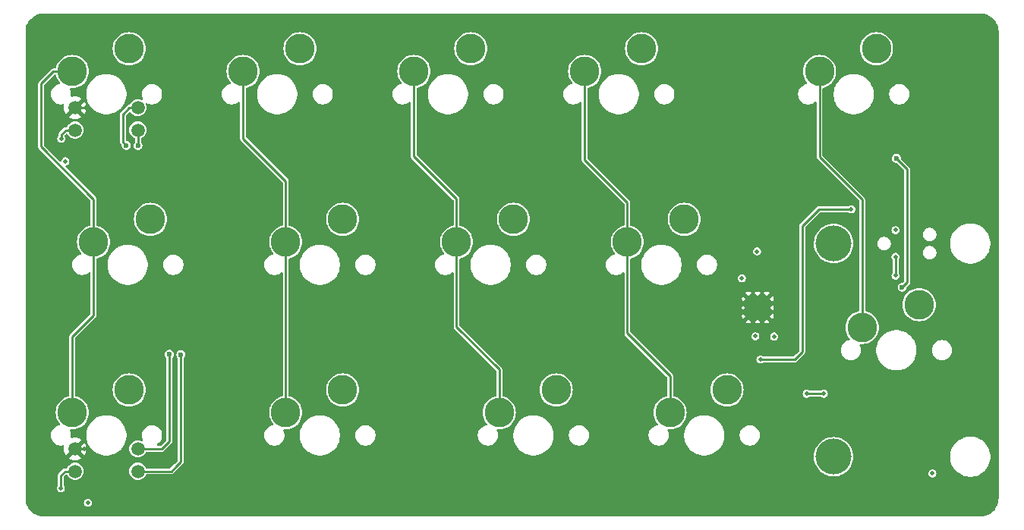
<source format=gbr>
%TF.GenerationSoftware,KiCad,Pcbnew,8.0.1-8.0.1-0~ubuntu23.10.1*%
%TF.CreationDate,2024-04-27T18:00:35-04:00*%
%TF.ProjectId,FunnyNumpad,46756e6e-794e-4756-9d70-61642e6b6963,rev?*%
%TF.SameCoordinates,Original*%
%TF.FileFunction,Copper,L1,Top*%
%TF.FilePolarity,Positive*%
%FSLAX46Y46*%
G04 Gerber Fmt 4.6, Leading zero omitted, Abs format (unit mm)*
G04 Created by KiCad (PCBNEW 8.0.1-8.0.1-0~ubuntu23.10.1) date 2024-04-27 18:00:35*
%MOMM*%
%LPD*%
G01*
G04 APERTURE LIST*
%TA.AperFunction,ComponentPad*%
%ADD10C,4.000000*%
%TD*%
%TA.AperFunction,SMDPad,CuDef*%
%ADD11C,1.500000*%
%TD*%
%TA.AperFunction,ComponentPad*%
%ADD12C,3.300000*%
%TD*%
%TA.AperFunction,HeatsinkPad*%
%ADD13C,0.500000*%
%TD*%
%TA.AperFunction,HeatsinkPad*%
%ADD14R,2.500000X2.500000*%
%TD*%
%TA.AperFunction,ViaPad*%
%ADD15C,0.500000*%
%TD*%
%TA.AperFunction,ViaPad*%
%ADD16C,0.600000*%
%TD*%
%TA.AperFunction,Conductor*%
%ADD17C,0.250000*%
%TD*%
G04 APERTURE END LIST*
D10*
%TO.P,STAB10,*%
%TO.N,*%
X146605625Y-90487500D03*
X146605625Y-114300000D03*
%TD*%
D11*
%TO.P,SW201,S,S*%
%TO.N,Net-(Q201-G)*%
X61984375Y-77818750D03*
%TO.P,SW201,C,C*%
%TO.N,GND*%
X61984375Y-75318750D03*
%TO.P,SW201,B,B*%
%TO.N,/ENC1B*%
X68984375Y-75318750D03*
%TO.P,SW201,A,A*%
%TO.N,/ENC1A*%
X68984375Y-77818750D03*
%TD*%
%TO.P,SW202,S,S*%
%TO.N,Net-(Q202-G)*%
X61984375Y-115918750D03*
%TO.P,SW202,C,C*%
%TO.N,GND*%
X61984375Y-113418750D03*
%TO.P,SW202,B,B*%
%TO.N,/ENC2B*%
X68984375Y-113418750D03*
%TO.P,SW202,A,A*%
%TO.N,/ENC2A*%
X68984375Y-115918750D03*
%TD*%
D12*
%TO.P,MX12,2,2*%
%TO.N,Net-(D204-K-Pad2)*%
X91836875Y-106838750D03*
%TO.P,MX12,1,1*%
%TO.N,/COL1*%
X85486875Y-109378750D03*
%TD*%
%TO.P,MX11,2,2*%
%TO.N,Net-(Q202-D)*%
X68024375Y-106838750D03*
%TO.P,MX11,1,1*%
%TO.N,/COL0*%
X61674375Y-109378750D03*
%TD*%
%TO.P,MX3,2,2*%
%TO.N,Net-(D202-K-Pad1)*%
X106124375Y-68738750D03*
%TO.P,MX3,1,1*%
%TO.N,/COL2*%
X99774375Y-71278750D03*
%TD*%
%TO.P,MX10,2,2*%
%TO.N,Net-(D207-K-Pad2)*%
X156130625Y-97313750D03*
%TO.P,MX10,1,1*%
%TO.N,/COL4*%
X149780625Y-99853750D03*
%TD*%
%TO.P,MX13,2,2*%
%TO.N,Net-(D205-K-Pad1)*%
X115649375Y-106838750D03*
%TO.P,MX13,1,1*%
%TO.N,/COL2*%
X109299375Y-109378750D03*
%TD*%
D13*
%TO.P,U102,33,VSS*%
%TO.N,GND*%
X139112500Y-96631250D03*
X138112500Y-96631250D03*
X137112500Y-96631250D03*
X139112500Y-97631250D03*
D14*
X138112500Y-97631250D03*
D13*
X138112500Y-97631250D03*
X137112500Y-97631250D03*
X139112500Y-98631250D03*
X138112500Y-98631250D03*
X137112500Y-98631250D03*
%TD*%
D12*
%TO.P,MX7,2,2*%
%TO.N,Net-(D203-K-Pad2)*%
X91836875Y-87788750D03*
%TO.P,MX7,1,1*%
%TO.N,/COL1*%
X85486875Y-90328750D03*
%TD*%
%TO.P,MX9,2,2*%
%TO.N,Net-(D206-K-Pad2)*%
X129936875Y-87788750D03*
%TO.P,MX9,1,1*%
%TO.N,/COL3*%
X123586875Y-90328750D03*
%TD*%
%TO.P,MX1,2,2*%
%TO.N,Net-(Q201-D)*%
X68024375Y-68738750D03*
%TO.P,MX1,1,1*%
%TO.N,/COL0*%
X61674375Y-71278750D03*
%TD*%
%TO.P,MX4,2,2*%
%TO.N,Net-(D202-K-Pad2)*%
X125174375Y-68738750D03*
%TO.P,MX4,1,1*%
%TO.N,/COL3*%
X118824375Y-71278750D03*
%TD*%
%TO.P,MX8,2,2*%
%TO.N,Net-(D206-K-Pad1)*%
X110886875Y-87788750D03*
%TO.P,MX8,1,1*%
%TO.N,/COL2*%
X104536875Y-90328750D03*
%TD*%
%TO.P,MX6,2,2*%
%TO.N,Net-(D203-K-Pad1)*%
X70405625Y-87788750D03*
%TO.P,MX6,1,1*%
%TO.N,/COL0*%
X64055625Y-90328750D03*
%TD*%
%TO.P,MX5,2,2*%
%TO.N,Net-(D207-K-Pad1)*%
X151368125Y-68738750D03*
%TO.P,MX5,1,1*%
%TO.N,/COL4*%
X145018125Y-71278750D03*
%TD*%
%TO.P,MX14,2,2*%
%TO.N,Net-(D205-K-Pad2)*%
X134699375Y-106838750D03*
%TO.P,MX14,1,1*%
%TO.N,/COL3*%
X128349375Y-109378750D03*
%TD*%
%TO.P,MX2,2,2*%
%TO.N,Net-(D201-K-Pad2)*%
X87074375Y-68738750D03*
%TO.P,MX2,1,1*%
%TO.N,/COL1*%
X80724375Y-71278750D03*
%TD*%
D15*
%TO.N,GND*%
X158820000Y-114810000D03*
%TO.N,+3.3V*%
X157610000Y-116170000D03*
%TO.N,Net-(U102-PH3)*%
X145500000Y-107260000D03*
X143590000Y-107260000D03*
D16*
%TO.N,/ENC2A*%
X73790000Y-102890000D03*
%TO.N,/ENC2B*%
X72510000Y-102870000D03*
%TO.N,/ENC1B*%
X67710000Y-79530000D03*
%TO.N,/ENC1A*%
X69000000Y-79530000D03*
%TO.N,/ROW0*%
X154240000Y-95380000D03*
X153590000Y-80980000D03*
D15*
%TO.N,GND*%
X140700000Y-85400000D03*
X136360000Y-92150000D03*
X141560000Y-101546875D03*
X156050000Y-88990000D03*
X141560000Y-102566875D03*
X139010000Y-91370000D03*
X63220000Y-75320000D03*
X139950000Y-90270000D03*
X138900000Y-79470000D03*
X63050000Y-113420000D03*
%TO.N,+3.3V*%
X137860000Y-100840000D03*
X60900000Y-81310000D03*
X136360000Y-94360000D03*
X63420000Y-119440000D03*
X139965000Y-100865000D03*
X138050000Y-91370000D03*
X153510000Y-88990000D03*
%TO.N,/SWDIO*%
X153500000Y-91980000D03*
X153500000Y-94070000D03*
%TO.N,/~{RST}*%
X138430000Y-103440000D03*
X148560000Y-86660000D03*
%TO.N,Net-(Q201-G)*%
X60460000Y-78770000D03*
%TO.N,Net-(Q202-G)*%
X60390000Y-117820000D03*
%TD*%
D17*
%TO.N,/ENC1B*%
X67710000Y-79530000D02*
X67320000Y-79140000D01*
X68041250Y-75318750D02*
X68984375Y-75318750D01*
X67320000Y-79140000D02*
X67320000Y-76040000D01*
X67320000Y-76040000D02*
X68041250Y-75318750D01*
%TO.N,Net-(U102-PH3)*%
X145500000Y-107260000D02*
X143590000Y-107260000D01*
%TO.N,/ENC2A*%
X73790000Y-114840000D02*
X73790000Y-102890000D01*
X73290000Y-115340000D02*
X73790000Y-114840000D01*
X68984375Y-115918750D02*
X72711250Y-115918750D01*
X72711250Y-115918750D02*
X73290000Y-115340000D01*
%TO.N,/ENC2B*%
X72510000Y-102870000D02*
X72510000Y-112560000D01*
X72510000Y-112560000D02*
X71651250Y-113418750D01*
X71651250Y-113418750D02*
X68984375Y-113418750D01*
%TO.N,/ENC1A*%
X69000000Y-79530000D02*
X69000000Y-77834375D01*
X69000000Y-77834375D02*
X68984375Y-77818750D01*
%TO.N,/ROW0*%
X154240000Y-95380000D02*
X154790000Y-94830000D01*
X154790000Y-94830000D02*
X154790000Y-82180000D01*
X154790000Y-82180000D02*
X153590000Y-80980000D01*
%TO.N,GND*%
X61984375Y-75318750D02*
X63218750Y-75318750D01*
X61984375Y-113418750D02*
X63048750Y-113418750D01*
X63218750Y-75318750D02*
X63220000Y-75320000D01*
X63048750Y-113418750D02*
X63050000Y-113420000D01*
%TO.N,/SWDIO*%
X153500000Y-94070000D02*
X153500000Y-91980000D01*
%TO.N,/~{RST}*%
X143100000Y-88510000D02*
X144630000Y-86980000D01*
X143100000Y-99300000D02*
X143100000Y-88510000D01*
X142610000Y-103060000D02*
X143100000Y-102570000D01*
X138430000Y-103440000D02*
X142230000Y-103440000D01*
X143100000Y-102570000D02*
X143100000Y-99300000D01*
X144630000Y-86980000D02*
X144950000Y-86660000D01*
X142230000Y-103440000D02*
X142610000Y-103060000D01*
X144950000Y-86660000D02*
X148560000Y-86660000D01*
%TO.N,Net-(Q201-G)*%
X60460000Y-78770000D02*
X60460000Y-78300000D01*
X60460000Y-78300000D02*
X60941250Y-77818750D01*
X60941250Y-77818750D02*
X61984375Y-77818750D01*
%TO.N,Net-(Q202-G)*%
X60390000Y-116400000D02*
X60871250Y-115918750D01*
X60390000Y-117820000D02*
X60390000Y-116400000D01*
X60871250Y-115918750D02*
X61984375Y-115918750D01*
%TO.N,/COL1*%
X80724375Y-78754375D02*
X80724375Y-71278750D01*
X85486875Y-83516875D02*
X80724375Y-78754375D01*
X85486875Y-90328750D02*
X85486875Y-83516875D01*
X85486875Y-109378750D02*
X85486875Y-90328750D01*
%TO.N,/COL2*%
X104536875Y-99786875D02*
X109299375Y-104549375D01*
X99774375Y-80754375D02*
X104536875Y-85516875D01*
X104536875Y-90328750D02*
X104536875Y-99786875D01*
X99774375Y-71278750D02*
X99774375Y-80754375D01*
X104536875Y-85516875D02*
X104536875Y-90328750D01*
X109299375Y-104549375D02*
X109299375Y-109378750D01*
%TO.N,/COL3*%
X128349375Y-105249375D02*
X123586875Y-100486875D01*
X118824375Y-81144375D02*
X118824375Y-71278750D01*
X123586875Y-100486875D02*
X123586875Y-90328750D01*
X123586875Y-90328750D02*
X123586875Y-85906875D01*
X123586875Y-85906875D02*
X118824375Y-81144375D01*
X128349375Y-109378750D02*
X128349375Y-105249375D01*
%TO.N,/COL0*%
X59571250Y-71278750D02*
X58200000Y-72650000D01*
X58200000Y-72650000D02*
X58200000Y-79670000D01*
X64055625Y-90328750D02*
X64055625Y-98494375D01*
X64055625Y-98494375D02*
X61674375Y-100875625D01*
X61674375Y-71278750D02*
X59571250Y-71278750D01*
X61674375Y-100875625D02*
X61674375Y-109378750D01*
X64055625Y-85525625D02*
X64055625Y-90328750D01*
X58200000Y-79670000D02*
X64055625Y-85525625D01*
%TO.N,/COL4*%
X145018125Y-71278750D02*
X145018125Y-80808125D01*
X145018125Y-80808125D02*
X149780625Y-85570625D01*
X149780625Y-85570625D02*
X149780625Y-99853750D01*
%TD*%
%TA.AperFunction,Conductor*%
%TO.N,GND*%
G36*
X162930988Y-64794251D02*
G01*
X162992814Y-64794250D01*
X163000923Y-64794514D01*
X163249763Y-64810823D01*
X163265830Y-64812938D01*
X163506414Y-64860791D01*
X163522080Y-64864988D01*
X163754367Y-64943838D01*
X163769338Y-64950040D01*
X163972762Y-65050358D01*
X163989335Y-65058531D01*
X164003383Y-65066641D01*
X164207338Y-65202920D01*
X164220202Y-65212791D01*
X164404620Y-65374522D01*
X164416090Y-65385992D01*
X164577819Y-65570412D01*
X164587693Y-65583280D01*
X164723970Y-65787236D01*
X164732080Y-65801284D01*
X164840564Y-66021276D01*
X164846771Y-66036261D01*
X164925615Y-66268536D01*
X164929813Y-66284204D01*
X164977663Y-66524781D01*
X164979780Y-66540863D01*
X164996109Y-66790075D01*
X164996374Y-66798184D01*
X164996373Y-66868255D01*
X164996375Y-66868284D01*
X164996375Y-118870250D01*
X164996373Y-118870284D01*
X164996374Y-118939696D01*
X164996109Y-118947805D01*
X164979805Y-119196639D01*
X164977688Y-119212722D01*
X164929837Y-119453302D01*
X164925639Y-119468969D01*
X164846796Y-119701245D01*
X164840589Y-119716231D01*
X164732100Y-119936231D01*
X164723990Y-119950278D01*
X164587713Y-120154234D01*
X164577839Y-120167102D01*
X164416107Y-120351524D01*
X164404637Y-120362994D01*
X164220217Y-120524728D01*
X164207349Y-120534602D01*
X164003394Y-120670880D01*
X163989347Y-120678990D01*
X163769348Y-120787482D01*
X163754362Y-120793689D01*
X163522095Y-120872532D01*
X163506427Y-120876731D01*
X163265840Y-120924585D01*
X163249759Y-120926702D01*
X163001305Y-120942984D01*
X162993196Y-120943249D01*
X162923394Y-120943249D01*
X162923378Y-120943250D01*
X58463433Y-120943250D01*
X58455323Y-120942984D01*
X58432397Y-120941481D01*
X58206510Y-120926673D01*
X58190429Y-120924556D01*
X57949854Y-120876699D01*
X57934187Y-120872501D01*
X57701918Y-120793653D01*
X57686933Y-120787446D01*
X57466937Y-120678953D01*
X57452893Y-120670845D01*
X57248933Y-120534559D01*
X57236090Y-120524704D01*
X57051659Y-120362957D01*
X57040196Y-120351493D01*
X56878471Y-120167076D01*
X56868597Y-120154207D01*
X56732322Y-119950249D01*
X56724212Y-119936202D01*
X56615731Y-119716215D01*
X56609524Y-119701230D01*
X56604376Y-119686063D01*
X56530679Y-119468948D01*
X56526486Y-119453298D01*
X56523841Y-119440000D01*
X62964867Y-119440000D01*
X62983302Y-119568225D01*
X63037117Y-119686061D01*
X63037118Y-119686063D01*
X63121951Y-119783967D01*
X63230931Y-119854004D01*
X63355225Y-119890499D01*
X63355227Y-119890500D01*
X63355228Y-119890500D01*
X63484773Y-119890500D01*
X63484773Y-119890499D01*
X63609069Y-119854004D01*
X63718049Y-119783967D01*
X63802882Y-119686063D01*
X63856697Y-119568226D01*
X63875133Y-119440000D01*
X63856697Y-119311774D01*
X63802882Y-119193937D01*
X63718049Y-119096033D01*
X63609069Y-119025996D01*
X63609065Y-119025994D01*
X63609064Y-119025994D01*
X63484774Y-118989500D01*
X63484772Y-118989500D01*
X63355228Y-118989500D01*
X63355226Y-118989500D01*
X63230935Y-119025994D01*
X63230932Y-119025995D01*
X63230931Y-119025996D01*
X63179677Y-119058934D01*
X63121950Y-119096033D01*
X63037118Y-119193937D01*
X63037117Y-119193938D01*
X62983302Y-119311774D01*
X62964867Y-119440000D01*
X56523841Y-119440000D01*
X56478634Y-119212706D01*
X56476520Y-119196639D01*
X56460139Y-118946659D01*
X56459875Y-118938549D01*
X56459877Y-118877868D01*
X56459875Y-118877863D01*
X56459876Y-118870284D01*
X56459875Y-118870250D01*
X56459875Y-117820000D01*
X59934867Y-117820000D01*
X59953302Y-117948225D01*
X60007117Y-118066061D01*
X60007118Y-118066063D01*
X60091951Y-118163967D01*
X60200931Y-118234004D01*
X60325225Y-118270499D01*
X60325227Y-118270500D01*
X60325228Y-118270500D01*
X60454773Y-118270500D01*
X60454773Y-118270499D01*
X60579069Y-118234004D01*
X60688049Y-118163967D01*
X60772882Y-118066063D01*
X60826697Y-117948226D01*
X60845133Y-117820000D01*
X60826697Y-117691774D01*
X60772882Y-117573937D01*
X60763880Y-117563548D01*
X60745785Y-117542664D01*
X60716762Y-117479108D01*
X60715500Y-117461464D01*
X60715500Y-116586189D01*
X60735185Y-116519150D01*
X60751819Y-116498508D01*
X60834266Y-116416061D01*
X60936417Y-116313909D01*
X60997738Y-116280426D01*
X61067429Y-116285410D01*
X61123363Y-116327281D01*
X61133454Y-116343139D01*
X61190237Y-116449373D01*
X61190239Y-116449376D01*
X61309017Y-116594107D01*
X61453748Y-116712885D01*
X61453751Y-116712887D01*
X61618872Y-116801145D01*
X61618874Y-116801146D01*
X61798041Y-116855496D01*
X61798043Y-116855497D01*
X61814749Y-116857142D01*
X61984375Y-116873849D01*
X62170706Y-116855497D01*
X62349876Y-116801146D01*
X62515000Y-116712886D01*
X62659732Y-116594107D01*
X62778511Y-116449375D01*
X62866771Y-116284251D01*
X62921122Y-116105081D01*
X62939474Y-115918750D01*
X68029276Y-115918750D01*
X68047627Y-116105081D01*
X68047628Y-116105083D01*
X68101979Y-116284252D01*
X68190237Y-116449373D01*
X68190239Y-116449376D01*
X68309017Y-116594107D01*
X68453748Y-116712885D01*
X68453751Y-116712887D01*
X68618872Y-116801145D01*
X68618874Y-116801146D01*
X68798041Y-116855496D01*
X68798043Y-116855497D01*
X68814749Y-116857142D01*
X68984375Y-116873849D01*
X69170706Y-116855497D01*
X69349876Y-116801146D01*
X69515000Y-116712886D01*
X69659732Y-116594107D01*
X69778511Y-116449375D01*
X69835295Y-116343139D01*
X69853117Y-116309797D01*
X69902079Y-116259953D01*
X69962475Y-116244250D01*
X72754101Y-116244250D01*
X72754103Y-116244250D01*
X72836889Y-116222068D01*
X72911112Y-116179215D01*
X73550465Y-115539862D01*
X73550465Y-115539861D01*
X73979652Y-115110672D01*
X73979657Y-115110669D01*
X73989860Y-115100465D01*
X73989862Y-115100465D01*
X74050465Y-115039862D01*
X74083870Y-114982003D01*
X74093318Y-114965639D01*
X74115500Y-114882853D01*
X74115500Y-114797147D01*
X74115500Y-114300000D01*
X144400403Y-114300000D01*
X144419269Y-114587837D01*
X144419271Y-114587849D01*
X144475542Y-114870745D01*
X144475546Y-114870760D01*
X144568267Y-115143905D01*
X144695844Y-115402606D01*
X144695848Y-115402613D01*
X144856103Y-115642452D01*
X145046297Y-115859327D01*
X145263172Y-116049521D01*
X145443714Y-116170155D01*
X145503014Y-116209778D01*
X145761723Y-116337359D01*
X146034872Y-116430081D01*
X146317786Y-116486356D01*
X146605625Y-116505222D01*
X146893464Y-116486356D01*
X147176378Y-116430081D01*
X147449527Y-116337359D01*
X147708236Y-116209778D01*
X147767768Y-116170000D01*
X157154867Y-116170000D01*
X157173302Y-116298225D01*
X157227117Y-116416061D01*
X157227118Y-116416063D01*
X157288026Y-116486356D01*
X157304373Y-116505222D01*
X157311951Y-116513967D01*
X157420931Y-116584004D01*
X157545225Y-116620499D01*
X157545227Y-116620500D01*
X157545228Y-116620500D01*
X157674773Y-116620500D01*
X157674773Y-116620499D01*
X157799069Y-116584004D01*
X157908049Y-116513967D01*
X157992882Y-116416063D01*
X158046697Y-116298226D01*
X158065133Y-116170000D01*
X158046697Y-116041774D01*
X157992882Y-115923937D01*
X157908049Y-115826033D01*
X157799069Y-115755996D01*
X157799065Y-115755994D01*
X157799064Y-115755994D01*
X157674774Y-115719500D01*
X157674772Y-115719500D01*
X157545228Y-115719500D01*
X157545226Y-115719500D01*
X157420935Y-115755994D01*
X157420932Y-115755995D01*
X157420931Y-115755996D01*
X157378898Y-115783009D01*
X157311950Y-115826033D01*
X157227118Y-115923937D01*
X157227117Y-115923938D01*
X157173302Y-116041774D01*
X157154867Y-116170000D01*
X147767768Y-116170000D01*
X147948079Y-116049520D01*
X148164952Y-115859327D01*
X148355145Y-115642454D01*
X148515403Y-115402611D01*
X148642984Y-115143902D01*
X148735706Y-114870753D01*
X148791981Y-114587839D01*
X148801206Y-114447099D01*
X159601225Y-114447099D01*
X159601226Y-114447116D01*
X159639626Y-114738796D01*
X159715777Y-115022994D01*
X159828359Y-115294794D01*
X159828367Y-115294810D01*
X159975465Y-115549589D01*
X159975476Y-115549605D01*
X160154573Y-115783009D01*
X160154579Y-115783016D01*
X160362608Y-115991045D01*
X160362615Y-115991051D01*
X160438815Y-116049521D01*
X160596028Y-116170155D01*
X160596035Y-116170159D01*
X160850814Y-116317257D01*
X160850830Y-116317265D01*
X161122630Y-116429847D01*
X161122632Y-116429847D01*
X161122638Y-116429850D01*
X161406825Y-116505998D01*
X161698519Y-116544400D01*
X161698526Y-116544400D01*
X161992724Y-116544400D01*
X161992731Y-116544400D01*
X162284425Y-116505998D01*
X162568612Y-116429850D01*
X162744134Y-116357147D01*
X162840419Y-116317265D01*
X162840422Y-116317263D01*
X162840428Y-116317261D01*
X163095222Y-116170155D01*
X163328636Y-115991050D01*
X163536675Y-115783011D01*
X163715780Y-115549597D01*
X163862886Y-115294803D01*
X163975475Y-115022987D01*
X164051623Y-114738800D01*
X164090025Y-114447106D01*
X164090025Y-114152894D01*
X164051623Y-113861200D01*
X163975475Y-113577013D01*
X163925391Y-113456098D01*
X163862890Y-113305205D01*
X163862882Y-113305189D01*
X163715784Y-113050410D01*
X163715780Y-113050403D01*
X163610764Y-112913544D01*
X163536676Y-112816990D01*
X163536670Y-112816983D01*
X163328641Y-112608954D01*
X163328634Y-112608948D01*
X163095230Y-112429851D01*
X163095228Y-112429849D01*
X163095222Y-112429845D01*
X163095217Y-112429842D01*
X163095214Y-112429840D01*
X162840435Y-112282742D01*
X162840419Y-112282734D01*
X162568619Y-112170152D01*
X162567749Y-112169919D01*
X162284425Y-112094002D01*
X162284424Y-112094001D01*
X162284421Y-112094001D01*
X161992741Y-112055601D01*
X161992736Y-112055600D01*
X161992731Y-112055600D01*
X161698519Y-112055600D01*
X161698513Y-112055600D01*
X161698508Y-112055601D01*
X161406828Y-112094001D01*
X161122630Y-112170152D01*
X160850830Y-112282734D01*
X160850814Y-112282742D01*
X160596035Y-112429840D01*
X160596019Y-112429851D01*
X160362615Y-112608948D01*
X160362608Y-112608954D01*
X160154579Y-112816983D01*
X160154573Y-112816990D01*
X159975476Y-113050394D01*
X159975465Y-113050410D01*
X159828367Y-113305189D01*
X159828359Y-113305205D01*
X159715777Y-113577005D01*
X159639626Y-113861203D01*
X159601226Y-114152883D01*
X159601225Y-114152900D01*
X159601225Y-114447099D01*
X148801206Y-114447099D01*
X148810847Y-114300000D01*
X148791981Y-114012161D01*
X148735706Y-113729247D01*
X148642984Y-113456098D01*
X148515403Y-113197389D01*
X148443926Y-113090416D01*
X148355146Y-112957547D01*
X148164952Y-112740672D01*
X147948077Y-112550478D01*
X147708238Y-112390223D01*
X147708231Y-112390219D01*
X147449530Y-112262642D01*
X147176385Y-112169921D01*
X147176379Y-112169919D01*
X147176378Y-112169919D01*
X147176376Y-112169918D01*
X147176370Y-112169917D01*
X146893474Y-112113646D01*
X146893464Y-112113644D01*
X146605625Y-112094778D01*
X146317786Y-112113644D01*
X146317780Y-112113645D01*
X146317775Y-112113646D01*
X146034879Y-112169917D01*
X146034864Y-112169921D01*
X145761719Y-112262642D01*
X145503018Y-112390219D01*
X145503011Y-112390223D01*
X145263172Y-112550478D01*
X145046297Y-112740672D01*
X144856103Y-112957547D01*
X144695848Y-113197386D01*
X144695844Y-113197393D01*
X144568267Y-113456094D01*
X144475546Y-113729239D01*
X144475542Y-113729254D01*
X144419271Y-114012150D01*
X144419269Y-114012162D01*
X144400403Y-114300000D01*
X74115500Y-114300000D01*
X74115500Y-103324887D01*
X74135185Y-103257848D01*
X74145782Y-103243689D01*
X74215377Y-103163373D01*
X74275165Y-103032457D01*
X74295647Y-102890000D01*
X74275165Y-102747543D01*
X74215377Y-102616627D01*
X74121128Y-102507857D01*
X74000053Y-102430047D01*
X74000051Y-102430046D01*
X74000049Y-102430045D01*
X74000050Y-102430045D01*
X73861963Y-102389500D01*
X73861961Y-102389500D01*
X73718039Y-102389500D01*
X73718036Y-102389500D01*
X73579949Y-102430045D01*
X73458873Y-102507856D01*
X73364623Y-102616626D01*
X73364622Y-102616628D01*
X73304834Y-102747543D01*
X73284353Y-102890000D01*
X73304834Y-103032456D01*
X73341009Y-103111666D01*
X73364623Y-103163373D01*
X73434213Y-103243685D01*
X73463238Y-103307240D01*
X73464500Y-103324887D01*
X73464500Y-114653810D01*
X73444815Y-114720849D01*
X73428181Y-114741491D01*
X73072696Y-115096976D01*
X72612742Y-115556931D01*
X72551419Y-115590416D01*
X72525061Y-115593250D01*
X69962475Y-115593250D01*
X69895436Y-115573565D01*
X69853117Y-115527703D01*
X69778512Y-115388126D01*
X69778510Y-115388123D01*
X69659732Y-115243392D01*
X69515001Y-115124614D01*
X69514998Y-115124612D01*
X69349877Y-115036354D01*
X69170708Y-114982003D01*
X69170706Y-114982002D01*
X68984375Y-114963651D01*
X68798043Y-114982002D01*
X68798041Y-114982003D01*
X68618872Y-115036354D01*
X68453751Y-115124612D01*
X68453748Y-115124614D01*
X68309017Y-115243392D01*
X68190239Y-115388123D01*
X68190237Y-115388126D01*
X68101979Y-115553247D01*
X68047628Y-115732416D01*
X68047627Y-115732418D01*
X68029276Y-115918750D01*
X62939474Y-115918750D01*
X62921122Y-115732419D01*
X62866771Y-115553249D01*
X62859615Y-115539861D01*
X62778512Y-115388126D01*
X62778510Y-115388123D01*
X62659732Y-115243392D01*
X62515001Y-115124614D01*
X62514998Y-115124612D01*
X62349877Y-115036354D01*
X62170708Y-114982003D01*
X62170706Y-114982002D01*
X61984375Y-114963651D01*
X61798043Y-114982002D01*
X61798041Y-114982003D01*
X61618872Y-115036354D01*
X61453751Y-115124612D01*
X61453748Y-115124614D01*
X61309017Y-115243392D01*
X61190239Y-115388123D01*
X61190237Y-115388126D01*
X61115633Y-115527703D01*
X61066671Y-115577547D01*
X61006275Y-115593250D01*
X60828397Y-115593250D01*
X60745609Y-115615432D01*
X60671388Y-115658285D01*
X60671385Y-115658287D01*
X60129537Y-116200135D01*
X60129533Y-116200141D01*
X60086681Y-116274361D01*
X60080288Y-116298224D01*
X60080288Y-116298225D01*
X60064500Y-116357147D01*
X60064500Y-117461464D01*
X60044815Y-117528503D01*
X60034215Y-117542664D01*
X60007119Y-117573935D01*
X60007116Y-117573939D01*
X59953302Y-117691774D01*
X59934867Y-117820000D01*
X56459875Y-117820000D01*
X56459875Y-114461874D01*
X61294802Y-114461874D01*
X61356987Y-114505416D01*
X61555215Y-114597851D01*
X61555224Y-114597855D01*
X61766480Y-114654460D01*
X61766490Y-114654462D01*
X61984374Y-114673525D01*
X61984376Y-114673525D01*
X62202259Y-114654462D01*
X62202269Y-114654460D01*
X62413525Y-114597855D01*
X62413539Y-114597850D01*
X62611758Y-114505419D01*
X62611760Y-114505418D01*
X62673946Y-114461874D01*
X61984376Y-113772303D01*
X61984375Y-113772303D01*
X61294802Y-114461874D01*
X56459875Y-114461874D01*
X56459875Y-79712852D01*
X57874500Y-79712852D01*
X57896682Y-79795640D01*
X57901146Y-79803371D01*
X57939535Y-79869862D01*
X57939537Y-79869864D01*
X63693806Y-85624133D01*
X63727291Y-85685456D01*
X63730125Y-85711814D01*
X63730125Y-88405853D01*
X63710440Y-88472892D01*
X63657636Y-88518647D01*
X63632484Y-88527019D01*
X63532952Y-88548671D01*
X63284934Y-88641176D01*
X63284930Y-88641178D01*
X63052619Y-88768030D01*
X63052611Y-88768035D01*
X62840717Y-88926656D01*
X62840699Y-88926672D01*
X62653547Y-89113824D01*
X62653531Y-89113842D01*
X62494910Y-89325736D01*
X62494905Y-89325744D01*
X62368053Y-89558055D01*
X62368051Y-89558059D01*
X62275546Y-89806076D01*
X62219283Y-90064715D01*
X62219282Y-90064722D01*
X62200398Y-90328748D01*
X62200398Y-90328751D01*
X62219282Y-90592777D01*
X62219283Y-90592784D01*
X62275546Y-90851423D01*
X62368051Y-91099440D01*
X62368053Y-91099444D01*
X62494905Y-91331755D01*
X62494910Y-91331763D01*
X62653531Y-91543657D01*
X62653547Y-91543675D01*
X62659698Y-91549826D01*
X62693183Y-91611149D01*
X62688199Y-91680841D01*
X62646327Y-91736774D01*
X62591416Y-91759980D01*
X62522068Y-91770964D01*
X62353585Y-91825706D01*
X62353582Y-91825707D01*
X62195734Y-91906136D01*
X62113963Y-91965546D01*
X62052411Y-92010267D01*
X62052409Y-92010269D01*
X62052408Y-92010269D01*
X61927144Y-92135533D01*
X61927144Y-92135534D01*
X61927142Y-92135536D01*
X61895890Y-92178551D01*
X61823011Y-92278859D01*
X61742582Y-92436707D01*
X61742581Y-92436710D01*
X61687839Y-92605193D01*
X61660125Y-92780171D01*
X61660125Y-92957328D01*
X61687839Y-93132306D01*
X61742581Y-93300789D01*
X61742582Y-93300792D01*
X61823011Y-93458640D01*
X61927142Y-93601964D01*
X62052411Y-93727233D01*
X62195735Y-93831364D01*
X62258909Y-93863553D01*
X62353582Y-93911792D01*
X62353585Y-93911793D01*
X62437826Y-93939164D01*
X62522070Y-93966536D01*
X62697046Y-93994250D01*
X62697047Y-93994250D01*
X62874203Y-93994250D01*
X62874204Y-93994250D01*
X63049180Y-93966536D01*
X63217667Y-93911792D01*
X63375515Y-93831364D01*
X63518839Y-93727233D01*
X63518853Y-93727218D01*
X63522543Y-93724069D01*
X63523312Y-93724969D01*
X63579767Y-93694143D01*
X63649459Y-93699127D01*
X63705392Y-93740999D01*
X63729809Y-93806463D01*
X63730125Y-93815309D01*
X63730125Y-98308186D01*
X63710440Y-98375225D01*
X63693806Y-98395867D01*
X61413912Y-100675760D01*
X61413908Y-100675766D01*
X61371056Y-100749986D01*
X61371057Y-100749987D01*
X61348875Y-100832772D01*
X61348875Y-107455853D01*
X61329190Y-107522892D01*
X61276386Y-107568647D01*
X61251234Y-107577019D01*
X61151702Y-107598671D01*
X60903684Y-107691176D01*
X60903680Y-107691178D01*
X60671369Y-107818030D01*
X60671361Y-107818035D01*
X60459467Y-107976656D01*
X60459449Y-107976672D01*
X60272297Y-108163824D01*
X60272281Y-108163842D01*
X60113660Y-108375736D01*
X60113655Y-108375744D01*
X59986803Y-108608055D01*
X59986801Y-108608059D01*
X59894296Y-108856076D01*
X59838033Y-109114715D01*
X59838032Y-109114722D01*
X59819148Y-109378748D01*
X59819148Y-109378751D01*
X59838032Y-109642777D01*
X59838033Y-109642784D01*
X59894296Y-109901423D01*
X59986801Y-110149440D01*
X59986803Y-110149444D01*
X60113655Y-110381755D01*
X60113660Y-110381763D01*
X60272281Y-110593657D01*
X60272297Y-110593675D01*
X60278448Y-110599826D01*
X60311933Y-110661149D01*
X60306949Y-110730841D01*
X60265077Y-110786774D01*
X60210166Y-110809980D01*
X60140818Y-110820964D01*
X59972335Y-110875706D01*
X59972332Y-110875707D01*
X59814484Y-110956136D01*
X59732713Y-111015546D01*
X59671161Y-111060267D01*
X59671159Y-111060269D01*
X59671158Y-111060269D01*
X59545894Y-111185533D01*
X59545894Y-111185534D01*
X59545892Y-111185536D01*
X59510698Y-111233977D01*
X59441761Y-111328859D01*
X59361332Y-111486707D01*
X59361331Y-111486710D01*
X59306589Y-111655193D01*
X59278875Y-111830171D01*
X59278875Y-112007328D01*
X59306589Y-112182306D01*
X59361331Y-112350789D01*
X59361332Y-112350792D01*
X59418838Y-112463651D01*
X59441761Y-112508640D01*
X59545892Y-112651964D01*
X59671161Y-112777233D01*
X59814485Y-112881364D01*
X59877659Y-112913553D01*
X59972332Y-112961792D01*
X59972335Y-112961793D01*
X60056576Y-112989164D01*
X60140820Y-113016536D01*
X60315796Y-113044250D01*
X60315797Y-113044250D01*
X60492952Y-113044250D01*
X60492954Y-113044250D01*
X60615228Y-113024883D01*
X60684520Y-113033837D01*
X60737972Y-113078833D01*
X60758612Y-113145585D01*
X60754400Y-113179448D01*
X60748665Y-113200852D01*
X60748662Y-113200865D01*
X60729600Y-113418749D01*
X60729600Y-113418750D01*
X60748662Y-113636634D01*
X60748664Y-113636644D01*
X60805269Y-113847900D01*
X60805273Y-113847909D01*
X60897708Y-114046137D01*
X60941249Y-114108321D01*
X61630821Y-113418750D01*
X62337928Y-113418750D01*
X63027499Y-114108320D01*
X63071043Y-114046135D01*
X63071044Y-114046133D01*
X63163475Y-113847914D01*
X63163480Y-113847900D01*
X63220085Y-113636644D01*
X63220087Y-113636634D01*
X63239150Y-113418750D01*
X63239150Y-113418749D01*
X63220087Y-113200865D01*
X63220085Y-113200855D01*
X63163480Y-112989599D01*
X63163476Y-112989590D01*
X63071042Y-112791364D01*
X63071041Y-112791362D01*
X63027499Y-112729178D01*
X63027499Y-112729177D01*
X62337928Y-113418749D01*
X62337928Y-113418750D01*
X61630821Y-113418750D01*
X61984375Y-113065197D01*
X62673946Y-112375624D01*
X62611762Y-112332083D01*
X62413534Y-112239648D01*
X62413525Y-112239644D01*
X62202269Y-112183039D01*
X62202259Y-112183037D01*
X61984376Y-112163975D01*
X61984374Y-112163975D01*
X61766490Y-112183037D01*
X61766480Y-112183039D01*
X61674761Y-112207615D01*
X61604911Y-112205952D01*
X61547049Y-112166789D01*
X61519545Y-112102560D01*
X61520194Y-112068445D01*
X61520605Y-112065849D01*
X63239975Y-112065849D01*
X63239976Y-112065866D01*
X63277486Y-112350789D01*
X63278377Y-112357550D01*
X63344105Y-112602851D01*
X63354527Y-112641744D01*
X63467109Y-112913544D01*
X63467117Y-112913560D01*
X63614215Y-113168339D01*
X63614226Y-113168355D01*
X63793323Y-113401759D01*
X63793329Y-113401766D01*
X64001358Y-113609795D01*
X64001365Y-113609801D01*
X64036348Y-113636644D01*
X64234778Y-113788905D01*
X64234785Y-113788909D01*
X64489564Y-113936007D01*
X64489580Y-113936015D01*
X64761380Y-114048597D01*
X64761382Y-114048597D01*
X64761388Y-114048600D01*
X65045575Y-114124748D01*
X65337269Y-114163150D01*
X65337276Y-114163150D01*
X65631474Y-114163150D01*
X65631481Y-114163150D01*
X65923175Y-114124748D01*
X66207362Y-114048600D01*
X66446912Y-113949376D01*
X66479169Y-113936015D01*
X66479172Y-113936013D01*
X66479178Y-113936011D01*
X66733972Y-113788905D01*
X66967386Y-113609800D01*
X67158436Y-113418750D01*
X68029276Y-113418750D01*
X68047627Y-113605081D01*
X68047628Y-113605083D01*
X68101979Y-113784252D01*
X68190237Y-113949373D01*
X68190239Y-113949376D01*
X68309017Y-114094107D01*
X68453748Y-114212885D01*
X68453751Y-114212887D01*
X68616730Y-114300000D01*
X68618874Y-114301146D01*
X68798041Y-114355496D01*
X68798043Y-114355497D01*
X68814749Y-114357142D01*
X68984375Y-114373849D01*
X69170706Y-114355497D01*
X69349876Y-114301146D01*
X69515000Y-114212886D01*
X69659732Y-114094107D01*
X69778511Y-113949375D01*
X69832743Y-113847914D01*
X69853117Y-113809797D01*
X69902079Y-113759953D01*
X69962475Y-113744250D01*
X71694101Y-113744250D01*
X71694103Y-113744250D01*
X71776889Y-113722068D01*
X71851112Y-113679215D01*
X72770465Y-112759862D01*
X72813318Y-112685639D01*
X72835500Y-112602853D01*
X72835500Y-112517147D01*
X72835500Y-103304887D01*
X72855185Y-103237848D01*
X72865782Y-103223689D01*
X72935377Y-103143373D01*
X72995165Y-103012457D01*
X73015647Y-102870000D01*
X72995165Y-102727543D01*
X72935377Y-102596627D01*
X72841128Y-102487857D01*
X72720053Y-102410047D01*
X72720051Y-102410046D01*
X72720049Y-102410045D01*
X72720050Y-102410045D01*
X72581963Y-102369500D01*
X72581961Y-102369500D01*
X72438039Y-102369500D01*
X72438036Y-102369500D01*
X72299949Y-102410045D01*
X72178873Y-102487856D01*
X72084623Y-102596626D01*
X72084622Y-102596628D01*
X72024834Y-102727543D01*
X72004353Y-102870000D01*
X72024834Y-103012456D01*
X72077130Y-103126966D01*
X72084623Y-103143373D01*
X72154213Y-103223685D01*
X72183238Y-103287240D01*
X72184500Y-103304887D01*
X72184500Y-112373811D01*
X72164815Y-112440850D01*
X72148181Y-112461492D01*
X71552742Y-113056931D01*
X71491419Y-113090416D01*
X71465061Y-113093250D01*
X71244262Y-113093250D01*
X71177223Y-113073565D01*
X71131468Y-113020761D01*
X71121524Y-112951603D01*
X71150549Y-112888047D01*
X71171376Y-112868932D01*
X71297589Y-112777233D01*
X71422858Y-112651964D01*
X71526989Y-112508640D01*
X71607417Y-112350792D01*
X71662161Y-112182305D01*
X71689875Y-112007329D01*
X71689875Y-111830171D01*
X71662161Y-111655195D01*
X71607417Y-111486708D01*
X71607417Y-111486707D01*
X71526988Y-111328859D01*
X71422858Y-111185536D01*
X71297589Y-111060267D01*
X71154265Y-110956136D01*
X70996417Y-110875707D01*
X70996414Y-110875706D01*
X70827931Y-110820964D01*
X70740442Y-110807107D01*
X70652954Y-110793250D01*
X70475796Y-110793250D01*
X70417470Y-110802488D01*
X70300818Y-110820964D01*
X70132335Y-110875706D01*
X70132332Y-110875707D01*
X69974484Y-110956136D01*
X69892713Y-111015546D01*
X69831161Y-111060267D01*
X69831159Y-111060269D01*
X69831158Y-111060269D01*
X69705894Y-111185533D01*
X69705894Y-111185534D01*
X69705892Y-111185536D01*
X69670698Y-111233977D01*
X69601761Y-111328859D01*
X69521332Y-111486707D01*
X69521331Y-111486710D01*
X69466589Y-111655193D01*
X69438875Y-111830171D01*
X69438875Y-112007328D01*
X69466589Y-112182306D01*
X69521331Y-112350789D01*
X69521333Y-112350792D01*
X69536216Y-112380002D01*
X69549112Y-112448672D01*
X69522835Y-112513412D01*
X69465729Y-112553669D01*
X69395923Y-112556661D01*
X69367278Y-112545655D01*
X69349877Y-112536354D01*
X69170708Y-112482003D01*
X69170706Y-112482002D01*
X68984375Y-112463651D01*
X68798043Y-112482002D01*
X68798041Y-112482003D01*
X68618872Y-112536354D01*
X68453751Y-112624612D01*
X68453748Y-112624614D01*
X68309017Y-112743392D01*
X68190239Y-112888123D01*
X68190237Y-112888126D01*
X68101979Y-113053247D01*
X68047628Y-113232416D01*
X68047627Y-113232418D01*
X68029276Y-113418750D01*
X67158436Y-113418750D01*
X67175425Y-113401761D01*
X67354530Y-113168347D01*
X67501636Y-112913553D01*
X67512170Y-112888123D01*
X67614222Y-112641744D01*
X67614221Y-112641744D01*
X67614225Y-112641737D01*
X67690373Y-112357550D01*
X67728775Y-112065856D01*
X67728775Y-111771644D01*
X67690373Y-111479950D01*
X67614225Y-111195763D01*
X67608651Y-111182305D01*
X67501640Y-110923955D01*
X67501632Y-110923939D01*
X67354534Y-110669160D01*
X67354530Y-110669153D01*
X67175425Y-110435739D01*
X67175420Y-110435733D01*
X66967391Y-110227704D01*
X66967384Y-110227698D01*
X66733980Y-110048601D01*
X66733978Y-110048599D01*
X66733972Y-110048595D01*
X66733967Y-110048592D01*
X66733964Y-110048590D01*
X66479185Y-109901492D01*
X66479169Y-109901484D01*
X66207369Y-109788902D01*
X65923171Y-109712751D01*
X65631491Y-109674351D01*
X65631486Y-109674350D01*
X65631481Y-109674350D01*
X65337269Y-109674350D01*
X65337263Y-109674350D01*
X65337258Y-109674351D01*
X65045578Y-109712751D01*
X64761380Y-109788902D01*
X64489580Y-109901484D01*
X64489564Y-109901492D01*
X64234785Y-110048590D01*
X64234769Y-110048601D01*
X64001365Y-110227698D01*
X64001358Y-110227704D01*
X63793329Y-110435733D01*
X63793323Y-110435740D01*
X63614226Y-110669144D01*
X63614215Y-110669160D01*
X63467117Y-110923939D01*
X63467109Y-110923955D01*
X63354527Y-111195755D01*
X63278376Y-111479953D01*
X63239976Y-111771633D01*
X63239975Y-111771650D01*
X63239975Y-112065849D01*
X61520605Y-112065849D01*
X61529875Y-112007329D01*
X61529875Y-111830171D01*
X61502161Y-111655195D01*
X61447417Y-111486708D01*
X61447417Y-111486707D01*
X61404875Y-111403215D01*
X61391979Y-111334546D01*
X61418255Y-111269805D01*
X61475361Y-111229548D01*
X61524204Y-111223236D01*
X61674375Y-111233977D01*
X61674376Y-111233977D01*
X61693260Y-111232626D01*
X61938401Y-111215093D01*
X62197053Y-111158827D01*
X62445064Y-111066324D01*
X62677386Y-110939466D01*
X62889290Y-110780837D01*
X63076462Y-110593665D01*
X63235091Y-110381761D01*
X63361949Y-110149439D01*
X63454452Y-109901428D01*
X63510718Y-109642776D01*
X63529602Y-109378750D01*
X63510718Y-109114724D01*
X63454452Y-108856072D01*
X63361949Y-108608061D01*
X63317316Y-108526323D01*
X63235094Y-108375744D01*
X63235089Y-108375736D01*
X63076468Y-108163842D01*
X63076452Y-108163824D01*
X62889300Y-107976672D01*
X62889282Y-107976656D01*
X62677388Y-107818035D01*
X62677380Y-107818030D01*
X62445069Y-107691178D01*
X62445065Y-107691176D01*
X62225931Y-107609444D01*
X62197053Y-107598673D01*
X62197051Y-107598672D01*
X62197047Y-107598671D01*
X62097516Y-107577019D01*
X62036193Y-107543534D01*
X62002709Y-107482210D01*
X61999875Y-107455853D01*
X61999875Y-106838751D01*
X66169148Y-106838751D01*
X66188032Y-107102777D01*
X66188033Y-107102784D01*
X66244296Y-107361423D01*
X66336801Y-107609440D01*
X66336803Y-107609444D01*
X66463655Y-107841755D01*
X66463660Y-107841763D01*
X66622281Y-108053657D01*
X66622297Y-108053675D01*
X66809449Y-108240827D01*
X66809467Y-108240843D01*
X67021361Y-108399464D01*
X67021369Y-108399469D01*
X67253680Y-108526321D01*
X67253684Y-108526323D01*
X67253686Y-108526324D01*
X67501697Y-108618827D01*
X67501700Y-108618827D01*
X67501701Y-108618828D01*
X67696927Y-108661296D01*
X67760349Y-108675093D01*
X68004035Y-108692522D01*
X68024374Y-108693977D01*
X68024375Y-108693977D01*
X68024376Y-108693977D01*
X68043260Y-108692626D01*
X68288401Y-108675093D01*
X68547053Y-108618827D01*
X68795064Y-108526324D01*
X69027386Y-108399466D01*
X69239290Y-108240837D01*
X69426462Y-108053665D01*
X69585091Y-107841761D01*
X69711949Y-107609439D01*
X69804452Y-107361428D01*
X69860718Y-107102776D01*
X69879602Y-106838750D01*
X69860718Y-106574724D01*
X69804452Y-106316072D01*
X69711949Y-106068061D01*
X69585091Y-105835739D01*
X69585089Y-105835736D01*
X69426468Y-105623842D01*
X69426452Y-105623824D01*
X69239300Y-105436672D01*
X69239282Y-105436656D01*
X69027388Y-105278035D01*
X69027380Y-105278030D01*
X68795069Y-105151178D01*
X68795065Y-105151176D01*
X68547048Y-105058671D01*
X68288409Y-105002408D01*
X68288402Y-105002407D01*
X68024376Y-104983523D01*
X68024374Y-104983523D01*
X67760347Y-105002407D01*
X67760340Y-105002408D01*
X67501701Y-105058671D01*
X67253684Y-105151176D01*
X67253680Y-105151178D01*
X67021369Y-105278030D01*
X67021361Y-105278035D01*
X66809467Y-105436656D01*
X66809449Y-105436672D01*
X66622297Y-105623824D01*
X66622281Y-105623842D01*
X66463660Y-105835736D01*
X66463655Y-105835744D01*
X66336803Y-106068055D01*
X66336801Y-106068059D01*
X66244296Y-106316076D01*
X66188033Y-106574715D01*
X66188032Y-106574722D01*
X66169148Y-106838748D01*
X66169148Y-106838751D01*
X61999875Y-106838751D01*
X61999875Y-101061814D01*
X62019560Y-100994775D01*
X62036194Y-100974133D01*
X63156579Y-99853748D01*
X64316090Y-98694237D01*
X64358943Y-98620014D01*
X64381125Y-98537228D01*
X64381125Y-98451522D01*
X64381125Y-93015849D01*
X65621225Y-93015849D01*
X65621226Y-93015866D01*
X65659626Y-93307546D01*
X65735777Y-93591744D01*
X65848359Y-93863544D01*
X65848367Y-93863560D01*
X65995465Y-94118339D01*
X65995476Y-94118355D01*
X66174573Y-94351759D01*
X66174579Y-94351766D01*
X66382608Y-94559795D01*
X66382614Y-94559800D01*
X66616028Y-94738905D01*
X66616035Y-94738909D01*
X66870814Y-94886007D01*
X66870830Y-94886015D01*
X67142630Y-94998597D01*
X67142632Y-94998597D01*
X67142638Y-94998600D01*
X67426825Y-95074748D01*
X67718519Y-95113150D01*
X67718526Y-95113150D01*
X68012724Y-95113150D01*
X68012731Y-95113150D01*
X68304425Y-95074748D01*
X68588612Y-94998600D01*
X68692337Y-94955636D01*
X68860419Y-94886015D01*
X68860422Y-94886013D01*
X68860428Y-94886011D01*
X69115222Y-94738905D01*
X69348636Y-94559800D01*
X69556675Y-94351761D01*
X69735780Y-94118347D01*
X69882886Y-93863553D01*
X69896220Y-93831363D01*
X69995472Y-93591744D01*
X69995471Y-93591744D01*
X69995475Y-93591737D01*
X70071623Y-93307550D01*
X70110025Y-93015856D01*
X70110025Y-92957328D01*
X71820125Y-92957328D01*
X71847839Y-93132306D01*
X71902581Y-93300789D01*
X71902582Y-93300792D01*
X71983011Y-93458640D01*
X72087142Y-93601964D01*
X72212411Y-93727233D01*
X72355735Y-93831364D01*
X72418909Y-93863553D01*
X72513582Y-93911792D01*
X72513585Y-93911793D01*
X72597826Y-93939164D01*
X72682070Y-93966536D01*
X72857046Y-93994250D01*
X72857047Y-93994250D01*
X73034203Y-93994250D01*
X73034204Y-93994250D01*
X73209180Y-93966536D01*
X73377667Y-93911792D01*
X73535515Y-93831364D01*
X73678839Y-93727233D01*
X73804108Y-93601964D01*
X73908239Y-93458640D01*
X73988667Y-93300792D01*
X74043411Y-93132305D01*
X74071125Y-92957329D01*
X74071125Y-92780171D01*
X74043411Y-92605195D01*
X74010780Y-92504765D01*
X73988668Y-92436710D01*
X73988667Y-92436707D01*
X73908238Y-92278859D01*
X73804108Y-92135536D01*
X73678839Y-92010267D01*
X73535515Y-91906136D01*
X73377667Y-91825707D01*
X73377664Y-91825706D01*
X73209181Y-91770964D01*
X73121692Y-91757107D01*
X73034204Y-91743250D01*
X72857046Y-91743250D01*
X72798720Y-91752488D01*
X72682068Y-91770964D01*
X72513585Y-91825706D01*
X72513582Y-91825707D01*
X72355734Y-91906136D01*
X72273963Y-91965546D01*
X72212411Y-92010267D01*
X72212409Y-92010269D01*
X72212408Y-92010269D01*
X72087144Y-92135533D01*
X72087144Y-92135534D01*
X72087142Y-92135536D01*
X72055890Y-92178551D01*
X71983011Y-92278859D01*
X71902582Y-92436707D01*
X71902581Y-92436710D01*
X71847839Y-92605193D01*
X71820125Y-92780171D01*
X71820125Y-92957328D01*
X70110025Y-92957328D01*
X70110025Y-92721644D01*
X70071623Y-92429950D01*
X69995475Y-92145763D01*
X69989901Y-92132305D01*
X69882890Y-91873955D01*
X69882882Y-91873939D01*
X69735784Y-91619160D01*
X69735780Y-91619153D01*
X69590672Y-91430045D01*
X69556676Y-91385740D01*
X69556670Y-91385733D01*
X69348641Y-91177704D01*
X69348634Y-91177698D01*
X69115230Y-90998601D01*
X69115228Y-90998599D01*
X69115222Y-90998595D01*
X69115217Y-90998592D01*
X69115214Y-90998590D01*
X68860435Y-90851492D01*
X68860419Y-90851484D01*
X68588619Y-90738902D01*
X68462252Y-90705042D01*
X68304425Y-90662752D01*
X68304424Y-90662751D01*
X68304421Y-90662751D01*
X68012741Y-90624351D01*
X68012736Y-90624350D01*
X68012731Y-90624350D01*
X67718519Y-90624350D01*
X67718513Y-90624350D01*
X67718508Y-90624351D01*
X67426828Y-90662751D01*
X67142630Y-90738902D01*
X66870830Y-90851484D01*
X66870814Y-90851492D01*
X66616035Y-90998590D01*
X66616019Y-90998601D01*
X66382615Y-91177698D01*
X66382608Y-91177704D01*
X66174579Y-91385733D01*
X66174573Y-91385740D01*
X65995476Y-91619144D01*
X65995465Y-91619160D01*
X65848367Y-91873939D01*
X65848359Y-91873955D01*
X65735777Y-92145755D01*
X65659626Y-92429953D01*
X65621226Y-92721633D01*
X65621225Y-92721650D01*
X65621225Y-93015849D01*
X64381125Y-93015849D01*
X64381125Y-92251645D01*
X64400810Y-92184606D01*
X64453614Y-92138851D01*
X64478765Y-92130479D01*
X64578303Y-92108827D01*
X64826314Y-92016324D01*
X65058636Y-91889466D01*
X65270540Y-91730837D01*
X65457712Y-91543665D01*
X65616341Y-91331761D01*
X65743199Y-91099439D01*
X65835702Y-90851428D01*
X65891968Y-90592776D01*
X65910852Y-90328750D01*
X65891968Y-90064724D01*
X65835702Y-89806072D01*
X65743199Y-89558061D01*
X65707507Y-89492697D01*
X65616344Y-89325744D01*
X65616339Y-89325736D01*
X65457718Y-89113842D01*
X65457702Y-89113824D01*
X65270550Y-88926672D01*
X65270532Y-88926656D01*
X65058638Y-88768035D01*
X65058630Y-88768030D01*
X64826319Y-88641178D01*
X64826315Y-88641176D01*
X64656187Y-88577722D01*
X64578303Y-88548673D01*
X64578301Y-88548672D01*
X64578297Y-88548671D01*
X64478766Y-88527019D01*
X64417443Y-88493534D01*
X64383959Y-88432210D01*
X64381125Y-88405853D01*
X64381125Y-87788751D01*
X68550398Y-87788751D01*
X68569282Y-88052777D01*
X68569283Y-88052784D01*
X68625546Y-88311423D01*
X68718051Y-88559440D01*
X68718053Y-88559444D01*
X68844905Y-88791755D01*
X68844910Y-88791763D01*
X69003531Y-89003657D01*
X69003547Y-89003675D01*
X69190699Y-89190827D01*
X69190717Y-89190843D01*
X69402611Y-89349464D01*
X69402619Y-89349469D01*
X69634930Y-89476321D01*
X69634934Y-89476323D01*
X69634936Y-89476324D01*
X69882947Y-89568827D01*
X69882950Y-89568827D01*
X69882951Y-89568828D01*
X70078177Y-89611296D01*
X70141599Y-89625093D01*
X70385285Y-89642522D01*
X70405624Y-89643977D01*
X70405625Y-89643977D01*
X70405626Y-89643977D01*
X70424510Y-89642626D01*
X70669651Y-89625093D01*
X70928303Y-89568827D01*
X71176314Y-89476324D01*
X71408636Y-89349466D01*
X71620540Y-89190837D01*
X71807712Y-89003665D01*
X71966341Y-88791761D01*
X72093199Y-88559439D01*
X72185702Y-88311428D01*
X72241968Y-88052776D01*
X72260852Y-87788750D01*
X72241968Y-87524724D01*
X72185702Y-87266072D01*
X72093199Y-87018061D01*
X72075419Y-86985500D01*
X71966344Y-86785744D01*
X71966339Y-86785736D01*
X71807718Y-86573842D01*
X71807702Y-86573824D01*
X71620550Y-86386672D01*
X71620532Y-86386656D01*
X71408638Y-86228035D01*
X71408630Y-86228030D01*
X71176319Y-86101178D01*
X71176315Y-86101176D01*
X70928298Y-86008671D01*
X70669659Y-85952408D01*
X70669652Y-85952407D01*
X70405626Y-85933523D01*
X70405624Y-85933523D01*
X70141597Y-85952407D01*
X70141590Y-85952408D01*
X69882951Y-86008671D01*
X69634934Y-86101176D01*
X69634930Y-86101178D01*
X69402619Y-86228030D01*
X69402611Y-86228035D01*
X69190717Y-86386656D01*
X69190699Y-86386672D01*
X69003547Y-86573824D01*
X69003531Y-86573842D01*
X68844910Y-86785736D01*
X68844905Y-86785744D01*
X68718053Y-87018055D01*
X68718051Y-87018059D01*
X68625546Y-87266076D01*
X68569283Y-87524715D01*
X68569282Y-87524722D01*
X68550398Y-87788748D01*
X68550398Y-87788751D01*
X64381125Y-87788751D01*
X64381125Y-85482774D01*
X64381125Y-85482772D01*
X64358943Y-85399987D01*
X64342069Y-85370760D01*
X64316094Y-85325769D01*
X64316088Y-85325761D01*
X60947167Y-81956840D01*
X60913682Y-81895517D01*
X60918666Y-81825825D01*
X60960538Y-81769892D01*
X60999914Y-81750182D01*
X61039269Y-81738626D01*
X61089069Y-81724004D01*
X61198049Y-81653967D01*
X61282882Y-81556063D01*
X61336697Y-81438226D01*
X61355133Y-81310000D01*
X61336697Y-81181774D01*
X61282882Y-81063937D01*
X61198049Y-80966033D01*
X61089069Y-80895996D01*
X61089065Y-80895994D01*
X61089064Y-80895994D01*
X60964774Y-80859500D01*
X60964772Y-80859500D01*
X60835228Y-80859500D01*
X60835226Y-80859500D01*
X60710935Y-80895994D01*
X60710932Y-80895995D01*
X60710931Y-80895996D01*
X60659677Y-80928934D01*
X60601950Y-80966033D01*
X60517118Y-81063937D01*
X60517117Y-81063938D01*
X60463302Y-81181775D01*
X60463301Y-81181777D01*
X60461950Y-81191177D01*
X60432922Y-81254731D01*
X60374143Y-81292503D01*
X60304273Y-81292500D01*
X60251532Y-81261205D01*
X58561819Y-79571492D01*
X58528334Y-79510169D01*
X58525500Y-79483811D01*
X58525500Y-78770000D01*
X60004867Y-78770000D01*
X60023302Y-78898225D01*
X60077117Y-79016061D01*
X60077118Y-79016063D01*
X60161951Y-79113967D01*
X60270931Y-79184004D01*
X60395225Y-79220499D01*
X60395227Y-79220500D01*
X60395228Y-79220500D01*
X60524773Y-79220500D01*
X60524773Y-79220499D01*
X60649069Y-79184004D01*
X60650860Y-79182853D01*
X66994500Y-79182853D01*
X66994809Y-79184005D01*
X67016682Y-79265640D01*
X67038108Y-79302750D01*
X67059535Y-79339862D01*
X67059537Y-79339864D01*
X67168034Y-79448361D01*
X67201519Y-79509684D01*
X67202764Y-79521268D01*
X67203091Y-79521222D01*
X67224834Y-79672456D01*
X67243283Y-79712852D01*
X67284623Y-79803373D01*
X67378872Y-79912143D01*
X67499947Y-79989953D01*
X67499950Y-79989954D01*
X67499949Y-79989954D01*
X67638036Y-80030499D01*
X67638038Y-80030500D01*
X67638039Y-80030500D01*
X67781962Y-80030500D01*
X67781962Y-80030499D01*
X67920053Y-79989953D01*
X68041128Y-79912143D01*
X68135377Y-79803373D01*
X68195165Y-79672457D01*
X68215647Y-79530000D01*
X68195165Y-79387543D01*
X68135377Y-79256627D01*
X68041128Y-79147857D01*
X67920053Y-79070047D01*
X67920051Y-79070046D01*
X67920049Y-79070045D01*
X67920050Y-79070045D01*
X67781963Y-79029500D01*
X67781961Y-79029500D01*
X67769500Y-79029500D01*
X67702461Y-79009815D01*
X67656706Y-78957011D01*
X67645500Y-78905500D01*
X67645500Y-77818750D01*
X68029276Y-77818750D01*
X68047627Y-78005081D01*
X68047628Y-78005083D01*
X68101979Y-78184252D01*
X68190237Y-78349373D01*
X68190239Y-78349376D01*
X68309017Y-78494107D01*
X68399283Y-78568186D01*
X68453750Y-78612886D01*
X68608955Y-78695844D01*
X68658797Y-78744805D01*
X68674500Y-78805201D01*
X68674500Y-79095112D01*
X68654815Y-79162151D01*
X68644213Y-79176314D01*
X68574625Y-79256622D01*
X68574622Y-79256628D01*
X68514834Y-79387543D01*
X68494353Y-79530000D01*
X68514834Y-79672456D01*
X68533283Y-79712852D01*
X68574623Y-79803373D01*
X68668872Y-79912143D01*
X68789947Y-79989953D01*
X68789950Y-79989954D01*
X68789949Y-79989954D01*
X68928036Y-80030499D01*
X68928038Y-80030500D01*
X68928039Y-80030500D01*
X69071962Y-80030500D01*
X69071962Y-80030499D01*
X69210053Y-79989953D01*
X69331128Y-79912143D01*
X69425377Y-79803373D01*
X69485165Y-79672457D01*
X69505647Y-79530000D01*
X69485165Y-79387543D01*
X69425377Y-79256627D01*
X69425375Y-79256625D01*
X69425374Y-79256622D01*
X69355787Y-79176314D01*
X69326762Y-79112758D01*
X69325500Y-79095112D01*
X69325500Y-78788497D01*
X69345185Y-78721458D01*
X69391044Y-78679140D01*
X69515000Y-78612886D01*
X69659732Y-78494107D01*
X69778511Y-78349375D01*
X69866771Y-78184251D01*
X69921122Y-78005081D01*
X69939474Y-77818750D01*
X69921122Y-77632419D01*
X69866771Y-77453249D01*
X69866770Y-77453247D01*
X69778512Y-77288126D01*
X69778510Y-77288123D01*
X69659732Y-77143392D01*
X69515001Y-77024614D01*
X69514998Y-77024612D01*
X69349877Y-76936354D01*
X69170708Y-76882003D01*
X69170706Y-76882002D01*
X68984375Y-76863651D01*
X68798043Y-76882002D01*
X68798041Y-76882003D01*
X68618872Y-76936354D01*
X68453751Y-77024612D01*
X68453748Y-77024614D01*
X68309017Y-77143392D01*
X68190239Y-77288123D01*
X68190237Y-77288126D01*
X68101979Y-77453247D01*
X68047628Y-77632416D01*
X68047627Y-77632418D01*
X68029276Y-77818750D01*
X67645500Y-77818750D01*
X67645500Y-76226187D01*
X67665185Y-76159148D01*
X67681815Y-76138510D01*
X67995630Y-75824694D01*
X68056953Y-75791210D01*
X68126645Y-75796194D01*
X68182578Y-75838066D01*
X68186640Y-75844449D01*
X68186853Y-75844308D01*
X68190239Y-75849376D01*
X68309017Y-75994107D01*
X68453748Y-76112885D01*
X68453751Y-76112887D01*
X68569632Y-76174826D01*
X68618874Y-76201146D01*
X68701423Y-76226187D01*
X68798041Y-76255496D01*
X68798043Y-76255497D01*
X68814749Y-76257142D01*
X68984375Y-76273849D01*
X69170706Y-76255497D01*
X69349876Y-76201146D01*
X69515000Y-76112886D01*
X69659732Y-75994107D01*
X69778511Y-75849375D01*
X69866771Y-75684251D01*
X69921122Y-75505081D01*
X69939474Y-75318750D01*
X69921122Y-75132419D01*
X69874532Y-74978833D01*
X69869949Y-74963725D01*
X69869325Y-74893858D01*
X69906573Y-74834745D01*
X69969867Y-74805154D01*
X70039111Y-74814479D01*
X70044905Y-74817245D01*
X70132327Y-74861790D01*
X70132335Y-74861793D01*
X70216576Y-74889164D01*
X70300820Y-74916536D01*
X70475796Y-74944250D01*
X70475797Y-74944250D01*
X70652953Y-74944250D01*
X70652954Y-74944250D01*
X70827930Y-74916536D01*
X70996417Y-74861792D01*
X71154265Y-74781364D01*
X71297589Y-74677233D01*
X71422858Y-74551964D01*
X71526989Y-74408640D01*
X71607417Y-74250792D01*
X71662161Y-74082305D01*
X71689875Y-73907329D01*
X71689875Y-73907328D01*
X78328875Y-73907328D01*
X78356589Y-74082306D01*
X78411331Y-74250789D01*
X78411332Y-74250792D01*
X78468838Y-74363651D01*
X78491761Y-74408640D01*
X78595892Y-74551964D01*
X78721161Y-74677233D01*
X78864485Y-74781364D01*
X78927659Y-74813553D01*
X79022332Y-74861792D01*
X79022335Y-74861793D01*
X79106576Y-74889164D01*
X79190820Y-74916536D01*
X79365796Y-74944250D01*
X79365797Y-74944250D01*
X79542953Y-74944250D01*
X79542954Y-74944250D01*
X79717930Y-74916536D01*
X79886417Y-74861792D01*
X80044265Y-74781364D01*
X80187589Y-74677233D01*
X80187603Y-74677218D01*
X80191293Y-74674069D01*
X80192062Y-74674969D01*
X80248517Y-74644143D01*
X80318209Y-74649127D01*
X80374142Y-74690999D01*
X80398559Y-74756463D01*
X80398875Y-74765309D01*
X80398875Y-78711522D01*
X80398875Y-78797228D01*
X80409966Y-78838621D01*
X80421057Y-78880015D01*
X80435771Y-78905500D01*
X80463910Y-78954237D01*
X80463912Y-78954239D01*
X85125056Y-83615383D01*
X85158541Y-83676706D01*
X85161375Y-83703064D01*
X85161375Y-88405853D01*
X85141690Y-88472892D01*
X85088886Y-88518647D01*
X85063734Y-88527019D01*
X84964202Y-88548671D01*
X84716184Y-88641176D01*
X84716180Y-88641178D01*
X84483869Y-88768030D01*
X84483861Y-88768035D01*
X84271967Y-88926656D01*
X84271949Y-88926672D01*
X84084797Y-89113824D01*
X84084781Y-89113842D01*
X83926160Y-89325736D01*
X83926155Y-89325744D01*
X83799303Y-89558055D01*
X83799301Y-89558059D01*
X83706796Y-89806076D01*
X83650533Y-90064715D01*
X83650532Y-90064722D01*
X83631648Y-90328748D01*
X83631648Y-90328751D01*
X83650532Y-90592777D01*
X83650533Y-90592784D01*
X83706796Y-90851423D01*
X83799301Y-91099440D01*
X83799303Y-91099444D01*
X83926155Y-91331755D01*
X83926160Y-91331763D01*
X84084781Y-91543657D01*
X84084797Y-91543675D01*
X84090948Y-91549826D01*
X84124433Y-91611149D01*
X84119449Y-91680841D01*
X84077577Y-91736774D01*
X84022666Y-91759980D01*
X83953318Y-91770964D01*
X83784835Y-91825706D01*
X83784832Y-91825707D01*
X83626984Y-91906136D01*
X83545213Y-91965546D01*
X83483661Y-92010267D01*
X83483659Y-92010269D01*
X83483658Y-92010269D01*
X83358394Y-92135533D01*
X83358394Y-92135534D01*
X83358392Y-92135536D01*
X83327140Y-92178551D01*
X83254261Y-92278859D01*
X83173832Y-92436707D01*
X83173831Y-92436710D01*
X83119089Y-92605193D01*
X83091375Y-92780171D01*
X83091375Y-92957328D01*
X83119089Y-93132306D01*
X83173831Y-93300789D01*
X83173832Y-93300792D01*
X83254261Y-93458640D01*
X83358392Y-93601964D01*
X83483661Y-93727233D01*
X83626985Y-93831364D01*
X83690159Y-93863553D01*
X83784832Y-93911792D01*
X83784835Y-93911793D01*
X83869076Y-93939164D01*
X83953320Y-93966536D01*
X84128296Y-93994250D01*
X84128297Y-93994250D01*
X84305453Y-93994250D01*
X84305454Y-93994250D01*
X84480430Y-93966536D01*
X84648917Y-93911792D01*
X84806765Y-93831364D01*
X84950089Y-93727233D01*
X84950103Y-93727218D01*
X84953793Y-93724069D01*
X84954562Y-93724969D01*
X85011017Y-93694143D01*
X85080709Y-93699127D01*
X85136642Y-93740999D01*
X85161059Y-93806463D01*
X85161375Y-93815309D01*
X85161375Y-107455853D01*
X85141690Y-107522892D01*
X85088886Y-107568647D01*
X85063734Y-107577019D01*
X84964202Y-107598671D01*
X84716184Y-107691176D01*
X84716180Y-107691178D01*
X84483869Y-107818030D01*
X84483861Y-107818035D01*
X84271967Y-107976656D01*
X84271949Y-107976672D01*
X84084797Y-108163824D01*
X84084781Y-108163842D01*
X83926160Y-108375736D01*
X83926155Y-108375744D01*
X83799303Y-108608055D01*
X83799301Y-108608059D01*
X83706796Y-108856076D01*
X83650533Y-109114715D01*
X83650532Y-109114722D01*
X83631648Y-109378748D01*
X83631648Y-109378751D01*
X83650532Y-109642777D01*
X83650533Y-109642784D01*
X83706796Y-109901423D01*
X83799301Y-110149440D01*
X83799303Y-110149444D01*
X83926155Y-110381755D01*
X83926160Y-110381763D01*
X84084781Y-110593657D01*
X84084797Y-110593675D01*
X84090948Y-110599826D01*
X84124433Y-110661149D01*
X84119449Y-110730841D01*
X84077577Y-110786774D01*
X84022666Y-110809980D01*
X83953318Y-110820964D01*
X83784835Y-110875706D01*
X83784832Y-110875707D01*
X83626984Y-110956136D01*
X83545213Y-111015546D01*
X83483661Y-111060267D01*
X83483659Y-111060269D01*
X83483658Y-111060269D01*
X83358394Y-111185533D01*
X83358394Y-111185534D01*
X83358392Y-111185536D01*
X83323198Y-111233977D01*
X83254261Y-111328859D01*
X83173832Y-111486707D01*
X83173831Y-111486710D01*
X83119089Y-111655193D01*
X83091375Y-111830171D01*
X83091375Y-112007328D01*
X83119089Y-112182306D01*
X83173831Y-112350789D01*
X83173832Y-112350792D01*
X83231338Y-112463651D01*
X83254261Y-112508640D01*
X83358392Y-112651964D01*
X83483661Y-112777233D01*
X83626985Y-112881364D01*
X83690159Y-112913553D01*
X83784832Y-112961792D01*
X83784835Y-112961793D01*
X83869076Y-112989164D01*
X83953320Y-113016536D01*
X84128296Y-113044250D01*
X84128297Y-113044250D01*
X84305453Y-113044250D01*
X84305454Y-113044250D01*
X84480430Y-113016536D01*
X84648917Y-112961792D01*
X84806765Y-112881364D01*
X84950089Y-112777233D01*
X85075358Y-112651964D01*
X85179489Y-112508640D01*
X85259917Y-112350792D01*
X85314661Y-112182305D01*
X85333106Y-112065849D01*
X87052475Y-112065849D01*
X87052476Y-112065866D01*
X87089986Y-112350789D01*
X87090877Y-112357550D01*
X87156605Y-112602851D01*
X87167027Y-112641744D01*
X87279609Y-112913544D01*
X87279617Y-112913560D01*
X87426715Y-113168339D01*
X87426726Y-113168355D01*
X87605823Y-113401759D01*
X87605829Y-113401766D01*
X87813858Y-113609795D01*
X87813865Y-113609801D01*
X87848848Y-113636644D01*
X88047278Y-113788905D01*
X88047285Y-113788909D01*
X88302064Y-113936007D01*
X88302080Y-113936015D01*
X88573880Y-114048597D01*
X88573882Y-114048597D01*
X88573888Y-114048600D01*
X88858075Y-114124748D01*
X89149769Y-114163150D01*
X89149776Y-114163150D01*
X89443974Y-114163150D01*
X89443981Y-114163150D01*
X89735675Y-114124748D01*
X90019862Y-114048600D01*
X90259412Y-113949376D01*
X90291669Y-113936015D01*
X90291672Y-113936013D01*
X90291678Y-113936011D01*
X90546472Y-113788905D01*
X90779886Y-113609800D01*
X90987925Y-113401761D01*
X91167030Y-113168347D01*
X91314136Y-112913553D01*
X91324670Y-112888123D01*
X91426722Y-112641744D01*
X91426721Y-112641744D01*
X91426725Y-112641737D01*
X91502873Y-112357550D01*
X91541275Y-112065856D01*
X91541275Y-112007328D01*
X93251375Y-112007328D01*
X93279089Y-112182306D01*
X93333831Y-112350789D01*
X93333832Y-112350792D01*
X93391338Y-112463651D01*
X93414261Y-112508640D01*
X93518392Y-112651964D01*
X93643661Y-112777233D01*
X93786985Y-112881364D01*
X93850159Y-112913553D01*
X93944832Y-112961792D01*
X93944835Y-112961793D01*
X94029076Y-112989164D01*
X94113320Y-113016536D01*
X94288296Y-113044250D01*
X94288297Y-113044250D01*
X94465453Y-113044250D01*
X94465454Y-113044250D01*
X94640430Y-113016536D01*
X94808917Y-112961792D01*
X94966765Y-112881364D01*
X95110089Y-112777233D01*
X95235358Y-112651964D01*
X95339489Y-112508640D01*
X95419917Y-112350792D01*
X95474661Y-112182305D01*
X95502375Y-112007329D01*
X95502375Y-111830171D01*
X95474661Y-111655195D01*
X95419917Y-111486708D01*
X95419917Y-111486707D01*
X95339488Y-111328859D01*
X95235358Y-111185536D01*
X95110089Y-111060267D01*
X94966765Y-110956136D01*
X94808917Y-110875707D01*
X94808914Y-110875706D01*
X94640431Y-110820964D01*
X94552942Y-110807107D01*
X94465454Y-110793250D01*
X94288296Y-110793250D01*
X94229970Y-110802488D01*
X94113318Y-110820964D01*
X93944835Y-110875706D01*
X93944832Y-110875707D01*
X93786984Y-110956136D01*
X93705213Y-111015546D01*
X93643661Y-111060267D01*
X93643659Y-111060269D01*
X93643658Y-111060269D01*
X93518394Y-111185533D01*
X93518394Y-111185534D01*
X93518392Y-111185536D01*
X93483198Y-111233977D01*
X93414261Y-111328859D01*
X93333832Y-111486707D01*
X93333831Y-111486710D01*
X93279089Y-111655193D01*
X93251375Y-111830171D01*
X93251375Y-112007328D01*
X91541275Y-112007328D01*
X91541275Y-111771644D01*
X91502873Y-111479950D01*
X91426725Y-111195763D01*
X91421151Y-111182305D01*
X91314140Y-110923955D01*
X91314132Y-110923939D01*
X91167034Y-110669160D01*
X91167030Y-110669153D01*
X90987925Y-110435739D01*
X90987920Y-110435733D01*
X90779891Y-110227704D01*
X90779884Y-110227698D01*
X90546480Y-110048601D01*
X90546478Y-110048599D01*
X90546472Y-110048595D01*
X90546467Y-110048592D01*
X90546464Y-110048590D01*
X90291685Y-109901492D01*
X90291669Y-109901484D01*
X90019869Y-109788902D01*
X89735671Y-109712751D01*
X89443991Y-109674351D01*
X89443986Y-109674350D01*
X89443981Y-109674350D01*
X89149769Y-109674350D01*
X89149763Y-109674350D01*
X89149758Y-109674351D01*
X88858078Y-109712751D01*
X88573880Y-109788902D01*
X88302080Y-109901484D01*
X88302064Y-109901492D01*
X88047285Y-110048590D01*
X88047269Y-110048601D01*
X87813865Y-110227698D01*
X87813858Y-110227704D01*
X87605829Y-110435733D01*
X87605823Y-110435740D01*
X87426726Y-110669144D01*
X87426715Y-110669160D01*
X87279617Y-110923939D01*
X87279609Y-110923955D01*
X87167027Y-111195755D01*
X87090876Y-111479953D01*
X87052476Y-111771633D01*
X87052475Y-111771650D01*
X87052475Y-112065849D01*
X85333106Y-112065849D01*
X85342375Y-112007329D01*
X85342375Y-111830171D01*
X85314661Y-111655195D01*
X85259917Y-111486708D01*
X85259917Y-111486707D01*
X85217375Y-111403215D01*
X85204479Y-111334546D01*
X85230755Y-111269805D01*
X85287861Y-111229548D01*
X85336704Y-111223236D01*
X85486875Y-111233977D01*
X85486876Y-111233977D01*
X85505760Y-111232626D01*
X85750901Y-111215093D01*
X86009553Y-111158827D01*
X86257564Y-111066324D01*
X86489886Y-110939466D01*
X86701790Y-110780837D01*
X86888962Y-110593665D01*
X87047591Y-110381761D01*
X87174449Y-110149439D01*
X87266952Y-109901428D01*
X87323218Y-109642776D01*
X87342102Y-109378750D01*
X87323218Y-109114724D01*
X87266952Y-108856072D01*
X87174449Y-108608061D01*
X87129816Y-108526323D01*
X87047594Y-108375744D01*
X87047589Y-108375736D01*
X86888968Y-108163842D01*
X86888952Y-108163824D01*
X86701800Y-107976672D01*
X86701782Y-107976656D01*
X86489888Y-107818035D01*
X86489880Y-107818030D01*
X86257569Y-107691178D01*
X86257565Y-107691176D01*
X86038431Y-107609444D01*
X86009553Y-107598673D01*
X86009551Y-107598672D01*
X86009547Y-107598671D01*
X85910016Y-107577019D01*
X85848693Y-107543534D01*
X85815209Y-107482210D01*
X85812375Y-107455853D01*
X85812375Y-106838751D01*
X89981648Y-106838751D01*
X90000532Y-107102777D01*
X90000533Y-107102784D01*
X90056796Y-107361423D01*
X90149301Y-107609440D01*
X90149303Y-107609444D01*
X90276155Y-107841755D01*
X90276160Y-107841763D01*
X90434781Y-108053657D01*
X90434797Y-108053675D01*
X90621949Y-108240827D01*
X90621967Y-108240843D01*
X90833861Y-108399464D01*
X90833869Y-108399469D01*
X91066180Y-108526321D01*
X91066184Y-108526323D01*
X91066186Y-108526324D01*
X91314197Y-108618827D01*
X91314200Y-108618827D01*
X91314201Y-108618828D01*
X91509427Y-108661296D01*
X91572849Y-108675093D01*
X91816535Y-108692522D01*
X91836874Y-108693977D01*
X91836875Y-108693977D01*
X91836876Y-108693977D01*
X91855760Y-108692626D01*
X92100901Y-108675093D01*
X92359553Y-108618827D01*
X92607564Y-108526324D01*
X92839886Y-108399466D01*
X93051790Y-108240837D01*
X93238962Y-108053665D01*
X93397591Y-107841761D01*
X93524449Y-107609439D01*
X93616952Y-107361428D01*
X93673218Y-107102776D01*
X93692102Y-106838750D01*
X93673218Y-106574724D01*
X93616952Y-106316072D01*
X93524449Y-106068061D01*
X93397591Y-105835739D01*
X93397589Y-105835736D01*
X93238968Y-105623842D01*
X93238952Y-105623824D01*
X93051800Y-105436672D01*
X93051782Y-105436656D01*
X92839888Y-105278035D01*
X92839880Y-105278030D01*
X92607569Y-105151178D01*
X92607565Y-105151176D01*
X92359548Y-105058671D01*
X92100909Y-105002408D01*
X92100902Y-105002407D01*
X91836876Y-104983523D01*
X91836874Y-104983523D01*
X91572847Y-105002407D01*
X91572840Y-105002408D01*
X91314201Y-105058671D01*
X91066184Y-105151176D01*
X91066180Y-105151178D01*
X90833869Y-105278030D01*
X90833861Y-105278035D01*
X90621967Y-105436656D01*
X90621949Y-105436672D01*
X90434797Y-105623824D01*
X90434781Y-105623842D01*
X90276160Y-105835736D01*
X90276155Y-105835744D01*
X90149303Y-106068055D01*
X90149301Y-106068059D01*
X90056796Y-106316076D01*
X90000533Y-106574715D01*
X90000532Y-106574722D01*
X89981648Y-106838748D01*
X89981648Y-106838751D01*
X85812375Y-106838751D01*
X85812375Y-93015849D01*
X87052475Y-93015849D01*
X87052476Y-93015866D01*
X87090876Y-93307546D01*
X87167027Y-93591744D01*
X87279609Y-93863544D01*
X87279617Y-93863560D01*
X87426715Y-94118339D01*
X87426726Y-94118355D01*
X87605823Y-94351759D01*
X87605829Y-94351766D01*
X87813858Y-94559795D01*
X87813864Y-94559800D01*
X88047278Y-94738905D01*
X88047285Y-94738909D01*
X88302064Y-94886007D01*
X88302080Y-94886015D01*
X88573880Y-94998597D01*
X88573882Y-94998597D01*
X88573888Y-94998600D01*
X88858075Y-95074748D01*
X89149769Y-95113150D01*
X89149776Y-95113150D01*
X89443974Y-95113150D01*
X89443981Y-95113150D01*
X89735675Y-95074748D01*
X90019862Y-94998600D01*
X90123587Y-94955636D01*
X90291669Y-94886015D01*
X90291672Y-94886013D01*
X90291678Y-94886011D01*
X90546472Y-94738905D01*
X90779886Y-94559800D01*
X90987925Y-94351761D01*
X91167030Y-94118347D01*
X91314136Y-93863553D01*
X91327470Y-93831363D01*
X91426722Y-93591744D01*
X91426721Y-93591744D01*
X91426725Y-93591737D01*
X91502873Y-93307550D01*
X91541275Y-93015856D01*
X91541275Y-92957328D01*
X93251375Y-92957328D01*
X93279089Y-93132306D01*
X93333831Y-93300789D01*
X93333832Y-93300792D01*
X93414261Y-93458640D01*
X93518392Y-93601964D01*
X93643661Y-93727233D01*
X93786985Y-93831364D01*
X93850159Y-93863553D01*
X93944832Y-93911792D01*
X93944835Y-93911793D01*
X94029076Y-93939164D01*
X94113320Y-93966536D01*
X94288296Y-93994250D01*
X94288297Y-93994250D01*
X94465453Y-93994250D01*
X94465454Y-93994250D01*
X94640430Y-93966536D01*
X94808917Y-93911792D01*
X94966765Y-93831364D01*
X95110089Y-93727233D01*
X95235358Y-93601964D01*
X95339489Y-93458640D01*
X95419917Y-93300792D01*
X95474661Y-93132305D01*
X95502375Y-92957329D01*
X95502375Y-92780171D01*
X95474661Y-92605195D01*
X95442030Y-92504765D01*
X95419918Y-92436710D01*
X95419917Y-92436707D01*
X95339488Y-92278859D01*
X95235358Y-92135536D01*
X95110089Y-92010267D01*
X94966765Y-91906136D01*
X94808917Y-91825707D01*
X94808914Y-91825706D01*
X94640431Y-91770964D01*
X94552942Y-91757107D01*
X94465454Y-91743250D01*
X94288296Y-91743250D01*
X94229970Y-91752488D01*
X94113318Y-91770964D01*
X93944835Y-91825706D01*
X93944832Y-91825707D01*
X93786984Y-91906136D01*
X93705213Y-91965546D01*
X93643661Y-92010267D01*
X93643659Y-92010269D01*
X93643658Y-92010269D01*
X93518394Y-92135533D01*
X93518394Y-92135534D01*
X93518392Y-92135536D01*
X93487140Y-92178551D01*
X93414261Y-92278859D01*
X93333832Y-92436707D01*
X93333831Y-92436710D01*
X93279089Y-92605193D01*
X93251375Y-92780171D01*
X93251375Y-92957328D01*
X91541275Y-92957328D01*
X91541275Y-92721644D01*
X91502873Y-92429950D01*
X91426725Y-92145763D01*
X91421151Y-92132305D01*
X91314140Y-91873955D01*
X91314132Y-91873939D01*
X91167034Y-91619160D01*
X91167030Y-91619153D01*
X91021922Y-91430045D01*
X90987926Y-91385740D01*
X90987920Y-91385733D01*
X90779891Y-91177704D01*
X90779884Y-91177698D01*
X90546480Y-90998601D01*
X90546478Y-90998599D01*
X90546472Y-90998595D01*
X90546467Y-90998592D01*
X90546464Y-90998590D01*
X90291685Y-90851492D01*
X90291669Y-90851484D01*
X90019869Y-90738902D01*
X89893502Y-90705042D01*
X89735675Y-90662752D01*
X89735674Y-90662751D01*
X89735671Y-90662751D01*
X89443991Y-90624351D01*
X89443986Y-90624350D01*
X89443981Y-90624350D01*
X89149769Y-90624350D01*
X89149763Y-90624350D01*
X89149758Y-90624351D01*
X88858078Y-90662751D01*
X88573880Y-90738902D01*
X88302080Y-90851484D01*
X88302064Y-90851492D01*
X88047285Y-90998590D01*
X88047269Y-90998601D01*
X87813865Y-91177698D01*
X87813858Y-91177704D01*
X87605829Y-91385733D01*
X87605823Y-91385740D01*
X87426726Y-91619144D01*
X87426715Y-91619160D01*
X87279617Y-91873939D01*
X87279609Y-91873955D01*
X87167027Y-92145755D01*
X87090876Y-92429953D01*
X87052476Y-92721633D01*
X87052475Y-92721650D01*
X87052475Y-93015849D01*
X85812375Y-93015849D01*
X85812375Y-92251645D01*
X85832060Y-92184606D01*
X85884864Y-92138851D01*
X85910015Y-92130479D01*
X86009553Y-92108827D01*
X86257564Y-92016324D01*
X86489886Y-91889466D01*
X86701790Y-91730837D01*
X86888962Y-91543665D01*
X87047591Y-91331761D01*
X87174449Y-91099439D01*
X87266952Y-90851428D01*
X87323218Y-90592776D01*
X87342102Y-90328750D01*
X87323218Y-90064724D01*
X87266952Y-89806072D01*
X87174449Y-89558061D01*
X87138757Y-89492697D01*
X87047594Y-89325744D01*
X87047589Y-89325736D01*
X86888968Y-89113842D01*
X86888952Y-89113824D01*
X86701800Y-88926672D01*
X86701782Y-88926656D01*
X86489888Y-88768035D01*
X86489880Y-88768030D01*
X86257569Y-88641178D01*
X86257565Y-88641176D01*
X86087437Y-88577722D01*
X86009553Y-88548673D01*
X86009551Y-88548672D01*
X86009547Y-88548671D01*
X85910016Y-88527019D01*
X85848693Y-88493534D01*
X85815209Y-88432210D01*
X85812375Y-88405853D01*
X85812375Y-87788751D01*
X89981648Y-87788751D01*
X90000532Y-88052777D01*
X90000533Y-88052784D01*
X90056796Y-88311423D01*
X90149301Y-88559440D01*
X90149303Y-88559444D01*
X90276155Y-88791755D01*
X90276160Y-88791763D01*
X90434781Y-89003657D01*
X90434797Y-89003675D01*
X90621949Y-89190827D01*
X90621967Y-89190843D01*
X90833861Y-89349464D01*
X90833869Y-89349469D01*
X91066180Y-89476321D01*
X91066184Y-89476323D01*
X91066186Y-89476324D01*
X91314197Y-89568827D01*
X91314200Y-89568827D01*
X91314201Y-89568828D01*
X91509427Y-89611296D01*
X91572849Y-89625093D01*
X91816535Y-89642522D01*
X91836874Y-89643977D01*
X91836875Y-89643977D01*
X91836876Y-89643977D01*
X91855760Y-89642626D01*
X92100901Y-89625093D01*
X92359553Y-89568827D01*
X92607564Y-89476324D01*
X92839886Y-89349466D01*
X93051790Y-89190837D01*
X93238962Y-89003665D01*
X93397591Y-88791761D01*
X93524449Y-88559439D01*
X93616952Y-88311428D01*
X93673218Y-88052776D01*
X93692102Y-87788750D01*
X93673218Y-87524724D01*
X93616952Y-87266072D01*
X93524449Y-87018061D01*
X93506669Y-86985500D01*
X93397594Y-86785744D01*
X93397589Y-86785736D01*
X93238968Y-86573842D01*
X93238952Y-86573824D01*
X93051800Y-86386672D01*
X93051782Y-86386656D01*
X92839888Y-86228035D01*
X92839880Y-86228030D01*
X92607569Y-86101178D01*
X92607565Y-86101176D01*
X92359548Y-86008671D01*
X92100909Y-85952408D01*
X92100902Y-85952407D01*
X91836876Y-85933523D01*
X91836874Y-85933523D01*
X91572847Y-85952407D01*
X91572840Y-85952408D01*
X91314201Y-86008671D01*
X91066184Y-86101176D01*
X91066180Y-86101178D01*
X90833869Y-86228030D01*
X90833861Y-86228035D01*
X90621967Y-86386656D01*
X90621949Y-86386672D01*
X90434797Y-86573824D01*
X90434781Y-86573842D01*
X90276160Y-86785736D01*
X90276155Y-86785744D01*
X90149303Y-87018055D01*
X90149301Y-87018059D01*
X90056796Y-87266076D01*
X90000533Y-87524715D01*
X90000532Y-87524722D01*
X89981648Y-87788748D01*
X89981648Y-87788751D01*
X85812375Y-87788751D01*
X85812375Y-83474024D01*
X85812375Y-83474022D01*
X85790193Y-83391237D01*
X85790193Y-83391236D01*
X85747340Y-83317013D01*
X81086194Y-78655867D01*
X81052709Y-78594544D01*
X81049875Y-78568186D01*
X81049875Y-73965849D01*
X82289975Y-73965849D01*
X82289976Y-73965866D01*
X82328376Y-74257546D01*
X82404527Y-74541744D01*
X82517109Y-74813544D01*
X82517117Y-74813560D01*
X82664215Y-75068339D01*
X82664226Y-75068355D01*
X82843323Y-75301759D01*
X82843329Y-75301766D01*
X83051358Y-75509795D01*
X83051365Y-75509801D01*
X83086348Y-75536644D01*
X83284778Y-75688905D01*
X83284785Y-75688909D01*
X83539564Y-75836007D01*
X83539580Y-75836015D01*
X83811380Y-75948597D01*
X83811382Y-75948597D01*
X83811388Y-75948600D01*
X84095575Y-76024748D01*
X84387269Y-76063150D01*
X84387276Y-76063150D01*
X84681474Y-76063150D01*
X84681481Y-76063150D01*
X84973175Y-76024748D01*
X85257362Y-75948600D01*
X85330693Y-75918225D01*
X85529169Y-75836015D01*
X85529172Y-75836013D01*
X85529178Y-75836011D01*
X85783972Y-75688905D01*
X86017386Y-75509800D01*
X86225425Y-75301761D01*
X86404530Y-75068347D01*
X86551636Y-74813553D01*
X86564970Y-74781363D01*
X86664222Y-74541744D01*
X86664221Y-74541744D01*
X86664225Y-74541737D01*
X86740373Y-74257550D01*
X86778775Y-73965856D01*
X86778775Y-73907328D01*
X88488875Y-73907328D01*
X88516589Y-74082306D01*
X88571331Y-74250789D01*
X88571332Y-74250792D01*
X88628838Y-74363651D01*
X88651761Y-74408640D01*
X88755892Y-74551964D01*
X88881161Y-74677233D01*
X89024485Y-74781364D01*
X89087659Y-74813553D01*
X89182332Y-74861792D01*
X89182335Y-74861793D01*
X89266576Y-74889164D01*
X89350820Y-74916536D01*
X89525796Y-74944250D01*
X89525797Y-74944250D01*
X89702953Y-74944250D01*
X89702954Y-74944250D01*
X89877930Y-74916536D01*
X90046417Y-74861792D01*
X90204265Y-74781364D01*
X90347589Y-74677233D01*
X90472858Y-74551964D01*
X90576989Y-74408640D01*
X90657417Y-74250792D01*
X90712161Y-74082305D01*
X90739875Y-73907329D01*
X90739875Y-73907328D01*
X97378875Y-73907328D01*
X97406589Y-74082306D01*
X97461331Y-74250789D01*
X97461332Y-74250792D01*
X97518838Y-74363651D01*
X97541761Y-74408640D01*
X97645892Y-74551964D01*
X97771161Y-74677233D01*
X97914485Y-74781364D01*
X97977659Y-74813553D01*
X98072332Y-74861792D01*
X98072335Y-74861793D01*
X98156576Y-74889164D01*
X98240820Y-74916536D01*
X98415796Y-74944250D01*
X98415797Y-74944250D01*
X98592953Y-74944250D01*
X98592954Y-74944250D01*
X98767930Y-74916536D01*
X98936417Y-74861792D01*
X99094265Y-74781364D01*
X99237589Y-74677233D01*
X99237603Y-74677218D01*
X99241293Y-74674069D01*
X99242062Y-74674969D01*
X99298517Y-74644143D01*
X99368209Y-74649127D01*
X99424142Y-74690999D01*
X99448559Y-74756463D01*
X99448875Y-74765309D01*
X99448875Y-80797227D01*
X99471057Y-80880015D01*
X99480283Y-80895994D01*
X99513910Y-80954237D01*
X99513912Y-80954239D01*
X104175056Y-85615383D01*
X104208541Y-85676706D01*
X104211375Y-85703064D01*
X104211375Y-88405853D01*
X104191690Y-88472892D01*
X104138886Y-88518647D01*
X104113734Y-88527019D01*
X104014202Y-88548671D01*
X103766184Y-88641176D01*
X103766180Y-88641178D01*
X103533869Y-88768030D01*
X103533861Y-88768035D01*
X103321967Y-88926656D01*
X103321949Y-88926672D01*
X103134797Y-89113824D01*
X103134781Y-89113842D01*
X102976160Y-89325736D01*
X102976155Y-89325744D01*
X102849303Y-89558055D01*
X102849301Y-89558059D01*
X102756796Y-89806076D01*
X102700533Y-90064715D01*
X102700532Y-90064722D01*
X102681648Y-90328748D01*
X102681648Y-90328751D01*
X102700532Y-90592777D01*
X102700533Y-90592784D01*
X102756796Y-90851423D01*
X102849301Y-91099440D01*
X102849303Y-91099444D01*
X102976155Y-91331755D01*
X102976160Y-91331763D01*
X103134781Y-91543657D01*
X103134797Y-91543675D01*
X103140948Y-91549826D01*
X103174433Y-91611149D01*
X103169449Y-91680841D01*
X103127577Y-91736774D01*
X103072666Y-91759980D01*
X103003318Y-91770964D01*
X102834835Y-91825706D01*
X102834832Y-91825707D01*
X102676984Y-91906136D01*
X102595213Y-91965546D01*
X102533661Y-92010267D01*
X102533659Y-92010269D01*
X102533658Y-92010269D01*
X102408394Y-92135533D01*
X102408394Y-92135534D01*
X102408392Y-92135536D01*
X102377140Y-92178551D01*
X102304261Y-92278859D01*
X102223832Y-92436707D01*
X102223831Y-92436710D01*
X102169089Y-92605193D01*
X102141375Y-92780171D01*
X102141375Y-92957328D01*
X102169089Y-93132306D01*
X102223831Y-93300789D01*
X102223832Y-93300792D01*
X102304261Y-93458640D01*
X102408392Y-93601964D01*
X102533661Y-93727233D01*
X102676985Y-93831364D01*
X102740159Y-93863553D01*
X102834832Y-93911792D01*
X102834835Y-93911793D01*
X102919076Y-93939164D01*
X103003320Y-93966536D01*
X103178296Y-93994250D01*
X103178297Y-93994250D01*
X103355453Y-93994250D01*
X103355454Y-93994250D01*
X103530430Y-93966536D01*
X103698917Y-93911792D01*
X103856765Y-93831364D01*
X104000089Y-93727233D01*
X104000103Y-93727218D01*
X104003793Y-93724069D01*
X104004562Y-93724969D01*
X104061017Y-93694143D01*
X104130709Y-93699127D01*
X104186642Y-93740999D01*
X104211059Y-93806463D01*
X104211375Y-93815309D01*
X104211375Y-99829727D01*
X104233557Y-99912515D01*
X104254983Y-99949625D01*
X104276410Y-99986737D01*
X104276412Y-99986739D01*
X108937556Y-104647883D01*
X108971041Y-104709206D01*
X108973875Y-104735564D01*
X108973875Y-107455853D01*
X108954190Y-107522892D01*
X108901386Y-107568647D01*
X108876234Y-107577019D01*
X108776702Y-107598671D01*
X108528684Y-107691176D01*
X108528680Y-107691178D01*
X108296369Y-107818030D01*
X108296361Y-107818035D01*
X108084467Y-107976656D01*
X108084449Y-107976672D01*
X107897297Y-108163824D01*
X107897281Y-108163842D01*
X107738660Y-108375736D01*
X107738655Y-108375744D01*
X107611803Y-108608055D01*
X107611801Y-108608059D01*
X107519296Y-108856076D01*
X107463033Y-109114715D01*
X107463032Y-109114722D01*
X107444148Y-109378748D01*
X107444148Y-109378751D01*
X107463032Y-109642777D01*
X107463033Y-109642784D01*
X107519296Y-109901423D01*
X107611801Y-110149440D01*
X107611803Y-110149444D01*
X107738655Y-110381755D01*
X107738660Y-110381763D01*
X107897281Y-110593657D01*
X107897297Y-110593675D01*
X107903448Y-110599826D01*
X107936933Y-110661149D01*
X107931949Y-110730841D01*
X107890077Y-110786774D01*
X107835166Y-110809980D01*
X107765818Y-110820964D01*
X107597335Y-110875706D01*
X107597332Y-110875707D01*
X107439484Y-110956136D01*
X107357713Y-111015546D01*
X107296161Y-111060267D01*
X107296159Y-111060269D01*
X107296158Y-111060269D01*
X107170894Y-111185533D01*
X107170894Y-111185534D01*
X107170892Y-111185536D01*
X107135698Y-111233977D01*
X107066761Y-111328859D01*
X106986332Y-111486707D01*
X106986331Y-111486710D01*
X106931589Y-111655193D01*
X106903875Y-111830171D01*
X106903875Y-112007328D01*
X106931589Y-112182306D01*
X106986331Y-112350789D01*
X106986332Y-112350792D01*
X107043838Y-112463651D01*
X107066761Y-112508640D01*
X107170892Y-112651964D01*
X107296161Y-112777233D01*
X107439485Y-112881364D01*
X107502659Y-112913553D01*
X107597332Y-112961792D01*
X107597335Y-112961793D01*
X107681576Y-112989164D01*
X107765820Y-113016536D01*
X107940796Y-113044250D01*
X107940797Y-113044250D01*
X108117953Y-113044250D01*
X108117954Y-113044250D01*
X108292930Y-113016536D01*
X108461417Y-112961792D01*
X108619265Y-112881364D01*
X108762589Y-112777233D01*
X108887858Y-112651964D01*
X108991989Y-112508640D01*
X109072417Y-112350792D01*
X109127161Y-112182305D01*
X109145606Y-112065849D01*
X110864975Y-112065849D01*
X110864976Y-112065866D01*
X110902486Y-112350789D01*
X110903377Y-112357550D01*
X110969105Y-112602851D01*
X110979527Y-112641744D01*
X111092109Y-112913544D01*
X111092117Y-112913560D01*
X111239215Y-113168339D01*
X111239226Y-113168355D01*
X111418323Y-113401759D01*
X111418329Y-113401766D01*
X111626358Y-113609795D01*
X111626365Y-113609801D01*
X111661348Y-113636644D01*
X111859778Y-113788905D01*
X111859785Y-113788909D01*
X112114564Y-113936007D01*
X112114580Y-113936015D01*
X112386380Y-114048597D01*
X112386382Y-114048597D01*
X112386388Y-114048600D01*
X112670575Y-114124748D01*
X112962269Y-114163150D01*
X112962276Y-114163150D01*
X113256474Y-114163150D01*
X113256481Y-114163150D01*
X113548175Y-114124748D01*
X113832362Y-114048600D01*
X114071912Y-113949376D01*
X114104169Y-113936015D01*
X114104172Y-113936013D01*
X114104178Y-113936011D01*
X114358972Y-113788905D01*
X114592386Y-113609800D01*
X114800425Y-113401761D01*
X114979530Y-113168347D01*
X115126636Y-112913553D01*
X115137170Y-112888123D01*
X115239222Y-112641744D01*
X115239221Y-112641744D01*
X115239225Y-112641737D01*
X115315373Y-112357550D01*
X115353775Y-112065856D01*
X115353775Y-112007328D01*
X117063875Y-112007328D01*
X117091589Y-112182306D01*
X117146331Y-112350789D01*
X117146332Y-112350792D01*
X117203838Y-112463651D01*
X117226761Y-112508640D01*
X117330892Y-112651964D01*
X117456161Y-112777233D01*
X117599485Y-112881364D01*
X117662659Y-112913553D01*
X117757332Y-112961792D01*
X117757335Y-112961793D01*
X117841576Y-112989164D01*
X117925820Y-113016536D01*
X118100796Y-113044250D01*
X118100797Y-113044250D01*
X118277953Y-113044250D01*
X118277954Y-113044250D01*
X118452930Y-113016536D01*
X118621417Y-112961792D01*
X118779265Y-112881364D01*
X118922589Y-112777233D01*
X119047858Y-112651964D01*
X119151989Y-112508640D01*
X119232417Y-112350792D01*
X119287161Y-112182305D01*
X119314875Y-112007329D01*
X119314875Y-111830171D01*
X119287161Y-111655195D01*
X119232417Y-111486708D01*
X119232417Y-111486707D01*
X119151988Y-111328859D01*
X119047858Y-111185536D01*
X118922589Y-111060267D01*
X118779265Y-110956136D01*
X118621417Y-110875707D01*
X118621414Y-110875706D01*
X118452931Y-110820964D01*
X118365442Y-110807107D01*
X118277954Y-110793250D01*
X118100796Y-110793250D01*
X118042470Y-110802488D01*
X117925818Y-110820964D01*
X117757335Y-110875706D01*
X117757332Y-110875707D01*
X117599484Y-110956136D01*
X117517713Y-111015546D01*
X117456161Y-111060267D01*
X117456159Y-111060269D01*
X117456158Y-111060269D01*
X117330894Y-111185533D01*
X117330894Y-111185534D01*
X117330892Y-111185536D01*
X117295698Y-111233977D01*
X117226761Y-111328859D01*
X117146332Y-111486707D01*
X117146331Y-111486710D01*
X117091589Y-111655193D01*
X117063875Y-111830171D01*
X117063875Y-112007328D01*
X115353775Y-112007328D01*
X115353775Y-111771644D01*
X115315373Y-111479950D01*
X115239225Y-111195763D01*
X115233651Y-111182305D01*
X115126640Y-110923955D01*
X115126632Y-110923939D01*
X114979534Y-110669160D01*
X114979530Y-110669153D01*
X114800425Y-110435739D01*
X114800420Y-110435733D01*
X114592391Y-110227704D01*
X114592384Y-110227698D01*
X114358980Y-110048601D01*
X114358978Y-110048599D01*
X114358972Y-110048595D01*
X114358967Y-110048592D01*
X114358964Y-110048590D01*
X114104185Y-109901492D01*
X114104169Y-109901484D01*
X113832369Y-109788902D01*
X113548171Y-109712751D01*
X113256491Y-109674351D01*
X113256486Y-109674350D01*
X113256481Y-109674350D01*
X112962269Y-109674350D01*
X112962263Y-109674350D01*
X112962258Y-109674351D01*
X112670578Y-109712751D01*
X112386380Y-109788902D01*
X112114580Y-109901484D01*
X112114564Y-109901492D01*
X111859785Y-110048590D01*
X111859769Y-110048601D01*
X111626365Y-110227698D01*
X111626358Y-110227704D01*
X111418329Y-110435733D01*
X111418323Y-110435740D01*
X111239226Y-110669144D01*
X111239215Y-110669160D01*
X111092117Y-110923939D01*
X111092109Y-110923955D01*
X110979527Y-111195755D01*
X110903376Y-111479953D01*
X110864976Y-111771633D01*
X110864975Y-111771650D01*
X110864975Y-112065849D01*
X109145606Y-112065849D01*
X109154875Y-112007329D01*
X109154875Y-111830171D01*
X109127161Y-111655195D01*
X109072417Y-111486708D01*
X109072417Y-111486707D01*
X109029875Y-111403215D01*
X109016979Y-111334546D01*
X109043255Y-111269805D01*
X109100361Y-111229548D01*
X109149204Y-111223236D01*
X109299375Y-111233977D01*
X109299376Y-111233977D01*
X109318260Y-111232626D01*
X109563401Y-111215093D01*
X109822053Y-111158827D01*
X110070064Y-111066324D01*
X110302386Y-110939466D01*
X110514290Y-110780837D01*
X110701462Y-110593665D01*
X110860091Y-110381761D01*
X110986949Y-110149439D01*
X111079452Y-109901428D01*
X111135718Y-109642776D01*
X111154602Y-109378750D01*
X111135718Y-109114724D01*
X111079452Y-108856072D01*
X110986949Y-108608061D01*
X110942316Y-108526323D01*
X110860094Y-108375744D01*
X110860089Y-108375736D01*
X110701468Y-108163842D01*
X110701452Y-108163824D01*
X110514300Y-107976672D01*
X110514282Y-107976656D01*
X110302388Y-107818035D01*
X110302380Y-107818030D01*
X110070069Y-107691178D01*
X110070065Y-107691176D01*
X109850931Y-107609444D01*
X109822053Y-107598673D01*
X109822051Y-107598672D01*
X109822047Y-107598671D01*
X109722516Y-107577019D01*
X109661193Y-107543534D01*
X109627709Y-107482210D01*
X109624875Y-107455853D01*
X109624875Y-106838751D01*
X113794148Y-106838751D01*
X113813032Y-107102777D01*
X113813033Y-107102784D01*
X113869296Y-107361423D01*
X113961801Y-107609440D01*
X113961803Y-107609444D01*
X114088655Y-107841755D01*
X114088660Y-107841763D01*
X114247281Y-108053657D01*
X114247297Y-108053675D01*
X114434449Y-108240827D01*
X114434467Y-108240843D01*
X114646361Y-108399464D01*
X114646369Y-108399469D01*
X114878680Y-108526321D01*
X114878684Y-108526323D01*
X114878686Y-108526324D01*
X115126697Y-108618827D01*
X115126700Y-108618827D01*
X115126701Y-108618828D01*
X115321927Y-108661296D01*
X115385349Y-108675093D01*
X115629035Y-108692522D01*
X115649374Y-108693977D01*
X115649375Y-108693977D01*
X115649376Y-108693977D01*
X115668260Y-108692626D01*
X115913401Y-108675093D01*
X116172053Y-108618827D01*
X116420064Y-108526324D01*
X116652386Y-108399466D01*
X116864290Y-108240837D01*
X117051462Y-108053665D01*
X117210091Y-107841761D01*
X117336949Y-107609439D01*
X117429452Y-107361428D01*
X117485718Y-107102776D01*
X117504602Y-106838750D01*
X117485718Y-106574724D01*
X117429452Y-106316072D01*
X117336949Y-106068061D01*
X117210091Y-105835739D01*
X117210089Y-105835736D01*
X117051468Y-105623842D01*
X117051452Y-105623824D01*
X116864300Y-105436672D01*
X116864282Y-105436656D01*
X116652388Y-105278035D01*
X116652380Y-105278030D01*
X116420069Y-105151178D01*
X116420065Y-105151176D01*
X116172048Y-105058671D01*
X115913409Y-105002408D01*
X115913402Y-105002407D01*
X115649376Y-104983523D01*
X115649374Y-104983523D01*
X115385347Y-105002407D01*
X115385340Y-105002408D01*
X115126701Y-105058671D01*
X114878684Y-105151176D01*
X114878680Y-105151178D01*
X114646369Y-105278030D01*
X114646361Y-105278035D01*
X114434467Y-105436656D01*
X114434449Y-105436672D01*
X114247297Y-105623824D01*
X114247281Y-105623842D01*
X114088660Y-105835736D01*
X114088655Y-105835744D01*
X113961803Y-106068055D01*
X113961801Y-106068059D01*
X113869296Y-106316076D01*
X113813033Y-106574715D01*
X113813032Y-106574722D01*
X113794148Y-106838748D01*
X113794148Y-106838751D01*
X109624875Y-106838751D01*
X109624875Y-104506524D01*
X109624875Y-104506522D01*
X109602693Y-104423737D01*
X109602693Y-104423736D01*
X109559840Y-104349513D01*
X104898694Y-99688367D01*
X104865209Y-99627044D01*
X104862375Y-99600686D01*
X104862375Y-93015849D01*
X106102475Y-93015849D01*
X106102476Y-93015866D01*
X106140876Y-93307546D01*
X106217027Y-93591744D01*
X106329609Y-93863544D01*
X106329617Y-93863560D01*
X106476715Y-94118339D01*
X106476726Y-94118355D01*
X106655823Y-94351759D01*
X106655829Y-94351766D01*
X106863858Y-94559795D01*
X106863864Y-94559800D01*
X107097278Y-94738905D01*
X107097285Y-94738909D01*
X107352064Y-94886007D01*
X107352080Y-94886015D01*
X107623880Y-94998597D01*
X107623882Y-94998597D01*
X107623888Y-94998600D01*
X107908075Y-95074748D01*
X108199769Y-95113150D01*
X108199776Y-95113150D01*
X108493974Y-95113150D01*
X108493981Y-95113150D01*
X108785675Y-95074748D01*
X109069862Y-94998600D01*
X109173587Y-94955636D01*
X109341669Y-94886015D01*
X109341672Y-94886013D01*
X109341678Y-94886011D01*
X109596472Y-94738905D01*
X109829886Y-94559800D01*
X110037925Y-94351761D01*
X110217030Y-94118347D01*
X110364136Y-93863553D01*
X110377470Y-93831363D01*
X110476722Y-93591744D01*
X110476721Y-93591744D01*
X110476725Y-93591737D01*
X110552873Y-93307550D01*
X110591275Y-93015856D01*
X110591275Y-92957328D01*
X112301375Y-92957328D01*
X112329089Y-93132306D01*
X112383831Y-93300789D01*
X112383832Y-93300792D01*
X112464261Y-93458640D01*
X112568392Y-93601964D01*
X112693661Y-93727233D01*
X112836985Y-93831364D01*
X112900159Y-93863553D01*
X112994832Y-93911792D01*
X112994835Y-93911793D01*
X113079076Y-93939164D01*
X113163320Y-93966536D01*
X113338296Y-93994250D01*
X113338297Y-93994250D01*
X113515453Y-93994250D01*
X113515454Y-93994250D01*
X113690430Y-93966536D01*
X113858917Y-93911792D01*
X114016765Y-93831364D01*
X114160089Y-93727233D01*
X114285358Y-93601964D01*
X114389489Y-93458640D01*
X114469917Y-93300792D01*
X114524661Y-93132305D01*
X114552375Y-92957329D01*
X114552375Y-92780171D01*
X114524661Y-92605195D01*
X114492030Y-92504765D01*
X114469918Y-92436710D01*
X114469917Y-92436707D01*
X114389488Y-92278859D01*
X114285358Y-92135536D01*
X114160089Y-92010267D01*
X114016765Y-91906136D01*
X113858917Y-91825707D01*
X113858914Y-91825706D01*
X113690431Y-91770964D01*
X113602942Y-91757107D01*
X113515454Y-91743250D01*
X113338296Y-91743250D01*
X113279970Y-91752488D01*
X113163318Y-91770964D01*
X112994835Y-91825706D01*
X112994832Y-91825707D01*
X112836984Y-91906136D01*
X112755213Y-91965546D01*
X112693661Y-92010267D01*
X112693659Y-92010269D01*
X112693658Y-92010269D01*
X112568394Y-92135533D01*
X112568394Y-92135534D01*
X112568392Y-92135536D01*
X112537140Y-92178551D01*
X112464261Y-92278859D01*
X112383832Y-92436707D01*
X112383831Y-92436710D01*
X112329089Y-92605193D01*
X112301375Y-92780171D01*
X112301375Y-92957328D01*
X110591275Y-92957328D01*
X110591275Y-92721644D01*
X110552873Y-92429950D01*
X110476725Y-92145763D01*
X110471151Y-92132305D01*
X110364140Y-91873955D01*
X110364132Y-91873939D01*
X110217034Y-91619160D01*
X110217030Y-91619153D01*
X110071922Y-91430045D01*
X110037926Y-91385740D01*
X110037920Y-91385733D01*
X109829891Y-91177704D01*
X109829884Y-91177698D01*
X109596480Y-90998601D01*
X109596478Y-90998599D01*
X109596472Y-90998595D01*
X109596467Y-90998592D01*
X109596464Y-90998590D01*
X109341685Y-90851492D01*
X109341669Y-90851484D01*
X109069869Y-90738902D01*
X108943502Y-90705042D01*
X108785675Y-90662752D01*
X108785674Y-90662751D01*
X108785671Y-90662751D01*
X108493991Y-90624351D01*
X108493986Y-90624350D01*
X108493981Y-90624350D01*
X108199769Y-90624350D01*
X108199763Y-90624350D01*
X108199758Y-90624351D01*
X107908078Y-90662751D01*
X107623880Y-90738902D01*
X107352080Y-90851484D01*
X107352064Y-90851492D01*
X107097285Y-90998590D01*
X107097269Y-90998601D01*
X106863865Y-91177698D01*
X106863858Y-91177704D01*
X106655829Y-91385733D01*
X106655823Y-91385740D01*
X106476726Y-91619144D01*
X106476715Y-91619160D01*
X106329617Y-91873939D01*
X106329609Y-91873955D01*
X106217027Y-92145755D01*
X106140876Y-92429953D01*
X106102476Y-92721633D01*
X106102475Y-92721650D01*
X106102475Y-93015849D01*
X104862375Y-93015849D01*
X104862375Y-92251645D01*
X104882060Y-92184606D01*
X104934864Y-92138851D01*
X104960015Y-92130479D01*
X105059553Y-92108827D01*
X105307564Y-92016324D01*
X105539886Y-91889466D01*
X105751790Y-91730837D01*
X105938962Y-91543665D01*
X106097591Y-91331761D01*
X106224449Y-91099439D01*
X106316952Y-90851428D01*
X106373218Y-90592776D01*
X106392102Y-90328750D01*
X106373218Y-90064724D01*
X106316952Y-89806072D01*
X106224449Y-89558061D01*
X106188757Y-89492697D01*
X106097594Y-89325744D01*
X106097589Y-89325736D01*
X105938968Y-89113842D01*
X105938952Y-89113824D01*
X105751800Y-88926672D01*
X105751782Y-88926656D01*
X105539888Y-88768035D01*
X105539880Y-88768030D01*
X105307569Y-88641178D01*
X105307565Y-88641176D01*
X105137437Y-88577722D01*
X105059553Y-88548673D01*
X105059551Y-88548672D01*
X105059547Y-88548671D01*
X104960016Y-88527019D01*
X104898693Y-88493534D01*
X104865209Y-88432210D01*
X104862375Y-88405853D01*
X104862375Y-87788751D01*
X109031648Y-87788751D01*
X109050532Y-88052777D01*
X109050533Y-88052784D01*
X109106796Y-88311423D01*
X109199301Y-88559440D01*
X109199303Y-88559444D01*
X109326155Y-88791755D01*
X109326160Y-88791763D01*
X109484781Y-89003657D01*
X109484797Y-89003675D01*
X109671949Y-89190827D01*
X109671967Y-89190843D01*
X109883861Y-89349464D01*
X109883869Y-89349469D01*
X110116180Y-89476321D01*
X110116184Y-89476323D01*
X110116186Y-89476324D01*
X110364197Y-89568827D01*
X110364200Y-89568827D01*
X110364201Y-89568828D01*
X110559427Y-89611296D01*
X110622849Y-89625093D01*
X110866535Y-89642522D01*
X110886874Y-89643977D01*
X110886875Y-89643977D01*
X110886876Y-89643977D01*
X110905760Y-89642626D01*
X111150901Y-89625093D01*
X111409553Y-89568827D01*
X111657564Y-89476324D01*
X111889886Y-89349466D01*
X112101790Y-89190837D01*
X112288962Y-89003665D01*
X112447591Y-88791761D01*
X112574449Y-88559439D01*
X112666952Y-88311428D01*
X112723218Y-88052776D01*
X112742102Y-87788750D01*
X112723218Y-87524724D01*
X112666952Y-87266072D01*
X112574449Y-87018061D01*
X112556669Y-86985500D01*
X112447594Y-86785744D01*
X112447589Y-86785736D01*
X112288968Y-86573842D01*
X112288952Y-86573824D01*
X112101800Y-86386672D01*
X112101782Y-86386656D01*
X111889888Y-86228035D01*
X111889880Y-86228030D01*
X111657569Y-86101178D01*
X111657565Y-86101176D01*
X111409548Y-86008671D01*
X111150909Y-85952408D01*
X111150902Y-85952407D01*
X110886876Y-85933523D01*
X110886874Y-85933523D01*
X110622847Y-85952407D01*
X110622840Y-85952408D01*
X110364201Y-86008671D01*
X110116184Y-86101176D01*
X110116180Y-86101178D01*
X109883869Y-86228030D01*
X109883861Y-86228035D01*
X109671967Y-86386656D01*
X109671949Y-86386672D01*
X109484797Y-86573824D01*
X109484781Y-86573842D01*
X109326160Y-86785736D01*
X109326155Y-86785744D01*
X109199303Y-87018055D01*
X109199301Y-87018059D01*
X109106796Y-87266076D01*
X109050533Y-87524715D01*
X109050532Y-87524722D01*
X109031648Y-87788748D01*
X109031648Y-87788751D01*
X104862375Y-87788751D01*
X104862375Y-85474025D01*
X104862374Y-85474018D01*
X104842539Y-85399988D01*
X104840195Y-85391241D01*
X104840194Y-85391238D01*
X104802395Y-85325769D01*
X104797340Y-85317013D01*
X100136194Y-80655867D01*
X100102709Y-80594544D01*
X100099875Y-80568186D01*
X100099875Y-73965849D01*
X101339975Y-73965849D01*
X101339976Y-73965866D01*
X101378376Y-74257546D01*
X101454527Y-74541744D01*
X101567109Y-74813544D01*
X101567117Y-74813560D01*
X101714215Y-75068339D01*
X101714226Y-75068355D01*
X101893323Y-75301759D01*
X101893329Y-75301766D01*
X102101358Y-75509795D01*
X102101365Y-75509801D01*
X102136348Y-75536644D01*
X102334778Y-75688905D01*
X102334785Y-75688909D01*
X102589564Y-75836007D01*
X102589580Y-75836015D01*
X102861380Y-75948597D01*
X102861382Y-75948597D01*
X102861388Y-75948600D01*
X103145575Y-76024748D01*
X103437269Y-76063150D01*
X103437276Y-76063150D01*
X103731474Y-76063150D01*
X103731481Y-76063150D01*
X104023175Y-76024748D01*
X104307362Y-75948600D01*
X104380693Y-75918225D01*
X104579169Y-75836015D01*
X104579172Y-75836013D01*
X104579178Y-75836011D01*
X104833972Y-75688905D01*
X105067386Y-75509800D01*
X105275425Y-75301761D01*
X105454530Y-75068347D01*
X105601636Y-74813553D01*
X105614970Y-74781363D01*
X105714222Y-74541744D01*
X105714221Y-74541744D01*
X105714225Y-74541737D01*
X105790373Y-74257550D01*
X105828775Y-73965856D01*
X105828775Y-73907328D01*
X107538875Y-73907328D01*
X107566589Y-74082306D01*
X107621331Y-74250789D01*
X107621332Y-74250792D01*
X107678838Y-74363651D01*
X107701761Y-74408640D01*
X107805892Y-74551964D01*
X107931161Y-74677233D01*
X108074485Y-74781364D01*
X108137659Y-74813553D01*
X108232332Y-74861792D01*
X108232335Y-74861793D01*
X108316576Y-74889164D01*
X108400820Y-74916536D01*
X108575796Y-74944250D01*
X108575797Y-74944250D01*
X108752953Y-74944250D01*
X108752954Y-74944250D01*
X108927930Y-74916536D01*
X109096417Y-74861792D01*
X109254265Y-74781364D01*
X109397589Y-74677233D01*
X109522858Y-74551964D01*
X109626989Y-74408640D01*
X109707417Y-74250792D01*
X109762161Y-74082305D01*
X109789875Y-73907329D01*
X109789875Y-73907328D01*
X116428875Y-73907328D01*
X116456589Y-74082306D01*
X116511331Y-74250789D01*
X116511332Y-74250792D01*
X116568838Y-74363651D01*
X116591761Y-74408640D01*
X116695892Y-74551964D01*
X116821161Y-74677233D01*
X116964485Y-74781364D01*
X117027659Y-74813553D01*
X117122332Y-74861792D01*
X117122335Y-74861793D01*
X117206576Y-74889164D01*
X117290820Y-74916536D01*
X117465796Y-74944250D01*
X117465797Y-74944250D01*
X117642953Y-74944250D01*
X117642954Y-74944250D01*
X117817930Y-74916536D01*
X117986417Y-74861792D01*
X118144265Y-74781364D01*
X118287589Y-74677233D01*
X118287603Y-74677218D01*
X118291293Y-74674069D01*
X118292062Y-74674969D01*
X118348517Y-74644143D01*
X118418209Y-74649127D01*
X118474142Y-74690999D01*
X118498559Y-74756463D01*
X118498875Y-74765309D01*
X118498875Y-81187227D01*
X118521057Y-81270015D01*
X118534039Y-81292500D01*
X118563910Y-81344237D01*
X118563912Y-81344239D01*
X123225056Y-86005383D01*
X123258541Y-86066706D01*
X123261375Y-86093064D01*
X123261375Y-88405853D01*
X123241690Y-88472892D01*
X123188886Y-88518647D01*
X123163734Y-88527019D01*
X123064202Y-88548671D01*
X122816184Y-88641176D01*
X122816180Y-88641178D01*
X122583869Y-88768030D01*
X122583861Y-88768035D01*
X122371967Y-88926656D01*
X122371949Y-88926672D01*
X122184797Y-89113824D01*
X122184781Y-89113842D01*
X122026160Y-89325736D01*
X122026155Y-89325744D01*
X121899303Y-89558055D01*
X121899301Y-89558059D01*
X121806796Y-89806076D01*
X121750533Y-90064715D01*
X121750532Y-90064722D01*
X121731648Y-90328748D01*
X121731648Y-90328751D01*
X121750532Y-90592777D01*
X121750533Y-90592784D01*
X121806796Y-90851423D01*
X121899301Y-91099440D01*
X121899303Y-91099444D01*
X122026155Y-91331755D01*
X122026160Y-91331763D01*
X122184781Y-91543657D01*
X122184797Y-91543675D01*
X122190948Y-91549826D01*
X122224433Y-91611149D01*
X122219449Y-91680841D01*
X122177577Y-91736774D01*
X122122666Y-91759980D01*
X122053318Y-91770964D01*
X121884835Y-91825706D01*
X121884832Y-91825707D01*
X121726984Y-91906136D01*
X121645213Y-91965546D01*
X121583661Y-92010267D01*
X121583659Y-92010269D01*
X121583658Y-92010269D01*
X121458394Y-92135533D01*
X121458394Y-92135534D01*
X121458392Y-92135536D01*
X121427140Y-92178551D01*
X121354261Y-92278859D01*
X121273832Y-92436707D01*
X121273831Y-92436710D01*
X121219089Y-92605193D01*
X121191375Y-92780171D01*
X121191375Y-92957328D01*
X121219089Y-93132306D01*
X121273831Y-93300789D01*
X121273832Y-93300792D01*
X121354261Y-93458640D01*
X121458392Y-93601964D01*
X121583661Y-93727233D01*
X121726985Y-93831364D01*
X121790159Y-93863553D01*
X121884832Y-93911792D01*
X121884835Y-93911793D01*
X121969076Y-93939164D01*
X122053320Y-93966536D01*
X122228296Y-93994250D01*
X122228297Y-93994250D01*
X122405453Y-93994250D01*
X122405454Y-93994250D01*
X122580430Y-93966536D01*
X122748917Y-93911792D01*
X122906765Y-93831364D01*
X123050089Y-93727233D01*
X123050103Y-93727218D01*
X123053793Y-93724069D01*
X123054562Y-93724969D01*
X123111017Y-93694143D01*
X123180709Y-93699127D01*
X123236642Y-93740999D01*
X123261059Y-93806463D01*
X123261375Y-93815309D01*
X123261375Y-100529727D01*
X123283557Y-100612515D01*
X123304983Y-100649625D01*
X123326410Y-100686737D01*
X123326412Y-100686739D01*
X127987556Y-105347883D01*
X128021041Y-105409206D01*
X128023875Y-105435564D01*
X128023875Y-107455853D01*
X128004190Y-107522892D01*
X127951386Y-107568647D01*
X127926234Y-107577019D01*
X127826702Y-107598671D01*
X127578684Y-107691176D01*
X127578680Y-107691178D01*
X127346369Y-107818030D01*
X127346361Y-107818035D01*
X127134467Y-107976656D01*
X127134449Y-107976672D01*
X126947297Y-108163824D01*
X126947281Y-108163842D01*
X126788660Y-108375736D01*
X126788655Y-108375744D01*
X126661803Y-108608055D01*
X126661801Y-108608059D01*
X126569296Y-108856076D01*
X126513033Y-109114715D01*
X126513032Y-109114722D01*
X126494148Y-109378748D01*
X126494148Y-109378751D01*
X126513032Y-109642777D01*
X126513033Y-109642784D01*
X126569296Y-109901423D01*
X126661801Y-110149440D01*
X126661803Y-110149444D01*
X126788655Y-110381755D01*
X126788660Y-110381763D01*
X126947281Y-110593657D01*
X126947297Y-110593675D01*
X126953448Y-110599826D01*
X126986933Y-110661149D01*
X126981949Y-110730841D01*
X126940077Y-110786774D01*
X126885166Y-110809980D01*
X126815818Y-110820964D01*
X126647335Y-110875706D01*
X126647332Y-110875707D01*
X126489484Y-110956136D01*
X126407713Y-111015546D01*
X126346161Y-111060267D01*
X126346159Y-111060269D01*
X126346158Y-111060269D01*
X126220894Y-111185533D01*
X126220894Y-111185534D01*
X126220892Y-111185536D01*
X126185698Y-111233977D01*
X126116761Y-111328859D01*
X126036332Y-111486707D01*
X126036331Y-111486710D01*
X125981589Y-111655193D01*
X125953875Y-111830171D01*
X125953875Y-112007328D01*
X125981589Y-112182306D01*
X126036331Y-112350789D01*
X126036332Y-112350792D01*
X126093838Y-112463651D01*
X126116761Y-112508640D01*
X126220892Y-112651964D01*
X126346161Y-112777233D01*
X126489485Y-112881364D01*
X126552659Y-112913553D01*
X126647332Y-112961792D01*
X126647335Y-112961793D01*
X126731576Y-112989164D01*
X126815820Y-113016536D01*
X126990796Y-113044250D01*
X126990797Y-113044250D01*
X127167953Y-113044250D01*
X127167954Y-113044250D01*
X127342930Y-113016536D01*
X127511417Y-112961792D01*
X127669265Y-112881364D01*
X127812589Y-112777233D01*
X127937858Y-112651964D01*
X128041989Y-112508640D01*
X128122417Y-112350792D01*
X128177161Y-112182305D01*
X128195606Y-112065849D01*
X129914975Y-112065849D01*
X129914976Y-112065866D01*
X129952486Y-112350789D01*
X129953377Y-112357550D01*
X130019105Y-112602851D01*
X130029527Y-112641744D01*
X130142109Y-112913544D01*
X130142117Y-112913560D01*
X130289215Y-113168339D01*
X130289226Y-113168355D01*
X130468323Y-113401759D01*
X130468329Y-113401766D01*
X130676358Y-113609795D01*
X130676365Y-113609801D01*
X130711348Y-113636644D01*
X130909778Y-113788905D01*
X130909785Y-113788909D01*
X131164564Y-113936007D01*
X131164580Y-113936015D01*
X131436380Y-114048597D01*
X131436382Y-114048597D01*
X131436388Y-114048600D01*
X131720575Y-114124748D01*
X132012269Y-114163150D01*
X132012276Y-114163150D01*
X132306474Y-114163150D01*
X132306481Y-114163150D01*
X132598175Y-114124748D01*
X132882362Y-114048600D01*
X133121912Y-113949376D01*
X133154169Y-113936015D01*
X133154172Y-113936013D01*
X133154178Y-113936011D01*
X133408972Y-113788905D01*
X133642386Y-113609800D01*
X133850425Y-113401761D01*
X134029530Y-113168347D01*
X134176636Y-112913553D01*
X134187170Y-112888123D01*
X134289222Y-112641744D01*
X134289221Y-112641744D01*
X134289225Y-112641737D01*
X134365373Y-112357550D01*
X134403775Y-112065856D01*
X134403775Y-112007328D01*
X136113875Y-112007328D01*
X136141589Y-112182306D01*
X136196331Y-112350789D01*
X136196332Y-112350792D01*
X136253838Y-112463651D01*
X136276761Y-112508640D01*
X136380892Y-112651964D01*
X136506161Y-112777233D01*
X136649485Y-112881364D01*
X136712659Y-112913553D01*
X136807332Y-112961792D01*
X136807335Y-112961793D01*
X136891576Y-112989164D01*
X136975820Y-113016536D01*
X137150796Y-113044250D01*
X137150797Y-113044250D01*
X137327953Y-113044250D01*
X137327954Y-113044250D01*
X137502930Y-113016536D01*
X137671417Y-112961792D01*
X137829265Y-112881364D01*
X137972589Y-112777233D01*
X138097858Y-112651964D01*
X138201989Y-112508640D01*
X138282417Y-112350792D01*
X138337161Y-112182305D01*
X138364875Y-112007329D01*
X138364875Y-111830171D01*
X138337161Y-111655195D01*
X138282417Y-111486708D01*
X138282417Y-111486707D01*
X138201988Y-111328859D01*
X138097858Y-111185536D01*
X137972589Y-111060267D01*
X137829265Y-110956136D01*
X137671417Y-110875707D01*
X137671414Y-110875706D01*
X137502931Y-110820964D01*
X137415442Y-110807107D01*
X137327954Y-110793250D01*
X137150796Y-110793250D01*
X137092470Y-110802488D01*
X136975818Y-110820964D01*
X136807335Y-110875706D01*
X136807332Y-110875707D01*
X136649484Y-110956136D01*
X136567713Y-111015546D01*
X136506161Y-111060267D01*
X136506159Y-111060269D01*
X136506158Y-111060269D01*
X136380894Y-111185533D01*
X136380894Y-111185534D01*
X136380892Y-111185536D01*
X136345698Y-111233977D01*
X136276761Y-111328859D01*
X136196332Y-111486707D01*
X136196331Y-111486710D01*
X136141589Y-111655193D01*
X136113875Y-111830171D01*
X136113875Y-112007328D01*
X134403775Y-112007328D01*
X134403775Y-111771644D01*
X134365373Y-111479950D01*
X134289225Y-111195763D01*
X134283651Y-111182305D01*
X134176640Y-110923955D01*
X134176632Y-110923939D01*
X134029534Y-110669160D01*
X134029530Y-110669153D01*
X133850425Y-110435739D01*
X133850420Y-110435733D01*
X133642391Y-110227704D01*
X133642384Y-110227698D01*
X133408980Y-110048601D01*
X133408978Y-110048599D01*
X133408972Y-110048595D01*
X133408967Y-110048592D01*
X133408964Y-110048590D01*
X133154185Y-109901492D01*
X133154169Y-109901484D01*
X132882369Y-109788902D01*
X132598171Y-109712751D01*
X132306491Y-109674351D01*
X132306486Y-109674350D01*
X132306481Y-109674350D01*
X132012269Y-109674350D01*
X132012263Y-109674350D01*
X132012258Y-109674351D01*
X131720578Y-109712751D01*
X131436380Y-109788902D01*
X131164580Y-109901484D01*
X131164564Y-109901492D01*
X130909785Y-110048590D01*
X130909769Y-110048601D01*
X130676365Y-110227698D01*
X130676358Y-110227704D01*
X130468329Y-110435733D01*
X130468323Y-110435740D01*
X130289226Y-110669144D01*
X130289215Y-110669160D01*
X130142117Y-110923939D01*
X130142109Y-110923955D01*
X130029527Y-111195755D01*
X129953376Y-111479953D01*
X129914976Y-111771633D01*
X129914975Y-111771650D01*
X129914975Y-112065849D01*
X128195606Y-112065849D01*
X128204875Y-112007329D01*
X128204875Y-111830171D01*
X128177161Y-111655195D01*
X128122417Y-111486708D01*
X128122417Y-111486707D01*
X128079875Y-111403215D01*
X128066979Y-111334546D01*
X128093255Y-111269805D01*
X128150361Y-111229548D01*
X128199204Y-111223236D01*
X128349375Y-111233977D01*
X128349376Y-111233977D01*
X128368260Y-111232626D01*
X128613401Y-111215093D01*
X128872053Y-111158827D01*
X129120064Y-111066324D01*
X129352386Y-110939466D01*
X129564290Y-110780837D01*
X129751462Y-110593665D01*
X129910091Y-110381761D01*
X130036949Y-110149439D01*
X130129452Y-109901428D01*
X130185718Y-109642776D01*
X130204602Y-109378750D01*
X130185718Y-109114724D01*
X130129452Y-108856072D01*
X130036949Y-108608061D01*
X129992316Y-108526323D01*
X129910094Y-108375744D01*
X129910089Y-108375736D01*
X129751468Y-108163842D01*
X129751452Y-108163824D01*
X129564300Y-107976672D01*
X129564282Y-107976656D01*
X129352388Y-107818035D01*
X129352380Y-107818030D01*
X129120069Y-107691178D01*
X129120065Y-107691176D01*
X128900931Y-107609444D01*
X128872053Y-107598673D01*
X128872051Y-107598672D01*
X128872047Y-107598671D01*
X128772516Y-107577019D01*
X128711193Y-107543534D01*
X128677709Y-107482210D01*
X128674875Y-107455853D01*
X128674875Y-106838751D01*
X132844148Y-106838751D01*
X132863032Y-107102777D01*
X132863033Y-107102784D01*
X132919296Y-107361423D01*
X133011801Y-107609440D01*
X133011803Y-107609444D01*
X133138655Y-107841755D01*
X133138660Y-107841763D01*
X133297281Y-108053657D01*
X133297297Y-108053675D01*
X133484449Y-108240827D01*
X133484467Y-108240843D01*
X133696361Y-108399464D01*
X133696369Y-108399469D01*
X133928680Y-108526321D01*
X133928684Y-108526323D01*
X133928686Y-108526324D01*
X134176697Y-108618827D01*
X134176700Y-108618827D01*
X134176701Y-108618828D01*
X134371927Y-108661296D01*
X134435349Y-108675093D01*
X134679035Y-108692522D01*
X134699374Y-108693977D01*
X134699375Y-108693977D01*
X134699376Y-108693977D01*
X134718260Y-108692626D01*
X134963401Y-108675093D01*
X135222053Y-108618827D01*
X135470064Y-108526324D01*
X135702386Y-108399466D01*
X135914290Y-108240837D01*
X136101462Y-108053665D01*
X136260091Y-107841761D01*
X136386949Y-107609439D01*
X136479452Y-107361428D01*
X136501516Y-107260000D01*
X143134867Y-107260000D01*
X143153302Y-107388225D01*
X143207117Y-107506061D01*
X143207118Y-107506063D01*
X143291951Y-107603967D01*
X143400931Y-107674004D01*
X143459415Y-107691176D01*
X143525225Y-107710499D01*
X143525227Y-107710500D01*
X143525228Y-107710500D01*
X143654773Y-107710500D01*
X143654773Y-107710499D01*
X143779069Y-107674004D01*
X143886155Y-107605183D01*
X143953194Y-107585500D01*
X145136806Y-107585500D01*
X145203844Y-107605183D01*
X145310931Y-107674004D01*
X145369415Y-107691176D01*
X145435225Y-107710499D01*
X145435227Y-107710500D01*
X145435228Y-107710500D01*
X145564773Y-107710500D01*
X145564773Y-107710499D01*
X145689069Y-107674004D01*
X145798049Y-107603967D01*
X145882882Y-107506063D01*
X145936697Y-107388226D01*
X145955133Y-107260000D01*
X145936697Y-107131774D01*
X145882882Y-107013937D01*
X145798049Y-106916033D01*
X145689069Y-106845996D01*
X145689065Y-106845994D01*
X145689064Y-106845994D01*
X145564774Y-106809500D01*
X145564772Y-106809500D01*
X145435228Y-106809500D01*
X145435226Y-106809500D01*
X145310935Y-106845994D01*
X145310932Y-106845995D01*
X145310931Y-106845996D01*
X145203845Y-106914816D01*
X145136806Y-106934500D01*
X143953194Y-106934500D01*
X143886155Y-106914816D01*
X143779069Y-106845996D01*
X143779065Y-106845994D01*
X143779064Y-106845994D01*
X143654774Y-106809500D01*
X143654772Y-106809500D01*
X143525228Y-106809500D01*
X143525226Y-106809500D01*
X143400935Y-106845994D01*
X143400932Y-106845995D01*
X143400931Y-106845996D01*
X143349677Y-106878934D01*
X143291950Y-106916033D01*
X143207118Y-107013937D01*
X143207117Y-107013938D01*
X143153302Y-107131774D01*
X143134867Y-107260000D01*
X136501516Y-107260000D01*
X136535718Y-107102776D01*
X136554602Y-106838750D01*
X136535718Y-106574724D01*
X136479452Y-106316072D01*
X136386949Y-106068061D01*
X136260091Y-105835739D01*
X136260089Y-105835736D01*
X136101468Y-105623842D01*
X136101452Y-105623824D01*
X135914300Y-105436672D01*
X135914282Y-105436656D01*
X135702388Y-105278035D01*
X135702380Y-105278030D01*
X135470069Y-105151178D01*
X135470065Y-105151176D01*
X135222048Y-105058671D01*
X134963409Y-105002408D01*
X134963402Y-105002407D01*
X134699376Y-104983523D01*
X134699374Y-104983523D01*
X134435347Y-105002407D01*
X134435340Y-105002408D01*
X134176701Y-105058671D01*
X133928684Y-105151176D01*
X133928680Y-105151178D01*
X133696369Y-105278030D01*
X133696361Y-105278035D01*
X133484467Y-105436656D01*
X133484449Y-105436672D01*
X133297297Y-105623824D01*
X133297281Y-105623842D01*
X133138660Y-105835736D01*
X133138655Y-105835744D01*
X133011803Y-106068055D01*
X133011801Y-106068059D01*
X132919296Y-106316076D01*
X132863033Y-106574715D01*
X132863032Y-106574722D01*
X132844148Y-106838748D01*
X132844148Y-106838751D01*
X128674875Y-106838751D01*
X128674875Y-105206524D01*
X128674875Y-105206522D01*
X128652693Y-105123737D01*
X128652693Y-105123736D01*
X128609840Y-105049513D01*
X127000327Y-103440000D01*
X137974867Y-103440000D01*
X137993302Y-103568225D01*
X138047117Y-103686061D01*
X138047118Y-103686063D01*
X138131951Y-103783967D01*
X138240931Y-103854004D01*
X138365225Y-103890499D01*
X138365227Y-103890500D01*
X138365228Y-103890500D01*
X138494773Y-103890500D01*
X138494773Y-103890499D01*
X138619069Y-103854004D01*
X138726155Y-103785183D01*
X138793194Y-103765500D01*
X142272851Y-103765500D01*
X142272853Y-103765500D01*
X142355639Y-103743318D01*
X142429862Y-103700465D01*
X142870465Y-103259862D01*
X142870465Y-103259861D01*
X143289652Y-102840672D01*
X143289657Y-102840669D01*
X143299860Y-102830465D01*
X143299862Y-102830465D01*
X143360465Y-102769862D01*
X143403318Y-102695638D01*
X143410151Y-102670138D01*
X143425501Y-102612853D01*
X143425501Y-102527147D01*
X143425501Y-102519552D01*
X143425500Y-102519534D01*
X143425500Y-90487500D01*
X144400403Y-90487500D01*
X144414661Y-90705042D01*
X144419269Y-90775337D01*
X144419271Y-90775349D01*
X144475542Y-91058245D01*
X144475546Y-91058260D01*
X144568267Y-91331405D01*
X144695844Y-91590106D01*
X144695848Y-91590113D01*
X144856103Y-91829952D01*
X145046297Y-92046827D01*
X145263172Y-92237021D01*
X145443714Y-92357655D01*
X145503014Y-92397278D01*
X145761723Y-92524859D01*
X146034872Y-92617581D01*
X146317786Y-92673856D01*
X146605625Y-92692722D01*
X146893464Y-92673856D01*
X147176378Y-92617581D01*
X147449527Y-92524859D01*
X147708236Y-92397278D01*
X147948079Y-92237020D01*
X148164952Y-92046827D01*
X148355145Y-91829954D01*
X148515403Y-91590111D01*
X148642984Y-91331402D01*
X148735706Y-91058253D01*
X148791981Y-90775339D01*
X148810847Y-90487500D01*
X148791981Y-90199661D01*
X148735706Y-89916747D01*
X148642984Y-89643598D01*
X148515403Y-89384889D01*
X148475878Y-89325736D01*
X148355146Y-89145047D01*
X148164952Y-88928172D01*
X147948077Y-88737978D01*
X147708238Y-88577723D01*
X147708231Y-88577719D01*
X147449530Y-88450142D01*
X147176385Y-88357421D01*
X147176379Y-88357419D01*
X147176378Y-88357419D01*
X147176376Y-88357418D01*
X147176370Y-88357417D01*
X146893474Y-88301146D01*
X146893464Y-88301144D01*
X146605625Y-88282278D01*
X146317786Y-88301144D01*
X146317780Y-88301145D01*
X146317775Y-88301146D01*
X146034879Y-88357417D01*
X146034864Y-88357421D01*
X145761719Y-88450142D01*
X145503018Y-88577719D01*
X145503011Y-88577723D01*
X145263172Y-88737978D01*
X145046297Y-88928172D01*
X144856103Y-89145047D01*
X144695848Y-89384886D01*
X144695844Y-89384893D01*
X144568267Y-89643594D01*
X144475546Y-89916739D01*
X144475542Y-89916754D01*
X144421461Y-90188640D01*
X144419269Y-90199661D01*
X144400403Y-90487500D01*
X143425500Y-90487500D01*
X143425500Y-88696187D01*
X143445185Y-88629148D01*
X143461814Y-88608511D01*
X144819652Y-87250672D01*
X144819657Y-87250669D01*
X144829860Y-87240465D01*
X144829862Y-87240465D01*
X145048508Y-87021819D01*
X145109831Y-86988334D01*
X145136189Y-86985500D01*
X148196806Y-86985500D01*
X148263844Y-87005183D01*
X148370931Y-87074004D01*
X148495225Y-87110499D01*
X148495227Y-87110500D01*
X148495228Y-87110500D01*
X148624773Y-87110500D01*
X148624773Y-87110499D01*
X148749069Y-87074004D01*
X148858049Y-87003967D01*
X148942882Y-86906063D01*
X148996697Y-86788226D01*
X149015133Y-86660000D01*
X148996697Y-86531774D01*
X148942882Y-86413937D01*
X148858049Y-86316033D01*
X148749069Y-86245996D01*
X148749065Y-86245994D01*
X148749064Y-86245994D01*
X148624774Y-86209500D01*
X148624772Y-86209500D01*
X148495228Y-86209500D01*
X148495226Y-86209500D01*
X148370935Y-86245994D01*
X148370932Y-86245995D01*
X148370931Y-86245996D01*
X148263845Y-86314816D01*
X148196806Y-86334500D01*
X144907147Y-86334500D01*
X144824362Y-86356682D01*
X144824359Y-86356683D01*
X144772434Y-86386661D01*
X144772433Y-86386663D01*
X144761285Y-86393099D01*
X144750136Y-86399536D01*
X142839537Y-88310135D01*
X142839533Y-88310141D01*
X142796681Y-88384361D01*
X142796682Y-88384362D01*
X142774500Y-88467147D01*
X142774500Y-102383810D01*
X142754815Y-102450849D01*
X142738181Y-102471491D01*
X142392696Y-102816976D01*
X142131492Y-103078181D01*
X142070169Y-103111666D01*
X142043811Y-103114500D01*
X138793194Y-103114500D01*
X138726155Y-103094816D01*
X138619069Y-103025996D01*
X138619065Y-103025994D01*
X138619064Y-103025994D01*
X138494774Y-102989500D01*
X138494772Y-102989500D01*
X138365228Y-102989500D01*
X138365226Y-102989500D01*
X138240935Y-103025994D01*
X138240932Y-103025995D01*
X138240931Y-103025996D01*
X138189677Y-103058934D01*
X138131950Y-103096033D01*
X138047118Y-103193937D01*
X138047117Y-103193938D01*
X137993302Y-103311774D01*
X137974867Y-103440000D01*
X127000327Y-103440000D01*
X124400327Y-100840000D01*
X137404867Y-100840000D01*
X137423302Y-100968225D01*
X137469177Y-101068675D01*
X137477118Y-101086063D01*
X137561951Y-101183967D01*
X137670931Y-101254004D01*
X137795225Y-101290499D01*
X137795227Y-101290500D01*
X137795228Y-101290500D01*
X137924773Y-101290500D01*
X137924773Y-101290499D01*
X138049069Y-101254004D01*
X138158049Y-101183967D01*
X138242882Y-101086063D01*
X138296697Y-100968226D01*
X138311539Y-100865000D01*
X139509867Y-100865000D01*
X139528302Y-100993225D01*
X139562755Y-101068665D01*
X139582118Y-101111063D01*
X139666951Y-101208967D01*
X139775931Y-101279004D01*
X139815084Y-101290500D01*
X139900225Y-101315499D01*
X139900227Y-101315500D01*
X139900228Y-101315500D01*
X140029773Y-101315500D01*
X140029773Y-101315499D01*
X140154069Y-101279004D01*
X140263049Y-101208967D01*
X140347882Y-101111063D01*
X140401697Y-100993226D01*
X140420133Y-100865000D01*
X140401697Y-100736774D01*
X140347882Y-100618937D01*
X140263049Y-100521033D01*
X140154069Y-100450996D01*
X140154065Y-100450994D01*
X140154064Y-100450994D01*
X140029774Y-100414500D01*
X140029772Y-100414500D01*
X139900228Y-100414500D01*
X139900226Y-100414500D01*
X139775935Y-100450994D01*
X139775932Y-100450995D01*
X139775931Y-100450996D01*
X139724677Y-100483934D01*
X139666950Y-100521033D01*
X139582118Y-100618937D01*
X139582117Y-100618938D01*
X139528302Y-100736774D01*
X139509867Y-100865000D01*
X138311539Y-100865000D01*
X138315133Y-100840000D01*
X138296697Y-100711774D01*
X138242882Y-100593937D01*
X138158049Y-100496033D01*
X138049069Y-100425996D01*
X138049065Y-100425994D01*
X138049064Y-100425994D01*
X137924774Y-100389500D01*
X137924772Y-100389500D01*
X137795228Y-100389500D01*
X137795226Y-100389500D01*
X137670935Y-100425994D01*
X137670932Y-100425995D01*
X137670931Y-100425996D01*
X137642882Y-100444022D01*
X137561950Y-100496033D01*
X137477118Y-100593937D01*
X137477117Y-100593938D01*
X137423302Y-100711774D01*
X137404867Y-100840000D01*
X124400327Y-100840000D01*
X123948694Y-100388367D01*
X123915209Y-100327044D01*
X123912375Y-100300686D01*
X123912375Y-99311516D01*
X136785785Y-99311516D01*
X136944556Y-99367074D01*
X137112496Y-99385996D01*
X137112504Y-99385996D01*
X137280443Y-99367074D01*
X137439213Y-99311517D01*
X137439214Y-99311516D01*
X137785785Y-99311516D01*
X137944556Y-99367074D01*
X138112496Y-99385996D01*
X138112504Y-99385996D01*
X138280443Y-99367074D01*
X138439213Y-99311517D01*
X138439214Y-99311516D01*
X138785785Y-99311516D01*
X138944556Y-99367074D01*
X139112496Y-99385996D01*
X139112504Y-99385996D01*
X139280443Y-99367074D01*
X139439213Y-99311517D01*
X139439214Y-99311516D01*
X139112501Y-98984803D01*
X139112500Y-98984803D01*
X138785785Y-99311516D01*
X138439214Y-99311516D01*
X138112501Y-98984803D01*
X138112500Y-98984803D01*
X137785785Y-99311516D01*
X137439214Y-99311516D01*
X137112501Y-98984803D01*
X137112500Y-98984803D01*
X136785785Y-99311516D01*
X123912375Y-99311516D01*
X123912375Y-98631253D01*
X136357754Y-98631253D01*
X136376675Y-98799188D01*
X136376676Y-98799193D01*
X136432232Y-98957964D01*
X136739056Y-98651141D01*
X137012500Y-98651141D01*
X137027724Y-98687895D01*
X137055855Y-98716026D01*
X137092609Y-98731250D01*
X137132391Y-98731250D01*
X137169145Y-98716026D01*
X137197276Y-98687895D01*
X137212500Y-98651141D01*
X137212500Y-98631250D01*
X137466053Y-98631250D01*
X137612500Y-98777697D01*
X137739056Y-98651141D01*
X138012500Y-98651141D01*
X138027724Y-98687895D01*
X138055855Y-98716026D01*
X138092609Y-98731250D01*
X138132391Y-98731250D01*
X138169145Y-98716026D01*
X138197276Y-98687895D01*
X138212500Y-98651141D01*
X138212500Y-98631250D01*
X138466053Y-98631250D01*
X138612500Y-98777697D01*
X138739056Y-98651141D01*
X139012500Y-98651141D01*
X139027724Y-98687895D01*
X139055855Y-98716026D01*
X139092609Y-98731250D01*
X139132391Y-98731250D01*
X139169145Y-98716026D01*
X139197276Y-98687895D01*
X139212500Y-98651141D01*
X139212500Y-98631251D01*
X139466053Y-98631251D01*
X139792766Y-98957964D01*
X139792767Y-98957963D01*
X139848324Y-98799193D01*
X139867246Y-98631253D01*
X139867246Y-98631246D01*
X139848324Y-98463306D01*
X139792766Y-98304535D01*
X139466053Y-98631249D01*
X139466053Y-98631251D01*
X139212500Y-98631251D01*
X139212500Y-98611359D01*
X139197276Y-98574605D01*
X139169145Y-98546474D01*
X139132391Y-98531250D01*
X139092609Y-98531250D01*
X139055855Y-98546474D01*
X139027724Y-98574605D01*
X139012500Y-98611359D01*
X139012500Y-98651141D01*
X138739056Y-98651141D01*
X138758947Y-98631250D01*
X138612500Y-98484803D01*
X138466053Y-98631250D01*
X138212500Y-98631250D01*
X138212500Y-98611359D01*
X138197276Y-98574605D01*
X138169145Y-98546474D01*
X138132391Y-98531250D01*
X138092609Y-98531250D01*
X138055855Y-98546474D01*
X138027724Y-98574605D01*
X138012500Y-98611359D01*
X138012500Y-98651141D01*
X137739056Y-98651141D01*
X137758947Y-98631250D01*
X137612500Y-98484803D01*
X137466053Y-98631250D01*
X137212500Y-98631250D01*
X137212500Y-98611359D01*
X137197276Y-98574605D01*
X137169145Y-98546474D01*
X137132391Y-98531250D01*
X137092609Y-98531250D01*
X137055855Y-98546474D01*
X137027724Y-98574605D01*
X137012500Y-98611359D01*
X137012500Y-98651141D01*
X136739056Y-98651141D01*
X136758947Y-98631250D01*
X136432232Y-98304535D01*
X136376676Y-98463303D01*
X136376675Y-98463308D01*
X136357754Y-98631246D01*
X136357754Y-98631253D01*
X123912375Y-98631253D01*
X123912375Y-98131250D01*
X136966053Y-98131250D01*
X137112500Y-98277697D01*
X137258947Y-98131250D01*
X137966053Y-98131250D01*
X138112500Y-98277697D01*
X138258947Y-98131250D01*
X138966053Y-98131250D01*
X139112500Y-98277697D01*
X139258947Y-98131250D01*
X139112500Y-97984803D01*
X138966053Y-98131250D01*
X138258947Y-98131250D01*
X138112500Y-97984803D01*
X137966053Y-98131250D01*
X137258947Y-98131250D01*
X137112500Y-97984803D01*
X136966053Y-98131250D01*
X123912375Y-98131250D01*
X123912375Y-97631253D01*
X136357754Y-97631253D01*
X136376675Y-97799188D01*
X136376676Y-97799193D01*
X136432232Y-97957964D01*
X136739056Y-97651141D01*
X137012500Y-97651141D01*
X137027724Y-97687895D01*
X137055855Y-97716026D01*
X137092609Y-97731250D01*
X137132391Y-97731250D01*
X137169145Y-97716026D01*
X137197276Y-97687895D01*
X137212500Y-97651141D01*
X137212500Y-97631250D01*
X137466053Y-97631250D01*
X137612500Y-97777697D01*
X137739056Y-97651141D01*
X138012500Y-97651141D01*
X138027724Y-97687895D01*
X138055855Y-97716026D01*
X138092609Y-97731250D01*
X138132391Y-97731250D01*
X138169145Y-97716026D01*
X138197276Y-97687895D01*
X138212500Y-97651141D01*
X138212500Y-97631250D01*
X138466053Y-97631250D01*
X138612500Y-97777697D01*
X138739056Y-97651141D01*
X139012500Y-97651141D01*
X139027724Y-97687895D01*
X139055855Y-97716026D01*
X139092609Y-97731250D01*
X139132391Y-97731250D01*
X139169145Y-97716026D01*
X139197276Y-97687895D01*
X139212500Y-97651141D01*
X139212500Y-97631251D01*
X139466053Y-97631251D01*
X139792766Y-97957964D01*
X139792767Y-97957963D01*
X139848324Y-97799193D01*
X139867246Y-97631253D01*
X139867246Y-97631246D01*
X139848324Y-97463306D01*
X139792766Y-97304535D01*
X139466053Y-97631249D01*
X139466053Y-97631251D01*
X139212500Y-97631251D01*
X139212500Y-97611359D01*
X139197276Y-97574605D01*
X139169145Y-97546474D01*
X139132391Y-97531250D01*
X139092609Y-97531250D01*
X139055855Y-97546474D01*
X139027724Y-97574605D01*
X139012500Y-97611359D01*
X139012500Y-97651141D01*
X138739056Y-97651141D01*
X138758947Y-97631250D01*
X138612500Y-97484803D01*
X138466053Y-97631250D01*
X138212500Y-97631250D01*
X138212500Y-97611359D01*
X138197276Y-97574605D01*
X138169145Y-97546474D01*
X138132391Y-97531250D01*
X138092609Y-97531250D01*
X138055855Y-97546474D01*
X138027724Y-97574605D01*
X138012500Y-97611359D01*
X138012500Y-97651141D01*
X137739056Y-97651141D01*
X137758947Y-97631250D01*
X137612500Y-97484803D01*
X137466053Y-97631250D01*
X137212500Y-97631250D01*
X137212500Y-97611359D01*
X137197276Y-97574605D01*
X137169145Y-97546474D01*
X137132391Y-97531250D01*
X137092609Y-97531250D01*
X137055855Y-97546474D01*
X137027724Y-97574605D01*
X137012500Y-97611359D01*
X137012500Y-97651141D01*
X136739056Y-97651141D01*
X136758947Y-97631250D01*
X136432232Y-97304535D01*
X136376676Y-97463303D01*
X136376675Y-97463308D01*
X136357754Y-97631246D01*
X136357754Y-97631253D01*
X123912375Y-97631253D01*
X123912375Y-97131250D01*
X136966053Y-97131250D01*
X137112500Y-97277697D01*
X137258947Y-97131250D01*
X137966053Y-97131250D01*
X138112500Y-97277697D01*
X138258947Y-97131250D01*
X138966053Y-97131250D01*
X139112500Y-97277697D01*
X139258947Y-97131250D01*
X139112500Y-96984803D01*
X138966053Y-97131250D01*
X138258947Y-97131250D01*
X138112500Y-96984803D01*
X137966053Y-97131250D01*
X137258947Y-97131250D01*
X137112500Y-96984803D01*
X136966053Y-97131250D01*
X123912375Y-97131250D01*
X123912375Y-96631253D01*
X136357754Y-96631253D01*
X136376675Y-96799188D01*
X136376676Y-96799193D01*
X136432232Y-96957964D01*
X136739056Y-96651141D01*
X137012500Y-96651141D01*
X137027724Y-96687895D01*
X137055855Y-96716026D01*
X137092609Y-96731250D01*
X137132391Y-96731250D01*
X137169145Y-96716026D01*
X137197276Y-96687895D01*
X137212500Y-96651141D01*
X137212500Y-96631250D01*
X137466053Y-96631250D01*
X137612500Y-96777697D01*
X137739056Y-96651141D01*
X138012500Y-96651141D01*
X138027724Y-96687895D01*
X138055855Y-96716026D01*
X138092609Y-96731250D01*
X138132391Y-96731250D01*
X138169145Y-96716026D01*
X138197276Y-96687895D01*
X138212500Y-96651141D01*
X138212500Y-96631250D01*
X138466053Y-96631250D01*
X138612500Y-96777697D01*
X138739056Y-96651141D01*
X139012500Y-96651141D01*
X139027724Y-96687895D01*
X139055855Y-96716026D01*
X139092609Y-96731250D01*
X139132391Y-96731250D01*
X139169145Y-96716026D01*
X139197276Y-96687895D01*
X139212500Y-96651141D01*
X139212500Y-96631251D01*
X139466053Y-96631251D01*
X139792766Y-96957964D01*
X139792767Y-96957963D01*
X139848324Y-96799193D01*
X139867246Y-96631253D01*
X139867246Y-96631246D01*
X139848324Y-96463306D01*
X139792766Y-96304535D01*
X139466053Y-96631249D01*
X139466053Y-96631251D01*
X139212500Y-96631251D01*
X139212500Y-96611359D01*
X139197276Y-96574605D01*
X139169145Y-96546474D01*
X139132391Y-96531250D01*
X139092609Y-96531250D01*
X139055855Y-96546474D01*
X139027724Y-96574605D01*
X139012500Y-96611359D01*
X139012500Y-96651141D01*
X138739056Y-96651141D01*
X138758947Y-96631250D01*
X138612500Y-96484803D01*
X138466053Y-96631250D01*
X138212500Y-96631250D01*
X138212500Y-96611359D01*
X138197276Y-96574605D01*
X138169145Y-96546474D01*
X138132391Y-96531250D01*
X138092609Y-96531250D01*
X138055855Y-96546474D01*
X138027724Y-96574605D01*
X138012500Y-96611359D01*
X138012500Y-96651141D01*
X137739056Y-96651141D01*
X137758947Y-96631250D01*
X137612500Y-96484803D01*
X137466053Y-96631250D01*
X137212500Y-96631250D01*
X137212500Y-96611359D01*
X137197276Y-96574605D01*
X137169145Y-96546474D01*
X137132391Y-96531250D01*
X137092609Y-96531250D01*
X137055855Y-96546474D01*
X137027724Y-96574605D01*
X137012500Y-96611359D01*
X137012500Y-96651141D01*
X136739056Y-96651141D01*
X136758947Y-96631250D01*
X136432232Y-96304535D01*
X136376676Y-96463303D01*
X136376675Y-96463308D01*
X136357754Y-96631246D01*
X136357754Y-96631253D01*
X123912375Y-96631253D01*
X123912375Y-95950982D01*
X136785785Y-95950982D01*
X137112500Y-96277697D01*
X137112501Y-96277697D01*
X137439214Y-95950982D01*
X137785785Y-95950982D01*
X138112500Y-96277697D01*
X138112501Y-96277697D01*
X138439214Y-95950982D01*
X138785785Y-95950982D01*
X139112500Y-96277697D01*
X139112501Y-96277697D01*
X139439214Y-95950982D01*
X139280443Y-95895426D01*
X139280438Y-95895425D01*
X139112504Y-95876504D01*
X139112496Y-95876504D01*
X138944558Y-95895425D01*
X138944553Y-95895426D01*
X138785785Y-95950982D01*
X138439214Y-95950982D01*
X138280443Y-95895426D01*
X138280438Y-95895425D01*
X138112504Y-95876504D01*
X138112496Y-95876504D01*
X137944558Y-95895425D01*
X137944553Y-95895426D01*
X137785785Y-95950982D01*
X137439214Y-95950982D01*
X137280443Y-95895426D01*
X137280438Y-95895425D01*
X137112504Y-95876504D01*
X137112496Y-95876504D01*
X136944558Y-95895425D01*
X136944553Y-95895426D01*
X136785785Y-95950982D01*
X123912375Y-95950982D01*
X123912375Y-93015849D01*
X125152475Y-93015849D01*
X125152476Y-93015866D01*
X125190876Y-93307546D01*
X125267027Y-93591744D01*
X125379609Y-93863544D01*
X125379617Y-93863560D01*
X125526715Y-94118339D01*
X125526726Y-94118355D01*
X125705823Y-94351759D01*
X125705829Y-94351766D01*
X125913858Y-94559795D01*
X125913864Y-94559800D01*
X126147278Y-94738905D01*
X126147285Y-94738909D01*
X126402064Y-94886007D01*
X126402080Y-94886015D01*
X126673880Y-94998597D01*
X126673882Y-94998597D01*
X126673888Y-94998600D01*
X126958075Y-95074748D01*
X127249769Y-95113150D01*
X127249776Y-95113150D01*
X127543974Y-95113150D01*
X127543981Y-95113150D01*
X127835675Y-95074748D01*
X128119862Y-94998600D01*
X128223587Y-94955636D01*
X128391669Y-94886015D01*
X128391672Y-94886013D01*
X128391678Y-94886011D01*
X128646472Y-94738905D01*
X128879886Y-94559800D01*
X129079686Y-94360000D01*
X135904867Y-94360000D01*
X135923302Y-94488225D01*
X135977117Y-94606061D01*
X135977118Y-94606063D01*
X136061951Y-94703967D01*
X136170931Y-94774004D01*
X136295225Y-94810499D01*
X136295227Y-94810500D01*
X136295228Y-94810500D01*
X136424773Y-94810500D01*
X136424773Y-94810499D01*
X136549069Y-94774004D01*
X136658049Y-94703967D01*
X136742882Y-94606063D01*
X136796697Y-94488226D01*
X136815133Y-94360000D01*
X136796697Y-94231774D01*
X136742882Y-94113937D01*
X136658049Y-94016033D01*
X136549069Y-93945996D01*
X136549065Y-93945994D01*
X136549064Y-93945994D01*
X136424774Y-93909500D01*
X136424772Y-93909500D01*
X136295228Y-93909500D01*
X136295226Y-93909500D01*
X136170935Y-93945994D01*
X136170932Y-93945995D01*
X136170931Y-93945996D01*
X136138972Y-93966535D01*
X136061950Y-94016033D01*
X135977118Y-94113937D01*
X135977117Y-94113938D01*
X135923302Y-94231774D01*
X135904867Y-94360000D01*
X129079686Y-94360000D01*
X129087925Y-94351761D01*
X129267030Y-94118347D01*
X129414136Y-93863553D01*
X129427470Y-93831363D01*
X129526722Y-93591744D01*
X129526721Y-93591744D01*
X129526725Y-93591737D01*
X129602873Y-93307550D01*
X129641275Y-93015856D01*
X129641275Y-92957328D01*
X131351375Y-92957328D01*
X131379089Y-93132306D01*
X131433831Y-93300789D01*
X131433832Y-93300792D01*
X131514261Y-93458640D01*
X131618392Y-93601964D01*
X131743661Y-93727233D01*
X131886985Y-93831364D01*
X131950159Y-93863553D01*
X132044832Y-93911792D01*
X132044835Y-93911793D01*
X132129076Y-93939164D01*
X132213320Y-93966536D01*
X132388296Y-93994250D01*
X132388297Y-93994250D01*
X132565453Y-93994250D01*
X132565454Y-93994250D01*
X132740430Y-93966536D01*
X132908917Y-93911792D01*
X133066765Y-93831364D01*
X133210089Y-93727233D01*
X133335358Y-93601964D01*
X133439489Y-93458640D01*
X133519917Y-93300792D01*
X133574661Y-93132305D01*
X133602375Y-92957329D01*
X133602375Y-92780171D01*
X133574661Y-92605195D01*
X133542030Y-92504765D01*
X133519918Y-92436710D01*
X133519917Y-92436707D01*
X133439488Y-92278859D01*
X133335358Y-92135536D01*
X133210089Y-92010267D01*
X133066765Y-91906136D01*
X132908917Y-91825707D01*
X132908914Y-91825706D01*
X132740431Y-91770964D01*
X132652942Y-91757107D01*
X132565454Y-91743250D01*
X132388296Y-91743250D01*
X132329970Y-91752488D01*
X132213318Y-91770964D01*
X132044835Y-91825706D01*
X132044832Y-91825707D01*
X131886984Y-91906136D01*
X131805213Y-91965546D01*
X131743661Y-92010267D01*
X131743659Y-92010269D01*
X131743658Y-92010269D01*
X131618394Y-92135533D01*
X131618394Y-92135534D01*
X131618392Y-92135536D01*
X131587140Y-92178551D01*
X131514261Y-92278859D01*
X131433832Y-92436707D01*
X131433831Y-92436710D01*
X131379089Y-92605193D01*
X131351375Y-92780171D01*
X131351375Y-92957328D01*
X129641275Y-92957328D01*
X129641275Y-92721644D01*
X129602873Y-92429950D01*
X129526725Y-92145763D01*
X129521151Y-92132305D01*
X129414140Y-91873955D01*
X129414132Y-91873939D01*
X129267034Y-91619160D01*
X129267030Y-91619153D01*
X129121922Y-91430045D01*
X129087926Y-91385740D01*
X129087920Y-91385733D01*
X129072187Y-91370000D01*
X137594867Y-91370000D01*
X137613302Y-91498225D01*
X137655264Y-91590106D01*
X137667118Y-91616063D01*
X137751951Y-91713967D01*
X137860931Y-91784004D01*
X137985225Y-91820499D01*
X137985227Y-91820500D01*
X137985228Y-91820500D01*
X138114773Y-91820500D01*
X138114773Y-91820499D01*
X138239069Y-91784004D01*
X138348049Y-91713967D01*
X138432882Y-91616063D01*
X138486697Y-91498226D01*
X138505133Y-91370000D01*
X138486697Y-91241774D01*
X138432882Y-91123937D01*
X138348049Y-91026033D01*
X138239069Y-90955996D01*
X138239065Y-90955994D01*
X138239064Y-90955994D01*
X138114774Y-90919500D01*
X138114772Y-90919500D01*
X137985228Y-90919500D01*
X137985226Y-90919500D01*
X137860935Y-90955994D01*
X137860932Y-90955995D01*
X137860931Y-90955996D01*
X137809677Y-90988934D01*
X137751950Y-91026033D01*
X137667118Y-91123937D01*
X137667117Y-91123938D01*
X137613302Y-91241774D01*
X137594867Y-91370000D01*
X129072187Y-91370000D01*
X128879891Y-91177704D01*
X128879884Y-91177698D01*
X128646480Y-90998601D01*
X128646478Y-90998599D01*
X128646472Y-90998595D01*
X128646467Y-90998592D01*
X128646464Y-90998590D01*
X128391685Y-90851492D01*
X128391669Y-90851484D01*
X128119869Y-90738902D01*
X127993502Y-90705042D01*
X127835675Y-90662752D01*
X127835674Y-90662751D01*
X127835671Y-90662751D01*
X127543991Y-90624351D01*
X127543986Y-90624350D01*
X127543981Y-90624350D01*
X127249769Y-90624350D01*
X127249763Y-90624350D01*
X127249758Y-90624351D01*
X126958078Y-90662751D01*
X126673880Y-90738902D01*
X126402080Y-90851484D01*
X126402064Y-90851492D01*
X126147285Y-90998590D01*
X126147269Y-90998601D01*
X125913865Y-91177698D01*
X125913858Y-91177704D01*
X125705829Y-91385733D01*
X125705823Y-91385740D01*
X125526726Y-91619144D01*
X125526715Y-91619160D01*
X125379617Y-91873939D01*
X125379609Y-91873955D01*
X125267027Y-92145755D01*
X125190876Y-92429953D01*
X125152476Y-92721633D01*
X125152475Y-92721650D01*
X125152475Y-93015849D01*
X123912375Y-93015849D01*
X123912375Y-92251645D01*
X123932060Y-92184606D01*
X123984864Y-92138851D01*
X124010015Y-92130479D01*
X124109553Y-92108827D01*
X124357564Y-92016324D01*
X124589886Y-91889466D01*
X124801790Y-91730837D01*
X124988962Y-91543665D01*
X125147591Y-91331761D01*
X125274449Y-91099439D01*
X125366952Y-90851428D01*
X125423218Y-90592776D01*
X125442102Y-90328750D01*
X125423218Y-90064724D01*
X125366952Y-89806072D01*
X125274449Y-89558061D01*
X125238757Y-89492697D01*
X125147594Y-89325744D01*
X125147589Y-89325736D01*
X124988968Y-89113842D01*
X124988952Y-89113824D01*
X124801800Y-88926672D01*
X124801782Y-88926656D01*
X124589888Y-88768035D01*
X124589880Y-88768030D01*
X124357569Y-88641178D01*
X124357565Y-88641176D01*
X124187437Y-88577722D01*
X124109553Y-88548673D01*
X124109551Y-88548672D01*
X124109547Y-88548671D01*
X124010016Y-88527019D01*
X123948693Y-88493534D01*
X123915209Y-88432210D01*
X123912375Y-88405853D01*
X123912375Y-87788751D01*
X128081648Y-87788751D01*
X128100532Y-88052777D01*
X128100533Y-88052784D01*
X128156796Y-88311423D01*
X128249301Y-88559440D01*
X128249303Y-88559444D01*
X128376155Y-88791755D01*
X128376160Y-88791763D01*
X128534781Y-89003657D01*
X128534797Y-89003675D01*
X128721949Y-89190827D01*
X128721967Y-89190843D01*
X128933861Y-89349464D01*
X128933869Y-89349469D01*
X129166180Y-89476321D01*
X129166184Y-89476323D01*
X129166186Y-89476324D01*
X129414197Y-89568827D01*
X129414200Y-89568827D01*
X129414201Y-89568828D01*
X129609427Y-89611296D01*
X129672849Y-89625093D01*
X129916535Y-89642522D01*
X129936874Y-89643977D01*
X129936875Y-89643977D01*
X129936876Y-89643977D01*
X129955760Y-89642626D01*
X130200901Y-89625093D01*
X130459553Y-89568827D01*
X130707564Y-89476324D01*
X130939886Y-89349466D01*
X131151790Y-89190837D01*
X131338962Y-89003665D01*
X131497591Y-88791761D01*
X131624449Y-88559439D01*
X131716952Y-88311428D01*
X131773218Y-88052776D01*
X131792102Y-87788750D01*
X131773218Y-87524724D01*
X131716952Y-87266072D01*
X131624449Y-87018061D01*
X131606669Y-86985500D01*
X131497594Y-86785744D01*
X131497589Y-86785736D01*
X131338968Y-86573842D01*
X131338952Y-86573824D01*
X131151800Y-86386672D01*
X131151782Y-86386656D01*
X130939888Y-86228035D01*
X130939880Y-86228030D01*
X130707569Y-86101178D01*
X130707565Y-86101176D01*
X130459548Y-86008671D01*
X130200909Y-85952408D01*
X130200902Y-85952407D01*
X129936876Y-85933523D01*
X129936874Y-85933523D01*
X129672847Y-85952407D01*
X129672840Y-85952408D01*
X129414201Y-86008671D01*
X129166184Y-86101176D01*
X129166180Y-86101178D01*
X128933869Y-86228030D01*
X128933861Y-86228035D01*
X128721967Y-86386656D01*
X128721949Y-86386672D01*
X128534797Y-86573824D01*
X128534781Y-86573842D01*
X128376160Y-86785736D01*
X128376155Y-86785744D01*
X128249303Y-87018055D01*
X128249301Y-87018059D01*
X128156796Y-87266076D01*
X128100533Y-87524715D01*
X128100532Y-87524722D01*
X128081648Y-87788748D01*
X128081648Y-87788751D01*
X123912375Y-87788751D01*
X123912375Y-85864024D01*
X123912374Y-85864020D01*
X123903551Y-85831090D01*
X123890193Y-85781236D01*
X123847340Y-85707013D01*
X119186194Y-81045867D01*
X119152709Y-80984544D01*
X119149875Y-80958186D01*
X119149875Y-73965849D01*
X120389975Y-73965849D01*
X120389976Y-73965866D01*
X120428376Y-74257546D01*
X120504527Y-74541744D01*
X120617109Y-74813544D01*
X120617117Y-74813560D01*
X120764215Y-75068339D01*
X120764226Y-75068355D01*
X120943323Y-75301759D01*
X120943329Y-75301766D01*
X121151358Y-75509795D01*
X121151365Y-75509801D01*
X121186348Y-75536644D01*
X121384778Y-75688905D01*
X121384785Y-75688909D01*
X121639564Y-75836007D01*
X121639580Y-75836015D01*
X121911380Y-75948597D01*
X121911382Y-75948597D01*
X121911388Y-75948600D01*
X122195575Y-76024748D01*
X122487269Y-76063150D01*
X122487276Y-76063150D01*
X122781474Y-76063150D01*
X122781481Y-76063150D01*
X123073175Y-76024748D01*
X123357362Y-75948600D01*
X123430693Y-75918225D01*
X123629169Y-75836015D01*
X123629172Y-75836013D01*
X123629178Y-75836011D01*
X123883972Y-75688905D01*
X124117386Y-75509800D01*
X124325425Y-75301761D01*
X124504530Y-75068347D01*
X124651636Y-74813553D01*
X124664970Y-74781363D01*
X124764222Y-74541744D01*
X124764221Y-74541744D01*
X124764225Y-74541737D01*
X124840373Y-74257550D01*
X124878775Y-73965856D01*
X124878775Y-73907328D01*
X126588875Y-73907328D01*
X126616589Y-74082306D01*
X126671331Y-74250789D01*
X126671332Y-74250792D01*
X126728838Y-74363651D01*
X126751761Y-74408640D01*
X126855892Y-74551964D01*
X126981161Y-74677233D01*
X127124485Y-74781364D01*
X127187659Y-74813553D01*
X127282332Y-74861792D01*
X127282335Y-74861793D01*
X127366576Y-74889164D01*
X127450820Y-74916536D01*
X127625796Y-74944250D01*
X127625797Y-74944250D01*
X127802953Y-74944250D01*
X127802954Y-74944250D01*
X127977930Y-74916536D01*
X128146417Y-74861792D01*
X128304265Y-74781364D01*
X128447589Y-74677233D01*
X128572858Y-74551964D01*
X128676989Y-74408640D01*
X128757417Y-74250792D01*
X128812161Y-74082305D01*
X128839875Y-73907329D01*
X128839875Y-73907328D01*
X142622625Y-73907328D01*
X142650339Y-74082306D01*
X142705081Y-74250789D01*
X142705082Y-74250792D01*
X142762588Y-74363651D01*
X142785511Y-74408640D01*
X142889642Y-74551964D01*
X143014911Y-74677233D01*
X143158235Y-74781364D01*
X143221409Y-74813553D01*
X143316082Y-74861792D01*
X143316085Y-74861793D01*
X143400326Y-74889164D01*
X143484570Y-74916536D01*
X143659546Y-74944250D01*
X143659547Y-74944250D01*
X143836703Y-74944250D01*
X143836704Y-74944250D01*
X144011680Y-74916536D01*
X144180167Y-74861792D01*
X144338015Y-74781364D01*
X144481339Y-74677233D01*
X144481353Y-74677218D01*
X144485043Y-74674069D01*
X144485812Y-74674969D01*
X144542267Y-74644143D01*
X144611959Y-74649127D01*
X144667892Y-74690999D01*
X144692309Y-74756463D01*
X144692625Y-74765309D01*
X144692625Y-80765272D01*
X144692625Y-80850978D01*
X144700405Y-80880014D01*
X144714807Y-80933765D01*
X144726627Y-80954237D01*
X144757660Y-81007987D01*
X144757662Y-81007989D01*
X149418806Y-85669133D01*
X149452291Y-85730456D01*
X149455125Y-85756814D01*
X149455125Y-97930853D01*
X149435440Y-97997892D01*
X149382636Y-98043647D01*
X149357484Y-98052019D01*
X149257952Y-98073671D01*
X149009934Y-98166176D01*
X149009930Y-98166178D01*
X148777619Y-98293030D01*
X148777611Y-98293035D01*
X148565717Y-98451656D01*
X148565699Y-98451672D01*
X148378547Y-98638824D01*
X148378531Y-98638842D01*
X148219910Y-98850736D01*
X148219905Y-98850744D01*
X148093053Y-99083055D01*
X148093051Y-99083059D01*
X148000546Y-99331076D01*
X147944283Y-99589715D01*
X147944282Y-99589722D01*
X147925398Y-99853748D01*
X147925398Y-99853751D01*
X147944282Y-100117777D01*
X147944283Y-100117784D01*
X148000546Y-100376423D01*
X148093051Y-100624440D01*
X148093053Y-100624444D01*
X148219905Y-100856755D01*
X148219910Y-100856763D01*
X148378531Y-101068657D01*
X148378547Y-101068675D01*
X148384698Y-101074826D01*
X148418183Y-101136149D01*
X148413199Y-101205841D01*
X148371327Y-101261774D01*
X148316416Y-101284980D01*
X148247068Y-101295964D01*
X148078585Y-101350706D01*
X148078582Y-101350707D01*
X147920734Y-101431136D01*
X147838963Y-101490546D01*
X147777411Y-101535267D01*
X147777409Y-101535269D01*
X147777408Y-101535269D01*
X147652144Y-101660533D01*
X147652144Y-101660534D01*
X147652142Y-101660536D01*
X147616948Y-101708977D01*
X147548011Y-101803859D01*
X147467582Y-101961707D01*
X147467581Y-101961710D01*
X147412839Y-102130193D01*
X147412839Y-102130195D01*
X147385125Y-102305171D01*
X147385125Y-102482329D01*
X147386001Y-102487857D01*
X147412839Y-102657306D01*
X147467581Y-102825789D01*
X147467582Y-102825792D01*
X147548011Y-102983640D01*
X147652142Y-103126964D01*
X147777411Y-103252233D01*
X147920735Y-103356364D01*
X147983909Y-103388553D01*
X148078582Y-103436792D01*
X148078585Y-103436793D01*
X148162826Y-103464164D01*
X148247070Y-103491536D01*
X148422046Y-103519250D01*
X148422047Y-103519250D01*
X148599203Y-103519250D01*
X148599204Y-103519250D01*
X148774180Y-103491536D01*
X148942667Y-103436792D01*
X149100515Y-103356364D01*
X149243839Y-103252233D01*
X149369108Y-103126964D01*
X149473239Y-102983640D01*
X149553667Y-102825792D01*
X149608411Y-102657305D01*
X149626856Y-102540849D01*
X151346225Y-102540849D01*
X151346226Y-102540866D01*
X151384352Y-102830466D01*
X151384627Y-102832550D01*
X151386802Y-102840669D01*
X151460777Y-103116744D01*
X151573359Y-103388544D01*
X151573367Y-103388560D01*
X151720465Y-103643339D01*
X151720476Y-103643355D01*
X151899573Y-103876759D01*
X151899579Y-103876766D01*
X152107608Y-104084795D01*
X152107614Y-104084800D01*
X152341028Y-104263905D01*
X152341035Y-104263909D01*
X152595814Y-104411007D01*
X152595830Y-104411015D01*
X152867630Y-104523597D01*
X152867632Y-104523597D01*
X152867638Y-104523600D01*
X153151825Y-104599748D01*
X153443519Y-104638150D01*
X153443526Y-104638150D01*
X153737724Y-104638150D01*
X153737731Y-104638150D01*
X154029425Y-104599748D01*
X154313612Y-104523600D01*
X154386943Y-104493225D01*
X154585419Y-104411015D01*
X154585422Y-104411013D01*
X154585428Y-104411011D01*
X154840222Y-104263905D01*
X155073636Y-104084800D01*
X155281675Y-103876761D01*
X155460780Y-103643347D01*
X155607886Y-103388553D01*
X155621220Y-103356363D01*
X155720472Y-103116744D01*
X155720471Y-103116744D01*
X155720475Y-103116737D01*
X155796623Y-102832550D01*
X155835025Y-102540856D01*
X155835025Y-102482329D01*
X157545125Y-102482329D01*
X157546001Y-102487857D01*
X157572839Y-102657306D01*
X157627581Y-102825789D01*
X157627582Y-102825792D01*
X157708011Y-102983640D01*
X157812142Y-103126964D01*
X157937411Y-103252233D01*
X158080735Y-103356364D01*
X158143909Y-103388553D01*
X158238582Y-103436792D01*
X158238585Y-103436793D01*
X158322826Y-103464164D01*
X158407070Y-103491536D01*
X158582046Y-103519250D01*
X158582047Y-103519250D01*
X158759203Y-103519250D01*
X158759204Y-103519250D01*
X158934180Y-103491536D01*
X159102667Y-103436792D01*
X159260515Y-103356364D01*
X159403839Y-103252233D01*
X159529108Y-103126964D01*
X159633239Y-102983640D01*
X159713667Y-102825792D01*
X159768411Y-102657305D01*
X159796125Y-102482329D01*
X159796125Y-102305171D01*
X159768411Y-102130195D01*
X159713667Y-101961708D01*
X159713667Y-101961707D01*
X159633238Y-101803859D01*
X159529108Y-101660536D01*
X159403839Y-101535267D01*
X159260515Y-101431136D01*
X159102667Y-101350707D01*
X159102664Y-101350706D01*
X158934181Y-101295964D01*
X158827101Y-101279004D01*
X158759204Y-101268250D01*
X158582046Y-101268250D01*
X158523720Y-101277488D01*
X158407068Y-101295964D01*
X158238585Y-101350706D01*
X158238582Y-101350707D01*
X158080734Y-101431136D01*
X157998963Y-101490546D01*
X157937411Y-101535267D01*
X157937409Y-101535269D01*
X157937408Y-101535269D01*
X157812144Y-101660533D01*
X157812144Y-101660534D01*
X157812142Y-101660536D01*
X157776948Y-101708977D01*
X157708011Y-101803859D01*
X157627582Y-101961707D01*
X157627581Y-101961710D01*
X157572839Y-102130193D01*
X157572839Y-102130195D01*
X157545125Y-102305171D01*
X157545125Y-102482329D01*
X155835025Y-102482329D01*
X155835025Y-102246644D01*
X155796623Y-101954950D01*
X155720475Y-101670763D01*
X155714901Y-101657305D01*
X155607890Y-101398955D01*
X155607882Y-101398939D01*
X155460784Y-101144160D01*
X155460780Y-101144153D01*
X155330319Y-100974133D01*
X155281676Y-100910740D01*
X155281670Y-100910733D01*
X155073641Y-100702704D01*
X155073634Y-100702698D01*
X154840230Y-100523601D01*
X154840228Y-100523599D01*
X154840222Y-100523595D01*
X154840217Y-100523592D01*
X154840214Y-100523590D01*
X154585435Y-100376492D01*
X154585419Y-100376484D01*
X154313619Y-100263902D01*
X154029421Y-100187751D01*
X153737741Y-100149351D01*
X153737736Y-100149350D01*
X153737731Y-100149350D01*
X153443519Y-100149350D01*
X153443513Y-100149350D01*
X153443508Y-100149351D01*
X153151828Y-100187751D01*
X152867630Y-100263902D01*
X152595830Y-100376484D01*
X152595814Y-100376492D01*
X152341035Y-100523590D01*
X152341019Y-100523601D01*
X152107615Y-100702698D01*
X152107608Y-100702704D01*
X151899579Y-100910733D01*
X151899573Y-100910740D01*
X151720476Y-101144144D01*
X151720465Y-101144160D01*
X151573367Y-101398939D01*
X151573359Y-101398955D01*
X151460777Y-101670755D01*
X151384626Y-101954953D01*
X151346226Y-102246633D01*
X151346225Y-102246650D01*
X151346225Y-102540849D01*
X149626856Y-102540849D01*
X149636125Y-102482329D01*
X149636125Y-102305171D01*
X149608411Y-102130195D01*
X149553667Y-101961708D01*
X149553667Y-101961707D01*
X149511125Y-101878215D01*
X149498229Y-101809546D01*
X149524505Y-101744805D01*
X149581611Y-101704548D01*
X149630454Y-101698236D01*
X149780625Y-101708977D01*
X149780626Y-101708977D01*
X149799510Y-101707626D01*
X150044651Y-101690093D01*
X150303303Y-101633827D01*
X150551314Y-101541324D01*
X150783636Y-101414466D01*
X150995540Y-101255837D01*
X151182712Y-101068665D01*
X151341341Y-100856761D01*
X151468199Y-100624439D01*
X151560702Y-100376428D01*
X151616968Y-100117776D01*
X151635852Y-99853750D01*
X151616968Y-99589724D01*
X151560702Y-99331072D01*
X151468199Y-99083061D01*
X151423566Y-99001323D01*
X151341344Y-98850744D01*
X151341339Y-98850736D01*
X151182718Y-98638842D01*
X151182702Y-98638824D01*
X150995550Y-98451672D01*
X150995532Y-98451656D01*
X150783638Y-98293035D01*
X150783630Y-98293030D01*
X150551319Y-98166178D01*
X150551315Y-98166176D01*
X150332181Y-98084444D01*
X150303303Y-98073673D01*
X150303301Y-98073672D01*
X150303297Y-98073671D01*
X150203766Y-98052019D01*
X150142443Y-98018534D01*
X150108959Y-97957210D01*
X150106125Y-97930853D01*
X150106125Y-97313751D01*
X154275398Y-97313751D01*
X154294282Y-97577777D01*
X154294283Y-97577784D01*
X154350546Y-97836423D01*
X154443051Y-98084440D01*
X154443053Y-98084444D01*
X154569905Y-98316755D01*
X154569910Y-98316763D01*
X154728531Y-98528657D01*
X154728547Y-98528675D01*
X154915699Y-98715827D01*
X154915717Y-98715843D01*
X155127611Y-98874464D01*
X155127619Y-98874469D01*
X155359930Y-99001321D01*
X155359934Y-99001323D01*
X155359936Y-99001324D01*
X155607947Y-99093827D01*
X155607950Y-99093827D01*
X155607951Y-99093828D01*
X155803177Y-99136296D01*
X155866599Y-99150093D01*
X156110285Y-99167522D01*
X156130624Y-99168977D01*
X156130625Y-99168977D01*
X156130626Y-99168977D01*
X156149510Y-99167626D01*
X156394651Y-99150093D01*
X156653303Y-99093827D01*
X156901314Y-99001324D01*
X157133636Y-98874466D01*
X157345540Y-98715837D01*
X157532712Y-98528665D01*
X157691341Y-98316761D01*
X157818199Y-98084439D01*
X157910702Y-97836428D01*
X157966968Y-97577776D01*
X157985852Y-97313750D01*
X157966968Y-97049724D01*
X157910702Y-96791072D01*
X157818199Y-96543061D01*
X157774650Y-96463308D01*
X157691344Y-96310744D01*
X157691339Y-96310736D01*
X157532718Y-96098842D01*
X157532702Y-96098824D01*
X157345550Y-95911672D01*
X157345532Y-95911656D01*
X157133638Y-95753035D01*
X157133630Y-95753030D01*
X156901319Y-95626178D01*
X156901315Y-95626176D01*
X156653298Y-95533671D01*
X156394659Y-95477408D01*
X156394652Y-95477407D01*
X156130626Y-95458523D01*
X156130624Y-95458523D01*
X155866597Y-95477407D01*
X155866590Y-95477408D01*
X155607951Y-95533671D01*
X155359934Y-95626176D01*
X155359930Y-95626178D01*
X155127619Y-95753030D01*
X155127611Y-95753035D01*
X154915717Y-95911656D01*
X154915699Y-95911672D01*
X154728547Y-96098824D01*
X154728531Y-96098842D01*
X154569910Y-96310736D01*
X154569905Y-96310744D01*
X154443053Y-96543055D01*
X154443051Y-96543059D01*
X154350546Y-96791076D01*
X154294283Y-97049715D01*
X154294282Y-97049722D01*
X154275398Y-97313748D01*
X154275398Y-97313751D01*
X150106125Y-97313751D01*
X150106125Y-94070000D01*
X153044867Y-94070000D01*
X153063302Y-94198225D01*
X153078624Y-94231774D01*
X153117118Y-94316063D01*
X153201951Y-94413967D01*
X153310931Y-94484004D01*
X153435225Y-94520499D01*
X153435227Y-94520500D01*
X153435228Y-94520500D01*
X153564773Y-94520500D01*
X153564773Y-94520499D01*
X153689069Y-94484004D01*
X153798049Y-94413967D01*
X153882882Y-94316063D01*
X153936697Y-94198226D01*
X153955133Y-94070000D01*
X153936697Y-93941774D01*
X153882882Y-93823937D01*
X153867741Y-93806463D01*
X153855785Y-93792664D01*
X153826762Y-93729108D01*
X153825500Y-93711464D01*
X153825500Y-92338535D01*
X153845185Y-92271496D01*
X153855783Y-92257336D01*
X153882882Y-92226063D01*
X153936697Y-92108226D01*
X153955133Y-91980000D01*
X153936697Y-91851774D01*
X153882882Y-91733937D01*
X153798049Y-91636033D01*
X153689069Y-91565996D01*
X153689065Y-91565994D01*
X153689064Y-91565994D01*
X153564774Y-91529500D01*
X153564772Y-91529500D01*
X153435228Y-91529500D01*
X153435226Y-91529500D01*
X153310935Y-91565994D01*
X153310932Y-91565995D01*
X153310931Y-91565996D01*
X153273415Y-91590106D01*
X153201950Y-91636033D01*
X153117118Y-91733937D01*
X153117117Y-91733938D01*
X153063302Y-91851774D01*
X153044867Y-91980000D01*
X153063302Y-92108225D01*
X153098185Y-92184606D01*
X153117118Y-92226063D01*
X153144213Y-92257333D01*
X153173238Y-92320888D01*
X153174500Y-92338535D01*
X153174500Y-93711464D01*
X153154815Y-93778503D01*
X153144215Y-93792664D01*
X153117119Y-93823935D01*
X153117116Y-93823939D01*
X153063302Y-93941774D01*
X153044867Y-94070000D01*
X150106125Y-94070000D01*
X150106125Y-90560959D01*
X151495450Y-90560959D01*
X151524108Y-90705034D01*
X151524111Y-90705044D01*
X151580328Y-90840766D01*
X151580333Y-90840775D01*
X151661948Y-90962919D01*
X151661951Y-90962923D01*
X151765826Y-91066798D01*
X151765830Y-91066801D01*
X151887974Y-91148416D01*
X151887980Y-91148419D01*
X151887981Y-91148420D01*
X152023708Y-91204640D01*
X152167790Y-91233299D01*
X152167794Y-91233300D01*
X152167795Y-91233300D01*
X152314706Y-91233300D01*
X152314707Y-91233299D01*
X152458792Y-91204640D01*
X152594519Y-91148420D01*
X152716670Y-91066801D01*
X152820551Y-90962920D01*
X152902170Y-90840769D01*
X152958390Y-90705042D01*
X152987050Y-90560955D01*
X152987050Y-90414045D01*
X152958390Y-90269958D01*
X152902170Y-90134231D01*
X152902169Y-90134230D01*
X152902166Y-90134224D01*
X152820551Y-90012080D01*
X152820548Y-90012076D01*
X152716673Y-89908201D01*
X152716669Y-89908198D01*
X152594525Y-89826583D01*
X152594516Y-89826578D01*
X152458794Y-89770361D01*
X152458795Y-89770361D01*
X152458792Y-89770360D01*
X152458788Y-89770359D01*
X152458784Y-89770358D01*
X152314709Y-89741700D01*
X152314705Y-89741700D01*
X152167795Y-89741700D01*
X152167790Y-89741700D01*
X152023715Y-89770358D01*
X152023705Y-89770361D01*
X151887983Y-89826578D01*
X151887974Y-89826583D01*
X151765830Y-89908198D01*
X151765826Y-89908201D01*
X151661951Y-90012076D01*
X151661948Y-90012080D01*
X151580333Y-90134224D01*
X151580328Y-90134233D01*
X151524111Y-90269955D01*
X151524108Y-90269965D01*
X151495450Y-90414040D01*
X151495450Y-90560959D01*
X150106125Y-90560959D01*
X150106125Y-88990000D01*
X153054867Y-88990000D01*
X153073302Y-89118225D01*
X153106466Y-89190843D01*
X153127118Y-89236063D01*
X153200624Y-89320895D01*
X153204821Y-89325739D01*
X153211951Y-89333967D01*
X153320931Y-89404004D01*
X153445225Y-89440499D01*
X153445227Y-89440500D01*
X153445228Y-89440500D01*
X153574773Y-89440500D01*
X153574773Y-89440499D01*
X153699069Y-89404004D01*
X153808049Y-89333967D01*
X153892882Y-89236063D01*
X153946697Y-89118226D01*
X153965133Y-88990000D01*
X153946697Y-88861774D01*
X153892882Y-88743937D01*
X153808049Y-88646033D01*
X153699069Y-88575996D01*
X153699065Y-88575994D01*
X153699064Y-88575994D01*
X153574774Y-88539500D01*
X153574772Y-88539500D01*
X153445228Y-88539500D01*
X153445226Y-88539500D01*
X153320935Y-88575994D01*
X153320932Y-88575995D01*
X153320931Y-88575996D01*
X153270344Y-88608506D01*
X153211950Y-88646033D01*
X153127118Y-88743937D01*
X153127117Y-88743938D01*
X153073302Y-88861774D01*
X153054867Y-88990000D01*
X150106125Y-88990000D01*
X150106125Y-85527774D01*
X150106125Y-85527772D01*
X150083943Y-85444986D01*
X150041090Y-85370763D01*
X145650327Y-80980000D01*
X153084353Y-80980000D01*
X153104834Y-81122456D01*
X153164622Y-81253371D01*
X153164623Y-81253373D01*
X153258872Y-81362143D01*
X153379947Y-81439953D01*
X153379950Y-81439954D01*
X153379949Y-81439954D01*
X153518036Y-81480499D01*
X153518038Y-81480500D01*
X153518039Y-81480500D01*
X153578811Y-81480500D01*
X153645850Y-81500185D01*
X153666492Y-81516819D01*
X154428181Y-82278508D01*
X154461666Y-82339831D01*
X154464500Y-82366189D01*
X154464500Y-94643811D01*
X154444815Y-94710850D01*
X154428181Y-94731492D01*
X154316492Y-94843181D01*
X154255169Y-94876666D01*
X154228811Y-94879500D01*
X154168036Y-94879500D01*
X154029949Y-94920045D01*
X153908873Y-94997856D01*
X153814623Y-95106626D01*
X153814622Y-95106628D01*
X153754834Y-95237543D01*
X153734353Y-95380000D01*
X153754834Y-95522456D01*
X153759956Y-95533671D01*
X153814623Y-95653373D01*
X153908872Y-95762143D01*
X154029947Y-95839953D01*
X154029950Y-95839954D01*
X154029949Y-95839954D01*
X154168036Y-95880499D01*
X154168038Y-95880500D01*
X154168039Y-95880500D01*
X154311962Y-95880500D01*
X154311962Y-95880499D01*
X154450053Y-95839953D01*
X154571128Y-95762143D01*
X154665377Y-95653373D01*
X154725165Y-95522457D01*
X154745647Y-95380000D01*
X154745646Y-95379999D01*
X154746909Y-95371222D01*
X154749873Y-95371648D01*
X154765332Y-95319002D01*
X154781966Y-95298360D01*
X154842783Y-95237543D01*
X155050465Y-95029862D01*
X155093317Y-94955639D01*
X155093318Y-94955638D01*
X155115500Y-94872853D01*
X155115500Y-91576959D01*
X156575450Y-91576959D01*
X156604108Y-91721034D01*
X156604111Y-91721044D01*
X156660328Y-91856766D01*
X156660333Y-91856775D01*
X156741948Y-91978919D01*
X156741951Y-91978923D01*
X156845826Y-92082798D01*
X156845830Y-92082801D01*
X156967974Y-92164416D01*
X156967980Y-92164419D01*
X156967981Y-92164420D01*
X157103708Y-92220640D01*
X157247790Y-92249299D01*
X157247794Y-92249300D01*
X157247795Y-92249300D01*
X157394706Y-92249300D01*
X157394707Y-92249299D01*
X157538792Y-92220640D01*
X157674519Y-92164420D01*
X157796670Y-92082801D01*
X157900551Y-91978920D01*
X157982170Y-91856769D01*
X158038390Y-91721042D01*
X158067050Y-91576955D01*
X158067050Y-91430045D01*
X158038390Y-91285958D01*
X157982170Y-91150231D01*
X157982169Y-91150230D01*
X157982166Y-91150224D01*
X157900551Y-91028080D01*
X157900548Y-91028076D01*
X157796673Y-90924201D01*
X157796669Y-90924198D01*
X157674525Y-90842583D01*
X157674516Y-90842578D01*
X157538794Y-90786361D01*
X157538795Y-90786361D01*
X157538792Y-90786360D01*
X157538788Y-90786359D01*
X157538784Y-90786358D01*
X157394709Y-90757700D01*
X157394705Y-90757700D01*
X157247795Y-90757700D01*
X157247790Y-90757700D01*
X157103715Y-90786358D01*
X157103705Y-90786361D01*
X156967983Y-90842578D01*
X156967974Y-90842583D01*
X156845830Y-90924198D01*
X156845826Y-90924201D01*
X156741951Y-91028076D01*
X156741948Y-91028080D01*
X156660333Y-91150224D01*
X156660328Y-91150233D01*
X156604111Y-91285955D01*
X156604108Y-91285965D01*
X156575450Y-91430040D01*
X156575450Y-91576959D01*
X155115500Y-91576959D01*
X155115500Y-90634599D01*
X159601225Y-90634599D01*
X159601226Y-90634616D01*
X159639350Y-90924201D01*
X159639627Y-90926300D01*
X159699144Y-91148421D01*
X159715777Y-91210494D01*
X159828359Y-91482294D01*
X159828367Y-91482310D01*
X159975465Y-91737089D01*
X159975476Y-91737105D01*
X160154573Y-91970509D01*
X160154579Y-91970516D01*
X160362608Y-92178545D01*
X160362615Y-92178551D01*
X160528830Y-92306092D01*
X160596028Y-92357655D01*
X160596035Y-92357659D01*
X160850814Y-92504757D01*
X160850830Y-92504765D01*
X161122630Y-92617347D01*
X161122632Y-92617347D01*
X161122638Y-92617350D01*
X161406825Y-92693498D01*
X161698519Y-92731900D01*
X161698526Y-92731900D01*
X161992724Y-92731900D01*
X161992731Y-92731900D01*
X162284425Y-92693498D01*
X162568612Y-92617350D01*
X162791912Y-92524857D01*
X162840419Y-92504765D01*
X162840422Y-92504763D01*
X162840428Y-92504761D01*
X163095222Y-92357655D01*
X163328636Y-92178550D01*
X163536675Y-91970511D01*
X163715780Y-91737097D01*
X163862886Y-91482303D01*
X163902884Y-91385740D01*
X163975472Y-91210494D01*
X163975471Y-91210494D01*
X163975475Y-91210487D01*
X164051623Y-90926300D01*
X164090025Y-90634606D01*
X164090025Y-90340394D01*
X164051623Y-90048700D01*
X163975475Y-89764513D01*
X163944215Y-89689044D01*
X163862890Y-89492705D01*
X163862882Y-89492689D01*
X163715784Y-89237910D01*
X163715780Y-89237903D01*
X163536675Y-89004489D01*
X163536670Y-89004483D01*
X163328641Y-88796454D01*
X163328634Y-88796448D01*
X163095230Y-88617351D01*
X163095228Y-88617349D01*
X163095222Y-88617345D01*
X163095217Y-88617342D01*
X163095214Y-88617340D01*
X162840435Y-88470242D01*
X162840419Y-88470234D01*
X162568619Y-88357652D01*
X162567749Y-88357419D01*
X162284425Y-88281502D01*
X162284424Y-88281501D01*
X162284421Y-88281501D01*
X161992741Y-88243101D01*
X161992736Y-88243100D01*
X161992731Y-88243100D01*
X161698519Y-88243100D01*
X161698513Y-88243100D01*
X161698508Y-88243101D01*
X161406828Y-88281501D01*
X161122630Y-88357652D01*
X160850830Y-88470234D01*
X160850814Y-88470242D01*
X160596035Y-88617340D01*
X160596019Y-88617351D01*
X160362615Y-88796448D01*
X160362608Y-88796454D01*
X160154579Y-89004483D01*
X160154573Y-89004490D01*
X159975476Y-89237894D01*
X159975465Y-89237910D01*
X159828367Y-89492689D01*
X159828359Y-89492705D01*
X159715777Y-89764505D01*
X159639626Y-90048703D01*
X159601226Y-90340383D01*
X159601225Y-90340400D01*
X159601225Y-90634599D01*
X155115500Y-90634599D01*
X155115500Y-89544959D01*
X156575450Y-89544959D01*
X156604108Y-89689034D01*
X156604111Y-89689044D01*
X156660328Y-89824766D01*
X156660333Y-89824775D01*
X156741948Y-89946919D01*
X156741951Y-89946923D01*
X156845826Y-90050798D01*
X156845830Y-90050801D01*
X156967974Y-90132416D01*
X156967980Y-90132419D01*
X156967981Y-90132420D01*
X157103708Y-90188640D01*
X157247790Y-90217299D01*
X157247794Y-90217300D01*
X157247795Y-90217300D01*
X157394706Y-90217300D01*
X157394707Y-90217299D01*
X157538792Y-90188640D01*
X157674519Y-90132420D01*
X157796670Y-90050801D01*
X157900551Y-89946920D01*
X157982170Y-89824769D01*
X158038390Y-89689042D01*
X158067050Y-89544955D01*
X158067050Y-89398045D01*
X158038390Y-89253958D01*
X157982170Y-89118231D01*
X157982167Y-89118226D01*
X157982166Y-89118224D01*
X157900551Y-88996080D01*
X157900548Y-88996076D01*
X157796673Y-88892201D01*
X157796669Y-88892198D01*
X157674525Y-88810583D01*
X157674516Y-88810578D01*
X157538794Y-88754361D01*
X157538795Y-88754361D01*
X157538792Y-88754360D01*
X157538788Y-88754359D01*
X157538784Y-88754358D01*
X157394709Y-88725700D01*
X157394705Y-88725700D01*
X157247795Y-88725700D01*
X157247790Y-88725700D01*
X157103715Y-88754358D01*
X157103705Y-88754361D01*
X156967983Y-88810578D01*
X156967974Y-88810583D01*
X156845830Y-88892198D01*
X156845826Y-88892201D01*
X156741951Y-88996076D01*
X156741948Y-88996080D01*
X156660333Y-89118224D01*
X156660328Y-89118233D01*
X156604111Y-89253955D01*
X156604108Y-89253965D01*
X156575450Y-89398040D01*
X156575450Y-89544959D01*
X155115500Y-89544959D01*
X155115500Y-82137147D01*
X155093318Y-82054362D01*
X155093318Y-82054361D01*
X155050465Y-81980138D01*
X154131966Y-81061639D01*
X154098481Y-81000316D01*
X154097235Y-80988732D01*
X154096909Y-80988779D01*
X154092510Y-80958186D01*
X154075165Y-80837543D01*
X154015377Y-80706627D01*
X153921128Y-80597857D01*
X153800053Y-80520047D01*
X153800051Y-80520046D01*
X153800049Y-80520045D01*
X153800050Y-80520045D01*
X153661963Y-80479500D01*
X153661961Y-80479500D01*
X153518039Y-80479500D01*
X153518036Y-80479500D01*
X153379949Y-80520045D01*
X153258873Y-80597856D01*
X153164623Y-80706626D01*
X153164622Y-80706628D01*
X153104834Y-80837543D01*
X153084353Y-80980000D01*
X145650327Y-80980000D01*
X145379944Y-80709617D01*
X145346459Y-80648294D01*
X145343625Y-80621936D01*
X145343625Y-73965849D01*
X146583725Y-73965849D01*
X146583726Y-73965866D01*
X146622126Y-74257546D01*
X146698277Y-74541744D01*
X146810859Y-74813544D01*
X146810867Y-74813560D01*
X146957965Y-75068339D01*
X146957976Y-75068355D01*
X147137073Y-75301759D01*
X147137079Y-75301766D01*
X147345108Y-75509795D01*
X147345115Y-75509801D01*
X147380098Y-75536644D01*
X147578528Y-75688905D01*
X147578535Y-75688909D01*
X147833314Y-75836007D01*
X147833330Y-75836015D01*
X148105130Y-75948597D01*
X148105132Y-75948597D01*
X148105138Y-75948600D01*
X148389325Y-76024748D01*
X148681019Y-76063150D01*
X148681026Y-76063150D01*
X148975224Y-76063150D01*
X148975231Y-76063150D01*
X149266925Y-76024748D01*
X149551112Y-75948600D01*
X149624443Y-75918225D01*
X149822919Y-75836015D01*
X149822922Y-75836013D01*
X149822928Y-75836011D01*
X150077722Y-75688905D01*
X150311136Y-75509800D01*
X150519175Y-75301761D01*
X150698280Y-75068347D01*
X150845386Y-74813553D01*
X150858720Y-74781363D01*
X150957972Y-74541744D01*
X150957971Y-74541744D01*
X150957975Y-74541737D01*
X151034123Y-74257550D01*
X151072525Y-73965856D01*
X151072525Y-73907328D01*
X152782625Y-73907328D01*
X152810339Y-74082306D01*
X152865081Y-74250789D01*
X152865082Y-74250792D01*
X152922588Y-74363651D01*
X152945511Y-74408640D01*
X153049642Y-74551964D01*
X153174911Y-74677233D01*
X153318235Y-74781364D01*
X153381409Y-74813553D01*
X153476082Y-74861792D01*
X153476085Y-74861793D01*
X153560326Y-74889164D01*
X153644570Y-74916536D01*
X153819546Y-74944250D01*
X153819547Y-74944250D01*
X153996703Y-74944250D01*
X153996704Y-74944250D01*
X154171680Y-74916536D01*
X154340167Y-74861792D01*
X154498015Y-74781364D01*
X154641339Y-74677233D01*
X154766608Y-74551964D01*
X154870739Y-74408640D01*
X154951167Y-74250792D01*
X155005911Y-74082305D01*
X155033625Y-73907329D01*
X155033625Y-73730171D01*
X155005911Y-73555195D01*
X154951167Y-73386708D01*
X154951167Y-73386707D01*
X154870738Y-73228859D01*
X154766608Y-73085536D01*
X154641339Y-72960267D01*
X154498015Y-72856136D01*
X154340167Y-72775707D01*
X154340164Y-72775706D01*
X154171681Y-72720964D01*
X154084192Y-72707107D01*
X153996704Y-72693250D01*
X153819546Y-72693250D01*
X153761220Y-72702488D01*
X153644568Y-72720964D01*
X153476085Y-72775706D01*
X153476082Y-72775707D01*
X153318234Y-72856136D01*
X153236463Y-72915546D01*
X153174911Y-72960267D01*
X153174909Y-72960269D01*
X153174908Y-72960269D01*
X153049644Y-73085533D01*
X153049644Y-73085534D01*
X153049642Y-73085536D01*
X153014448Y-73133977D01*
X152945511Y-73228859D01*
X152865082Y-73386707D01*
X152865081Y-73386710D01*
X152810339Y-73555193D01*
X152782625Y-73730171D01*
X152782625Y-73907328D01*
X151072525Y-73907328D01*
X151072525Y-73671644D01*
X151034123Y-73379950D01*
X150957975Y-73095763D01*
X150952401Y-73082305D01*
X150845390Y-72823955D01*
X150845382Y-72823939D01*
X150698284Y-72569160D01*
X150698280Y-72569153D01*
X150519175Y-72335739D01*
X150519170Y-72335733D01*
X150311141Y-72127704D01*
X150311134Y-72127698D01*
X150077730Y-71948601D01*
X150077728Y-71948599D01*
X150077722Y-71948595D01*
X150077717Y-71948592D01*
X150077714Y-71948590D01*
X149822935Y-71801492D01*
X149822919Y-71801484D01*
X149551119Y-71688902D01*
X149438904Y-71658834D01*
X149266925Y-71612752D01*
X149266924Y-71612751D01*
X149266921Y-71612751D01*
X148975241Y-71574351D01*
X148975236Y-71574350D01*
X148975231Y-71574350D01*
X148681019Y-71574350D01*
X148681013Y-71574350D01*
X148681008Y-71574351D01*
X148389328Y-71612751D01*
X148105130Y-71688902D01*
X147833330Y-71801484D01*
X147833314Y-71801492D01*
X147578535Y-71948590D01*
X147578519Y-71948601D01*
X147345115Y-72127698D01*
X147345108Y-72127704D01*
X147137079Y-72335733D01*
X147137073Y-72335740D01*
X146957976Y-72569144D01*
X146957965Y-72569160D01*
X146810867Y-72823939D01*
X146810859Y-72823955D01*
X146698277Y-73095755D01*
X146622126Y-73379953D01*
X146583726Y-73671633D01*
X146583725Y-73671650D01*
X146583725Y-73965849D01*
X145343625Y-73965849D01*
X145343625Y-73201645D01*
X145363310Y-73134606D01*
X145416114Y-73088851D01*
X145441265Y-73080479D01*
X145540803Y-73058827D01*
X145788814Y-72966324D01*
X146021136Y-72839466D01*
X146233040Y-72680837D01*
X146420212Y-72493665D01*
X146578841Y-72281761D01*
X146705699Y-72049439D01*
X146798202Y-71801428D01*
X146854468Y-71542776D01*
X146873352Y-71278750D01*
X146854468Y-71014724D01*
X146798202Y-70756072D01*
X146705699Y-70508061D01*
X146661066Y-70426323D01*
X146578844Y-70275744D01*
X146578839Y-70275736D01*
X146420218Y-70063842D01*
X146420202Y-70063824D01*
X146233050Y-69876672D01*
X146233032Y-69876656D01*
X146021138Y-69718035D01*
X146021130Y-69718030D01*
X145788819Y-69591178D01*
X145788815Y-69591176D01*
X145540798Y-69498671D01*
X145282159Y-69442408D01*
X145282152Y-69442407D01*
X145018126Y-69423523D01*
X145018124Y-69423523D01*
X144754097Y-69442407D01*
X144754090Y-69442408D01*
X144495451Y-69498671D01*
X144247434Y-69591176D01*
X144247430Y-69591178D01*
X144015119Y-69718030D01*
X144015111Y-69718035D01*
X143803217Y-69876656D01*
X143803199Y-69876672D01*
X143616047Y-70063824D01*
X143616031Y-70063842D01*
X143457410Y-70275736D01*
X143457405Y-70275744D01*
X143330553Y-70508055D01*
X143330551Y-70508059D01*
X143238046Y-70756076D01*
X143181783Y-71014715D01*
X143181782Y-71014722D01*
X143162898Y-71278748D01*
X143162898Y-71278751D01*
X143181782Y-71542777D01*
X143181783Y-71542784D01*
X143238046Y-71801423D01*
X143330551Y-72049440D01*
X143330553Y-72049444D01*
X143457405Y-72281755D01*
X143457410Y-72281763D01*
X143616031Y-72493657D01*
X143616047Y-72493675D01*
X143622198Y-72499826D01*
X143655683Y-72561149D01*
X143650699Y-72630841D01*
X143608827Y-72686774D01*
X143553916Y-72709980D01*
X143484568Y-72720964D01*
X143316085Y-72775706D01*
X143316082Y-72775707D01*
X143158234Y-72856136D01*
X143076463Y-72915546D01*
X143014911Y-72960267D01*
X143014909Y-72960269D01*
X143014908Y-72960269D01*
X142889644Y-73085533D01*
X142889644Y-73085534D01*
X142889642Y-73085536D01*
X142854448Y-73133977D01*
X142785511Y-73228859D01*
X142705082Y-73386707D01*
X142705081Y-73386710D01*
X142650339Y-73555193D01*
X142622625Y-73730171D01*
X142622625Y-73907328D01*
X128839875Y-73907328D01*
X128839875Y-73730171D01*
X128812161Y-73555195D01*
X128757417Y-73386708D01*
X128757417Y-73386707D01*
X128676988Y-73228859D01*
X128572858Y-73085536D01*
X128447589Y-72960267D01*
X128304265Y-72856136D01*
X128146417Y-72775707D01*
X128146414Y-72775706D01*
X127977931Y-72720964D01*
X127890442Y-72707107D01*
X127802954Y-72693250D01*
X127625796Y-72693250D01*
X127567470Y-72702488D01*
X127450818Y-72720964D01*
X127282335Y-72775706D01*
X127282332Y-72775707D01*
X127124484Y-72856136D01*
X127042713Y-72915546D01*
X126981161Y-72960267D01*
X126981159Y-72960269D01*
X126981158Y-72960269D01*
X126855894Y-73085533D01*
X126855894Y-73085534D01*
X126855892Y-73085536D01*
X126820698Y-73133977D01*
X126751761Y-73228859D01*
X126671332Y-73386707D01*
X126671331Y-73386710D01*
X126616589Y-73555193D01*
X126588875Y-73730171D01*
X126588875Y-73907328D01*
X124878775Y-73907328D01*
X124878775Y-73671644D01*
X124840373Y-73379950D01*
X124764225Y-73095763D01*
X124758651Y-73082305D01*
X124651640Y-72823955D01*
X124651632Y-72823939D01*
X124504534Y-72569160D01*
X124504530Y-72569153D01*
X124325425Y-72335739D01*
X124325420Y-72335733D01*
X124117391Y-72127704D01*
X124117384Y-72127698D01*
X123883980Y-71948601D01*
X123883978Y-71948599D01*
X123883972Y-71948595D01*
X123883967Y-71948592D01*
X123883964Y-71948590D01*
X123629185Y-71801492D01*
X123629169Y-71801484D01*
X123357369Y-71688902D01*
X123245154Y-71658834D01*
X123073175Y-71612752D01*
X123073174Y-71612751D01*
X123073171Y-71612751D01*
X122781491Y-71574351D01*
X122781486Y-71574350D01*
X122781481Y-71574350D01*
X122487269Y-71574350D01*
X122487263Y-71574350D01*
X122487258Y-71574351D01*
X122195578Y-71612751D01*
X121911380Y-71688902D01*
X121639580Y-71801484D01*
X121639564Y-71801492D01*
X121384785Y-71948590D01*
X121384769Y-71948601D01*
X121151365Y-72127698D01*
X121151358Y-72127704D01*
X120943329Y-72335733D01*
X120943323Y-72335740D01*
X120764226Y-72569144D01*
X120764215Y-72569160D01*
X120617117Y-72823939D01*
X120617109Y-72823955D01*
X120504527Y-73095755D01*
X120428376Y-73379953D01*
X120389976Y-73671633D01*
X120389975Y-73671650D01*
X120389975Y-73965849D01*
X119149875Y-73965849D01*
X119149875Y-73201645D01*
X119169560Y-73134606D01*
X119222364Y-73088851D01*
X119247515Y-73080479D01*
X119347053Y-73058827D01*
X119595064Y-72966324D01*
X119827386Y-72839466D01*
X120039290Y-72680837D01*
X120226462Y-72493665D01*
X120385091Y-72281761D01*
X120511949Y-72049439D01*
X120604452Y-71801428D01*
X120660718Y-71542776D01*
X120679602Y-71278750D01*
X120660718Y-71014724D01*
X120604452Y-70756072D01*
X120511949Y-70508061D01*
X120467316Y-70426323D01*
X120385094Y-70275744D01*
X120385089Y-70275736D01*
X120226468Y-70063842D01*
X120226452Y-70063824D01*
X120039300Y-69876672D01*
X120039282Y-69876656D01*
X119827388Y-69718035D01*
X119827380Y-69718030D01*
X119595069Y-69591178D01*
X119595065Y-69591176D01*
X119347048Y-69498671D01*
X119088409Y-69442408D01*
X119088402Y-69442407D01*
X118824376Y-69423523D01*
X118824374Y-69423523D01*
X118560347Y-69442407D01*
X118560340Y-69442408D01*
X118301701Y-69498671D01*
X118053684Y-69591176D01*
X118053680Y-69591178D01*
X117821369Y-69718030D01*
X117821361Y-69718035D01*
X117609467Y-69876656D01*
X117609449Y-69876672D01*
X117422297Y-70063824D01*
X117422281Y-70063842D01*
X117263660Y-70275736D01*
X117263655Y-70275744D01*
X117136803Y-70508055D01*
X117136801Y-70508059D01*
X117044296Y-70756076D01*
X116988033Y-71014715D01*
X116988032Y-71014722D01*
X116969148Y-71278748D01*
X116969148Y-71278751D01*
X116988032Y-71542777D01*
X116988033Y-71542784D01*
X117044296Y-71801423D01*
X117136801Y-72049440D01*
X117136803Y-72049444D01*
X117263655Y-72281755D01*
X117263660Y-72281763D01*
X117422281Y-72493657D01*
X117422297Y-72493675D01*
X117428448Y-72499826D01*
X117461933Y-72561149D01*
X117456949Y-72630841D01*
X117415077Y-72686774D01*
X117360166Y-72709980D01*
X117290818Y-72720964D01*
X117122335Y-72775706D01*
X117122332Y-72775707D01*
X116964484Y-72856136D01*
X116882713Y-72915546D01*
X116821161Y-72960267D01*
X116821159Y-72960269D01*
X116821158Y-72960269D01*
X116695894Y-73085533D01*
X116695894Y-73085534D01*
X116695892Y-73085536D01*
X116660698Y-73133977D01*
X116591761Y-73228859D01*
X116511332Y-73386707D01*
X116511331Y-73386710D01*
X116456589Y-73555193D01*
X116428875Y-73730171D01*
X116428875Y-73907328D01*
X109789875Y-73907328D01*
X109789875Y-73730171D01*
X109762161Y-73555195D01*
X109707417Y-73386708D01*
X109707417Y-73386707D01*
X109626988Y-73228859D01*
X109522858Y-73085536D01*
X109397589Y-72960267D01*
X109254265Y-72856136D01*
X109096417Y-72775707D01*
X109096414Y-72775706D01*
X108927931Y-72720964D01*
X108840442Y-72707107D01*
X108752954Y-72693250D01*
X108575796Y-72693250D01*
X108517470Y-72702488D01*
X108400818Y-72720964D01*
X108232335Y-72775706D01*
X108232332Y-72775707D01*
X108074484Y-72856136D01*
X107992713Y-72915546D01*
X107931161Y-72960267D01*
X107931159Y-72960269D01*
X107931158Y-72960269D01*
X107805894Y-73085533D01*
X107805894Y-73085534D01*
X107805892Y-73085536D01*
X107770698Y-73133977D01*
X107701761Y-73228859D01*
X107621332Y-73386707D01*
X107621331Y-73386710D01*
X107566589Y-73555193D01*
X107538875Y-73730171D01*
X107538875Y-73907328D01*
X105828775Y-73907328D01*
X105828775Y-73671644D01*
X105790373Y-73379950D01*
X105714225Y-73095763D01*
X105708651Y-73082305D01*
X105601640Y-72823955D01*
X105601632Y-72823939D01*
X105454534Y-72569160D01*
X105454530Y-72569153D01*
X105275425Y-72335739D01*
X105275420Y-72335733D01*
X105067391Y-72127704D01*
X105067384Y-72127698D01*
X104833980Y-71948601D01*
X104833978Y-71948599D01*
X104833972Y-71948595D01*
X104833967Y-71948592D01*
X104833964Y-71948590D01*
X104579185Y-71801492D01*
X104579169Y-71801484D01*
X104307369Y-71688902D01*
X104195154Y-71658834D01*
X104023175Y-71612752D01*
X104023174Y-71612751D01*
X104023171Y-71612751D01*
X103731491Y-71574351D01*
X103731486Y-71574350D01*
X103731481Y-71574350D01*
X103437269Y-71574350D01*
X103437263Y-71574350D01*
X103437258Y-71574351D01*
X103145578Y-71612751D01*
X102861380Y-71688902D01*
X102589580Y-71801484D01*
X102589564Y-71801492D01*
X102334785Y-71948590D01*
X102334769Y-71948601D01*
X102101365Y-72127698D01*
X102101358Y-72127704D01*
X101893329Y-72335733D01*
X101893323Y-72335740D01*
X101714226Y-72569144D01*
X101714215Y-72569160D01*
X101567117Y-72823939D01*
X101567109Y-72823955D01*
X101454527Y-73095755D01*
X101378376Y-73379953D01*
X101339976Y-73671633D01*
X101339975Y-73671650D01*
X101339975Y-73965849D01*
X100099875Y-73965849D01*
X100099875Y-73201645D01*
X100119560Y-73134606D01*
X100172364Y-73088851D01*
X100197515Y-73080479D01*
X100297053Y-73058827D01*
X100545064Y-72966324D01*
X100777386Y-72839466D01*
X100989290Y-72680837D01*
X101176462Y-72493665D01*
X101335091Y-72281761D01*
X101461949Y-72049439D01*
X101554452Y-71801428D01*
X101610718Y-71542776D01*
X101629602Y-71278750D01*
X101610718Y-71014724D01*
X101554452Y-70756072D01*
X101461949Y-70508061D01*
X101417316Y-70426323D01*
X101335094Y-70275744D01*
X101335089Y-70275736D01*
X101176468Y-70063842D01*
X101176452Y-70063824D01*
X100989300Y-69876672D01*
X100989282Y-69876656D01*
X100777388Y-69718035D01*
X100777380Y-69718030D01*
X100545069Y-69591178D01*
X100545065Y-69591176D01*
X100297048Y-69498671D01*
X100038409Y-69442408D01*
X100038402Y-69442407D01*
X99774376Y-69423523D01*
X99774374Y-69423523D01*
X99510347Y-69442407D01*
X99510340Y-69442408D01*
X99251701Y-69498671D01*
X99003684Y-69591176D01*
X99003680Y-69591178D01*
X98771369Y-69718030D01*
X98771361Y-69718035D01*
X98559467Y-69876656D01*
X98559449Y-69876672D01*
X98372297Y-70063824D01*
X98372281Y-70063842D01*
X98213660Y-70275736D01*
X98213655Y-70275744D01*
X98086803Y-70508055D01*
X98086801Y-70508059D01*
X97994296Y-70756076D01*
X97938033Y-71014715D01*
X97938032Y-71014722D01*
X97919148Y-71278748D01*
X97919148Y-71278751D01*
X97938032Y-71542777D01*
X97938033Y-71542784D01*
X97994296Y-71801423D01*
X98086801Y-72049440D01*
X98086803Y-72049444D01*
X98213655Y-72281755D01*
X98213660Y-72281763D01*
X98372281Y-72493657D01*
X98372297Y-72493675D01*
X98378448Y-72499826D01*
X98411933Y-72561149D01*
X98406949Y-72630841D01*
X98365077Y-72686774D01*
X98310166Y-72709980D01*
X98240818Y-72720964D01*
X98072335Y-72775706D01*
X98072332Y-72775707D01*
X97914484Y-72856136D01*
X97832713Y-72915546D01*
X97771161Y-72960267D01*
X97771159Y-72960269D01*
X97771158Y-72960269D01*
X97645894Y-73085533D01*
X97645894Y-73085534D01*
X97645892Y-73085536D01*
X97610698Y-73133977D01*
X97541761Y-73228859D01*
X97461332Y-73386707D01*
X97461331Y-73386710D01*
X97406589Y-73555193D01*
X97378875Y-73730171D01*
X97378875Y-73907328D01*
X90739875Y-73907328D01*
X90739875Y-73730171D01*
X90712161Y-73555195D01*
X90657417Y-73386708D01*
X90657417Y-73386707D01*
X90576988Y-73228859D01*
X90472858Y-73085536D01*
X90347589Y-72960267D01*
X90204265Y-72856136D01*
X90046417Y-72775707D01*
X90046414Y-72775706D01*
X89877931Y-72720964D01*
X89790442Y-72707107D01*
X89702954Y-72693250D01*
X89525796Y-72693250D01*
X89467470Y-72702488D01*
X89350818Y-72720964D01*
X89182335Y-72775706D01*
X89182332Y-72775707D01*
X89024484Y-72856136D01*
X88942713Y-72915546D01*
X88881161Y-72960267D01*
X88881159Y-72960269D01*
X88881158Y-72960269D01*
X88755894Y-73085533D01*
X88755894Y-73085534D01*
X88755892Y-73085536D01*
X88720698Y-73133977D01*
X88651761Y-73228859D01*
X88571332Y-73386707D01*
X88571331Y-73386710D01*
X88516589Y-73555193D01*
X88488875Y-73730171D01*
X88488875Y-73907328D01*
X86778775Y-73907328D01*
X86778775Y-73671644D01*
X86740373Y-73379950D01*
X86664225Y-73095763D01*
X86658651Y-73082305D01*
X86551640Y-72823955D01*
X86551632Y-72823939D01*
X86404534Y-72569160D01*
X86404530Y-72569153D01*
X86225425Y-72335739D01*
X86225420Y-72335733D01*
X86017391Y-72127704D01*
X86017384Y-72127698D01*
X85783980Y-71948601D01*
X85783978Y-71948599D01*
X85783972Y-71948595D01*
X85783967Y-71948592D01*
X85783964Y-71948590D01*
X85529185Y-71801492D01*
X85529169Y-71801484D01*
X85257369Y-71688902D01*
X85145154Y-71658834D01*
X84973175Y-71612752D01*
X84973174Y-71612751D01*
X84973171Y-71612751D01*
X84681491Y-71574351D01*
X84681486Y-71574350D01*
X84681481Y-71574350D01*
X84387269Y-71574350D01*
X84387263Y-71574350D01*
X84387258Y-71574351D01*
X84095578Y-71612751D01*
X83811380Y-71688902D01*
X83539580Y-71801484D01*
X83539564Y-71801492D01*
X83284785Y-71948590D01*
X83284769Y-71948601D01*
X83051365Y-72127698D01*
X83051358Y-72127704D01*
X82843329Y-72335733D01*
X82843323Y-72335740D01*
X82664226Y-72569144D01*
X82664215Y-72569160D01*
X82517117Y-72823939D01*
X82517109Y-72823955D01*
X82404527Y-73095755D01*
X82328376Y-73379953D01*
X82289976Y-73671633D01*
X82289975Y-73671650D01*
X82289975Y-73965849D01*
X81049875Y-73965849D01*
X81049875Y-73201645D01*
X81069560Y-73134606D01*
X81122364Y-73088851D01*
X81147515Y-73080479D01*
X81247053Y-73058827D01*
X81495064Y-72966324D01*
X81727386Y-72839466D01*
X81939290Y-72680837D01*
X82126462Y-72493665D01*
X82285091Y-72281761D01*
X82411949Y-72049439D01*
X82504452Y-71801428D01*
X82560718Y-71542776D01*
X82579602Y-71278750D01*
X82560718Y-71014724D01*
X82504452Y-70756072D01*
X82411949Y-70508061D01*
X82367316Y-70426323D01*
X82285094Y-70275744D01*
X82285089Y-70275736D01*
X82126468Y-70063842D01*
X82126452Y-70063824D01*
X81939300Y-69876672D01*
X81939282Y-69876656D01*
X81727388Y-69718035D01*
X81727380Y-69718030D01*
X81495069Y-69591178D01*
X81495065Y-69591176D01*
X81247048Y-69498671D01*
X80988409Y-69442408D01*
X80988402Y-69442407D01*
X80724376Y-69423523D01*
X80724374Y-69423523D01*
X80460347Y-69442407D01*
X80460340Y-69442408D01*
X80201701Y-69498671D01*
X79953684Y-69591176D01*
X79953680Y-69591178D01*
X79721369Y-69718030D01*
X79721361Y-69718035D01*
X79509467Y-69876656D01*
X79509449Y-69876672D01*
X79322297Y-70063824D01*
X79322281Y-70063842D01*
X79163660Y-70275736D01*
X79163655Y-70275744D01*
X79036803Y-70508055D01*
X79036801Y-70508059D01*
X78944296Y-70756076D01*
X78888033Y-71014715D01*
X78888032Y-71014722D01*
X78869148Y-71278748D01*
X78869148Y-71278751D01*
X78888032Y-71542777D01*
X78888033Y-71542784D01*
X78944296Y-71801423D01*
X79036801Y-72049440D01*
X79036803Y-72049444D01*
X79163655Y-72281755D01*
X79163660Y-72281763D01*
X79322281Y-72493657D01*
X79322297Y-72493675D01*
X79328448Y-72499826D01*
X79361933Y-72561149D01*
X79356949Y-72630841D01*
X79315077Y-72686774D01*
X79260166Y-72709980D01*
X79190818Y-72720964D01*
X79022335Y-72775706D01*
X79022332Y-72775707D01*
X78864484Y-72856136D01*
X78782713Y-72915546D01*
X78721161Y-72960267D01*
X78721159Y-72960269D01*
X78721158Y-72960269D01*
X78595894Y-73085533D01*
X78595894Y-73085534D01*
X78595892Y-73085536D01*
X78560698Y-73133977D01*
X78491761Y-73228859D01*
X78411332Y-73386707D01*
X78411331Y-73386710D01*
X78356589Y-73555193D01*
X78328875Y-73730171D01*
X78328875Y-73907328D01*
X71689875Y-73907328D01*
X71689875Y-73730171D01*
X71662161Y-73555195D01*
X71607417Y-73386708D01*
X71607417Y-73386707D01*
X71526988Y-73228859D01*
X71422858Y-73085536D01*
X71297589Y-72960267D01*
X71154265Y-72856136D01*
X70996417Y-72775707D01*
X70996414Y-72775706D01*
X70827931Y-72720964D01*
X70740442Y-72707107D01*
X70652954Y-72693250D01*
X70475796Y-72693250D01*
X70417470Y-72702488D01*
X70300818Y-72720964D01*
X70132335Y-72775706D01*
X70132332Y-72775707D01*
X69974484Y-72856136D01*
X69892713Y-72915546D01*
X69831161Y-72960267D01*
X69831159Y-72960269D01*
X69831158Y-72960269D01*
X69705894Y-73085533D01*
X69705894Y-73085534D01*
X69705892Y-73085536D01*
X69670698Y-73133977D01*
X69601761Y-73228859D01*
X69521332Y-73386707D01*
X69521331Y-73386710D01*
X69466589Y-73555193D01*
X69438875Y-73730171D01*
X69438875Y-73907328D01*
X69466589Y-74082306D01*
X69521331Y-74250789D01*
X69521333Y-74250792D01*
X69536216Y-74280002D01*
X69549112Y-74348672D01*
X69522835Y-74413412D01*
X69465729Y-74453669D01*
X69395923Y-74456661D01*
X69367278Y-74445655D01*
X69349877Y-74436354D01*
X69170708Y-74382003D01*
X69170706Y-74382002D01*
X68984375Y-74363651D01*
X68798043Y-74382002D01*
X68798041Y-74382003D01*
X68618872Y-74436354D01*
X68453751Y-74524612D01*
X68453748Y-74524614D01*
X68309017Y-74643392D01*
X68190241Y-74788121D01*
X68190239Y-74788125D01*
X68115632Y-74927704D01*
X68066672Y-74977546D01*
X68006276Y-74993249D01*
X67998398Y-74993249D01*
X67957005Y-75004340D01*
X67915610Y-75015432D01*
X67915605Y-75015435D01*
X67841394Y-75058280D01*
X67841386Y-75058286D01*
X67059537Y-75840135D01*
X67059533Y-75840141D01*
X67016681Y-75914361D01*
X67016682Y-75914362D01*
X66994500Y-75997147D01*
X66994500Y-79097147D01*
X66994500Y-79182853D01*
X60650860Y-79182853D01*
X60758049Y-79113967D01*
X60842882Y-79016063D01*
X60896697Y-78898226D01*
X60915133Y-78770000D01*
X60896697Y-78641774D01*
X60842882Y-78523937D01*
X60842879Y-78523934D01*
X60839595Y-78518823D01*
X60819908Y-78451784D01*
X60839590Y-78384744D01*
X60856222Y-78364104D01*
X60960800Y-78259526D01*
X61022121Y-78226043D01*
X61091813Y-78231027D01*
X61147746Y-78272899D01*
X61157837Y-78288756D01*
X61190237Y-78349373D01*
X61190239Y-78349376D01*
X61309017Y-78494107D01*
X61453748Y-78612885D01*
X61453751Y-78612887D01*
X61608951Y-78695842D01*
X61618874Y-78701146D01*
X61798041Y-78755496D01*
X61798043Y-78755497D01*
X61814749Y-78757142D01*
X61984375Y-78773849D01*
X62170706Y-78755497D01*
X62349876Y-78701146D01*
X62515000Y-78612886D01*
X62659732Y-78494107D01*
X62778511Y-78349375D01*
X62866771Y-78184251D01*
X62921122Y-78005081D01*
X62939474Y-77818750D01*
X62921122Y-77632419D01*
X62866771Y-77453249D01*
X62866770Y-77453247D01*
X62778512Y-77288126D01*
X62778510Y-77288123D01*
X62659732Y-77143392D01*
X62515001Y-77024614D01*
X62514998Y-77024612D01*
X62349877Y-76936354D01*
X62170708Y-76882003D01*
X62170706Y-76882002D01*
X61984375Y-76863651D01*
X61798043Y-76882002D01*
X61798041Y-76882003D01*
X61618872Y-76936354D01*
X61453751Y-77024612D01*
X61453748Y-77024614D01*
X61309017Y-77143392D01*
X61190239Y-77288123D01*
X61190237Y-77288126D01*
X61115633Y-77427703D01*
X61066671Y-77477547D01*
X61006275Y-77493250D01*
X60898397Y-77493250D01*
X60815609Y-77515432D01*
X60741388Y-77558285D01*
X60741385Y-77558287D01*
X60199537Y-78100135D01*
X60199533Y-78100141D01*
X60156681Y-78174361D01*
X60156682Y-78174362D01*
X60134500Y-78257147D01*
X60134500Y-78411464D01*
X60114815Y-78478503D01*
X60104215Y-78492664D01*
X60077119Y-78523935D01*
X60077116Y-78523939D01*
X60023302Y-78641774D01*
X60004867Y-78770000D01*
X58525500Y-78770000D01*
X58525500Y-76361874D01*
X61294802Y-76361874D01*
X61356987Y-76405416D01*
X61555215Y-76497851D01*
X61555224Y-76497855D01*
X61766480Y-76554460D01*
X61766490Y-76554462D01*
X61984374Y-76573525D01*
X61984376Y-76573525D01*
X62202259Y-76554462D01*
X62202269Y-76554460D01*
X62413525Y-76497855D01*
X62413539Y-76497850D01*
X62611758Y-76405419D01*
X62611760Y-76405418D01*
X62673946Y-76361874D01*
X61984376Y-75672303D01*
X61984375Y-75672303D01*
X61294802Y-76361874D01*
X58525500Y-76361874D01*
X58525500Y-72836189D01*
X58545185Y-72769150D01*
X58561819Y-72748508D01*
X59028572Y-72281755D01*
X59664865Y-71645461D01*
X59726186Y-71611978D01*
X59795878Y-71616962D01*
X59851811Y-71658834D01*
X59873710Y-71706786D01*
X59894296Y-71801423D01*
X59986801Y-72049440D01*
X59986803Y-72049444D01*
X60113655Y-72281755D01*
X60113660Y-72281763D01*
X60272281Y-72493657D01*
X60272297Y-72493675D01*
X60278448Y-72499826D01*
X60311933Y-72561149D01*
X60306949Y-72630841D01*
X60265077Y-72686774D01*
X60210166Y-72709980D01*
X60140818Y-72720964D01*
X59972335Y-72775706D01*
X59972332Y-72775707D01*
X59814484Y-72856136D01*
X59732713Y-72915546D01*
X59671161Y-72960267D01*
X59671159Y-72960269D01*
X59671158Y-72960269D01*
X59545894Y-73085533D01*
X59545894Y-73085534D01*
X59545892Y-73085536D01*
X59510698Y-73133977D01*
X59441761Y-73228859D01*
X59361332Y-73386707D01*
X59361331Y-73386710D01*
X59306589Y-73555193D01*
X59278875Y-73730171D01*
X59278875Y-73907328D01*
X59306589Y-74082306D01*
X59361331Y-74250789D01*
X59361332Y-74250792D01*
X59418838Y-74363651D01*
X59441761Y-74408640D01*
X59545892Y-74551964D01*
X59671161Y-74677233D01*
X59814485Y-74781364D01*
X59877659Y-74813553D01*
X59972332Y-74861792D01*
X59972335Y-74861793D01*
X60056576Y-74889164D01*
X60140820Y-74916536D01*
X60315796Y-74944250D01*
X60315797Y-74944250D01*
X60492952Y-74944250D01*
X60492954Y-74944250D01*
X60615228Y-74924883D01*
X60684520Y-74933837D01*
X60737972Y-74978833D01*
X60758612Y-75045585D01*
X60754400Y-75079448D01*
X60748665Y-75100852D01*
X60748662Y-75100865D01*
X60729600Y-75318749D01*
X60729600Y-75318750D01*
X60748662Y-75536634D01*
X60748664Y-75536644D01*
X60805269Y-75747900D01*
X60805273Y-75747909D01*
X60897708Y-75946137D01*
X60941249Y-76008321D01*
X61630821Y-75318750D01*
X62337928Y-75318750D01*
X63027499Y-76008320D01*
X63071043Y-75946135D01*
X63071044Y-75946133D01*
X63163475Y-75747914D01*
X63163480Y-75747900D01*
X63220085Y-75536644D01*
X63220087Y-75536634D01*
X63239150Y-75318750D01*
X63239150Y-75318749D01*
X63220087Y-75100865D01*
X63220085Y-75100855D01*
X63163480Y-74889599D01*
X63163476Y-74889590D01*
X63071042Y-74691364D01*
X63071041Y-74691362D01*
X63027499Y-74629178D01*
X63027499Y-74629177D01*
X62337928Y-75318749D01*
X62337928Y-75318750D01*
X61630821Y-75318750D01*
X61984375Y-74965197D01*
X62673946Y-74275624D01*
X62611762Y-74232083D01*
X62413534Y-74139648D01*
X62413525Y-74139644D01*
X62202269Y-74083039D01*
X62202259Y-74083037D01*
X61984376Y-74063975D01*
X61984374Y-74063975D01*
X61766490Y-74083037D01*
X61766480Y-74083039D01*
X61674761Y-74107615D01*
X61604911Y-74105952D01*
X61547049Y-74066789D01*
X61519545Y-74002560D01*
X61520194Y-73968445D01*
X61520605Y-73965849D01*
X63239975Y-73965849D01*
X63239976Y-73965866D01*
X63278376Y-74257546D01*
X63354527Y-74541744D01*
X63467109Y-74813544D01*
X63467117Y-74813560D01*
X63614215Y-75068339D01*
X63614226Y-75068355D01*
X63793323Y-75301759D01*
X63793329Y-75301766D01*
X64001358Y-75509795D01*
X64001365Y-75509801D01*
X64036348Y-75536644D01*
X64234778Y-75688905D01*
X64234785Y-75688909D01*
X64489564Y-75836007D01*
X64489580Y-75836015D01*
X64761380Y-75948597D01*
X64761382Y-75948597D01*
X64761388Y-75948600D01*
X65045575Y-76024748D01*
X65337269Y-76063150D01*
X65337276Y-76063150D01*
X65631474Y-76063150D01*
X65631481Y-76063150D01*
X65923175Y-76024748D01*
X66207362Y-75948600D01*
X66280693Y-75918225D01*
X66479169Y-75836015D01*
X66479172Y-75836013D01*
X66479178Y-75836011D01*
X66733972Y-75688905D01*
X66967386Y-75509800D01*
X67175425Y-75301761D01*
X67354530Y-75068347D01*
X67501636Y-74813553D01*
X67514970Y-74781363D01*
X67614222Y-74541744D01*
X67614221Y-74541744D01*
X67614225Y-74541737D01*
X67690373Y-74257550D01*
X67728775Y-73965856D01*
X67728775Y-73671644D01*
X67690373Y-73379950D01*
X67614225Y-73095763D01*
X67608651Y-73082305D01*
X67501640Y-72823955D01*
X67501632Y-72823939D01*
X67354534Y-72569160D01*
X67354530Y-72569153D01*
X67175425Y-72335739D01*
X67175420Y-72335733D01*
X66967391Y-72127704D01*
X66967384Y-72127698D01*
X66733980Y-71948601D01*
X66733978Y-71948599D01*
X66733972Y-71948595D01*
X66733967Y-71948592D01*
X66733964Y-71948590D01*
X66479185Y-71801492D01*
X66479169Y-71801484D01*
X66207369Y-71688902D01*
X66095154Y-71658834D01*
X65923175Y-71612752D01*
X65923174Y-71612751D01*
X65923171Y-71612751D01*
X65631491Y-71574351D01*
X65631486Y-71574350D01*
X65631481Y-71574350D01*
X65337269Y-71574350D01*
X65337263Y-71574350D01*
X65337258Y-71574351D01*
X65045578Y-71612751D01*
X64761380Y-71688902D01*
X64489580Y-71801484D01*
X64489564Y-71801492D01*
X64234785Y-71948590D01*
X64234769Y-71948601D01*
X64001365Y-72127698D01*
X64001358Y-72127704D01*
X63793329Y-72335733D01*
X63793323Y-72335740D01*
X63614226Y-72569144D01*
X63614215Y-72569160D01*
X63467117Y-72823939D01*
X63467109Y-72823955D01*
X63354527Y-73095755D01*
X63278376Y-73379953D01*
X63239976Y-73671633D01*
X63239975Y-73671650D01*
X63239975Y-73965849D01*
X61520605Y-73965849D01*
X61529875Y-73907329D01*
X61529875Y-73730171D01*
X61502161Y-73555195D01*
X61447417Y-73386708D01*
X61447417Y-73386707D01*
X61404875Y-73303215D01*
X61391979Y-73234546D01*
X61418255Y-73169805D01*
X61475361Y-73129548D01*
X61524204Y-73123236D01*
X61674375Y-73133977D01*
X61674376Y-73133977D01*
X61693260Y-73132626D01*
X61938401Y-73115093D01*
X62197053Y-73058827D01*
X62445064Y-72966324D01*
X62677386Y-72839466D01*
X62889290Y-72680837D01*
X63076462Y-72493665D01*
X63235091Y-72281761D01*
X63361949Y-72049439D01*
X63454452Y-71801428D01*
X63510718Y-71542776D01*
X63529602Y-71278750D01*
X63510718Y-71014724D01*
X63454452Y-70756072D01*
X63361949Y-70508061D01*
X63317316Y-70426323D01*
X63235094Y-70275744D01*
X63235089Y-70275736D01*
X63076468Y-70063842D01*
X63076452Y-70063824D01*
X62889300Y-69876672D01*
X62889282Y-69876656D01*
X62677388Y-69718035D01*
X62677380Y-69718030D01*
X62445069Y-69591178D01*
X62445065Y-69591176D01*
X62197048Y-69498671D01*
X61938409Y-69442408D01*
X61938402Y-69442407D01*
X61674376Y-69423523D01*
X61674374Y-69423523D01*
X61410347Y-69442407D01*
X61410340Y-69442408D01*
X61151701Y-69498671D01*
X60903684Y-69591176D01*
X60903680Y-69591178D01*
X60671369Y-69718030D01*
X60671361Y-69718035D01*
X60459467Y-69876656D01*
X60459449Y-69876672D01*
X60272297Y-70063824D01*
X60272281Y-70063842D01*
X60113660Y-70275736D01*
X60113655Y-70275744D01*
X59986803Y-70508055D01*
X59986801Y-70508059D01*
X59894296Y-70756076D01*
X59872645Y-70855608D01*
X59839160Y-70916931D01*
X59777837Y-70950416D01*
X59751479Y-70953250D01*
X59528397Y-70953250D01*
X59445612Y-70975432D01*
X59445605Y-70975435D01*
X59377556Y-71014722D01*
X59377557Y-71014723D01*
X59371391Y-71018282D01*
X59371386Y-71018286D01*
X57939537Y-72450135D01*
X57939533Y-72450141D01*
X57896681Y-72524361D01*
X57896682Y-72524362D01*
X57874500Y-72607147D01*
X57874500Y-79712852D01*
X56459875Y-79712852D01*
X56459875Y-68738751D01*
X66169148Y-68738751D01*
X66188032Y-69002777D01*
X66188033Y-69002784D01*
X66244296Y-69261423D01*
X66336801Y-69509440D01*
X66336803Y-69509444D01*
X66463655Y-69741755D01*
X66463660Y-69741763D01*
X66622281Y-69953657D01*
X66622297Y-69953675D01*
X66809449Y-70140827D01*
X66809467Y-70140843D01*
X67021361Y-70299464D01*
X67021369Y-70299469D01*
X67253680Y-70426321D01*
X67253684Y-70426323D01*
X67253686Y-70426324D01*
X67501697Y-70518827D01*
X67501700Y-70518827D01*
X67501701Y-70518828D01*
X67696927Y-70561296D01*
X67760349Y-70575093D01*
X68004035Y-70592522D01*
X68024374Y-70593977D01*
X68024375Y-70593977D01*
X68024376Y-70593977D01*
X68043260Y-70592626D01*
X68288401Y-70575093D01*
X68547053Y-70518827D01*
X68795064Y-70426324D01*
X69027386Y-70299466D01*
X69239290Y-70140837D01*
X69426462Y-69953665D01*
X69585091Y-69741761D01*
X69711949Y-69509439D01*
X69804452Y-69261428D01*
X69860718Y-69002776D01*
X69879602Y-68738751D01*
X85219148Y-68738751D01*
X85238032Y-69002777D01*
X85238033Y-69002784D01*
X85294296Y-69261423D01*
X85386801Y-69509440D01*
X85386803Y-69509444D01*
X85513655Y-69741755D01*
X85513660Y-69741763D01*
X85672281Y-69953657D01*
X85672297Y-69953675D01*
X85859449Y-70140827D01*
X85859467Y-70140843D01*
X86071361Y-70299464D01*
X86071369Y-70299469D01*
X86303680Y-70426321D01*
X86303684Y-70426323D01*
X86303686Y-70426324D01*
X86551697Y-70518827D01*
X86551700Y-70518827D01*
X86551701Y-70518828D01*
X86746927Y-70561296D01*
X86810349Y-70575093D01*
X87054035Y-70592522D01*
X87074374Y-70593977D01*
X87074375Y-70593977D01*
X87074376Y-70593977D01*
X87093260Y-70592626D01*
X87338401Y-70575093D01*
X87597053Y-70518827D01*
X87845064Y-70426324D01*
X88077386Y-70299466D01*
X88289290Y-70140837D01*
X88476462Y-69953665D01*
X88635091Y-69741761D01*
X88761949Y-69509439D01*
X88854452Y-69261428D01*
X88910718Y-69002776D01*
X88929602Y-68738751D01*
X104269148Y-68738751D01*
X104288032Y-69002777D01*
X104288033Y-69002784D01*
X104344296Y-69261423D01*
X104436801Y-69509440D01*
X104436803Y-69509444D01*
X104563655Y-69741755D01*
X104563660Y-69741763D01*
X104722281Y-69953657D01*
X104722297Y-69953675D01*
X104909449Y-70140827D01*
X104909467Y-70140843D01*
X105121361Y-70299464D01*
X105121369Y-70299469D01*
X105353680Y-70426321D01*
X105353684Y-70426323D01*
X105353686Y-70426324D01*
X105601697Y-70518827D01*
X105601700Y-70518827D01*
X105601701Y-70518828D01*
X105796927Y-70561296D01*
X105860349Y-70575093D01*
X106104035Y-70592522D01*
X106124374Y-70593977D01*
X106124375Y-70593977D01*
X106124376Y-70593977D01*
X106143260Y-70592626D01*
X106388401Y-70575093D01*
X106647053Y-70518827D01*
X106895064Y-70426324D01*
X107127386Y-70299466D01*
X107339290Y-70140837D01*
X107526462Y-69953665D01*
X107685091Y-69741761D01*
X107811949Y-69509439D01*
X107904452Y-69261428D01*
X107960718Y-69002776D01*
X107979602Y-68738751D01*
X123319148Y-68738751D01*
X123338032Y-69002777D01*
X123338033Y-69002784D01*
X123394296Y-69261423D01*
X123486801Y-69509440D01*
X123486803Y-69509444D01*
X123613655Y-69741755D01*
X123613660Y-69741763D01*
X123772281Y-69953657D01*
X123772297Y-69953675D01*
X123959449Y-70140827D01*
X123959467Y-70140843D01*
X124171361Y-70299464D01*
X124171369Y-70299469D01*
X124403680Y-70426321D01*
X124403684Y-70426323D01*
X124403686Y-70426324D01*
X124651697Y-70518827D01*
X124651700Y-70518827D01*
X124651701Y-70518828D01*
X124846927Y-70561296D01*
X124910349Y-70575093D01*
X125154035Y-70592522D01*
X125174374Y-70593977D01*
X125174375Y-70593977D01*
X125174376Y-70593977D01*
X125193260Y-70592626D01*
X125438401Y-70575093D01*
X125697053Y-70518827D01*
X125945064Y-70426324D01*
X126177386Y-70299466D01*
X126389290Y-70140837D01*
X126576462Y-69953665D01*
X126735091Y-69741761D01*
X126861949Y-69509439D01*
X126954452Y-69261428D01*
X127010718Y-69002776D01*
X127029602Y-68738751D01*
X149512898Y-68738751D01*
X149531782Y-69002777D01*
X149531783Y-69002784D01*
X149588046Y-69261423D01*
X149680551Y-69509440D01*
X149680553Y-69509444D01*
X149807405Y-69741755D01*
X149807410Y-69741763D01*
X149966031Y-69953657D01*
X149966047Y-69953675D01*
X150153199Y-70140827D01*
X150153217Y-70140843D01*
X150365111Y-70299464D01*
X150365119Y-70299469D01*
X150597430Y-70426321D01*
X150597434Y-70426323D01*
X150597436Y-70426324D01*
X150845447Y-70518827D01*
X150845450Y-70518827D01*
X150845451Y-70518828D01*
X151040677Y-70561296D01*
X151104099Y-70575093D01*
X151347785Y-70592522D01*
X151368124Y-70593977D01*
X151368125Y-70593977D01*
X151368126Y-70593977D01*
X151387010Y-70592626D01*
X151632151Y-70575093D01*
X151890803Y-70518827D01*
X152138814Y-70426324D01*
X152371136Y-70299466D01*
X152583040Y-70140837D01*
X152770212Y-69953665D01*
X152928841Y-69741761D01*
X153055699Y-69509439D01*
X153148202Y-69261428D01*
X153204468Y-69002776D01*
X153223352Y-68738750D01*
X153204468Y-68474724D01*
X153148202Y-68216072D01*
X153055699Y-67968061D01*
X152928841Y-67735739D01*
X152928839Y-67735736D01*
X152770218Y-67523842D01*
X152770202Y-67523824D01*
X152583050Y-67336672D01*
X152583032Y-67336656D01*
X152371138Y-67178035D01*
X152371130Y-67178030D01*
X152138819Y-67051178D01*
X152138815Y-67051176D01*
X151890798Y-66958671D01*
X151632159Y-66902408D01*
X151632152Y-66902407D01*
X151368126Y-66883523D01*
X151368124Y-66883523D01*
X151104097Y-66902407D01*
X151104090Y-66902408D01*
X150845451Y-66958671D01*
X150597434Y-67051176D01*
X150597430Y-67051178D01*
X150365119Y-67178030D01*
X150365111Y-67178035D01*
X150153217Y-67336656D01*
X150153199Y-67336672D01*
X149966047Y-67523824D01*
X149966031Y-67523842D01*
X149807410Y-67735736D01*
X149807405Y-67735744D01*
X149680553Y-67968055D01*
X149680551Y-67968059D01*
X149588046Y-68216076D01*
X149531783Y-68474715D01*
X149531782Y-68474722D01*
X149512898Y-68738748D01*
X149512898Y-68738751D01*
X127029602Y-68738751D01*
X127029602Y-68738750D01*
X127010718Y-68474724D01*
X126954452Y-68216072D01*
X126861949Y-67968061D01*
X126735091Y-67735739D01*
X126735089Y-67735736D01*
X126576468Y-67523842D01*
X126576452Y-67523824D01*
X126389300Y-67336672D01*
X126389282Y-67336656D01*
X126177388Y-67178035D01*
X126177380Y-67178030D01*
X125945069Y-67051178D01*
X125945065Y-67051176D01*
X125697048Y-66958671D01*
X125438409Y-66902408D01*
X125438402Y-66902407D01*
X125174376Y-66883523D01*
X125174374Y-66883523D01*
X124910347Y-66902407D01*
X124910340Y-66902408D01*
X124651701Y-66958671D01*
X124403684Y-67051176D01*
X124403680Y-67051178D01*
X124171369Y-67178030D01*
X124171361Y-67178035D01*
X123959467Y-67336656D01*
X123959449Y-67336672D01*
X123772297Y-67523824D01*
X123772281Y-67523842D01*
X123613660Y-67735736D01*
X123613655Y-67735744D01*
X123486803Y-67968055D01*
X123486801Y-67968059D01*
X123394296Y-68216076D01*
X123338033Y-68474715D01*
X123338032Y-68474722D01*
X123319148Y-68738748D01*
X123319148Y-68738751D01*
X107979602Y-68738751D01*
X107979602Y-68738750D01*
X107960718Y-68474724D01*
X107904452Y-68216072D01*
X107811949Y-67968061D01*
X107685091Y-67735739D01*
X107685089Y-67735736D01*
X107526468Y-67523842D01*
X107526452Y-67523824D01*
X107339300Y-67336672D01*
X107339282Y-67336656D01*
X107127388Y-67178035D01*
X107127380Y-67178030D01*
X106895069Y-67051178D01*
X106895065Y-67051176D01*
X106647048Y-66958671D01*
X106388409Y-66902408D01*
X106388402Y-66902407D01*
X106124376Y-66883523D01*
X106124374Y-66883523D01*
X105860347Y-66902407D01*
X105860340Y-66902408D01*
X105601701Y-66958671D01*
X105353684Y-67051176D01*
X105353680Y-67051178D01*
X105121369Y-67178030D01*
X105121361Y-67178035D01*
X104909467Y-67336656D01*
X104909449Y-67336672D01*
X104722297Y-67523824D01*
X104722281Y-67523842D01*
X104563660Y-67735736D01*
X104563655Y-67735744D01*
X104436803Y-67968055D01*
X104436801Y-67968059D01*
X104344296Y-68216076D01*
X104288033Y-68474715D01*
X104288032Y-68474722D01*
X104269148Y-68738748D01*
X104269148Y-68738751D01*
X88929602Y-68738751D01*
X88929602Y-68738750D01*
X88910718Y-68474724D01*
X88854452Y-68216072D01*
X88761949Y-67968061D01*
X88635091Y-67735739D01*
X88635089Y-67735736D01*
X88476468Y-67523842D01*
X88476452Y-67523824D01*
X88289300Y-67336672D01*
X88289282Y-67336656D01*
X88077388Y-67178035D01*
X88077380Y-67178030D01*
X87845069Y-67051178D01*
X87845065Y-67051176D01*
X87597048Y-66958671D01*
X87338409Y-66902408D01*
X87338402Y-66902407D01*
X87074376Y-66883523D01*
X87074374Y-66883523D01*
X86810347Y-66902407D01*
X86810340Y-66902408D01*
X86551701Y-66958671D01*
X86303684Y-67051176D01*
X86303680Y-67051178D01*
X86071369Y-67178030D01*
X86071361Y-67178035D01*
X85859467Y-67336656D01*
X85859449Y-67336672D01*
X85672297Y-67523824D01*
X85672281Y-67523842D01*
X85513660Y-67735736D01*
X85513655Y-67735744D01*
X85386803Y-67968055D01*
X85386801Y-67968059D01*
X85294296Y-68216076D01*
X85238033Y-68474715D01*
X85238032Y-68474722D01*
X85219148Y-68738748D01*
X85219148Y-68738751D01*
X69879602Y-68738751D01*
X69879602Y-68738750D01*
X69860718Y-68474724D01*
X69804452Y-68216072D01*
X69711949Y-67968061D01*
X69585091Y-67735739D01*
X69585089Y-67735736D01*
X69426468Y-67523842D01*
X69426452Y-67523824D01*
X69239300Y-67336672D01*
X69239282Y-67336656D01*
X69027388Y-67178035D01*
X69027380Y-67178030D01*
X68795069Y-67051178D01*
X68795065Y-67051176D01*
X68547048Y-66958671D01*
X68288409Y-66902408D01*
X68288402Y-66902407D01*
X68024376Y-66883523D01*
X68024374Y-66883523D01*
X67760347Y-66902407D01*
X67760340Y-66902408D01*
X67501701Y-66958671D01*
X67253684Y-67051176D01*
X67253680Y-67051178D01*
X67021369Y-67178030D01*
X67021361Y-67178035D01*
X66809467Y-67336656D01*
X66809449Y-67336672D01*
X66622297Y-67523824D01*
X66622281Y-67523842D01*
X66463660Y-67735736D01*
X66463655Y-67735744D01*
X66336803Y-67968055D01*
X66336801Y-67968059D01*
X66244296Y-68216076D01*
X66188033Y-68474715D01*
X66188032Y-68474722D01*
X66169148Y-68738748D01*
X66169148Y-68738751D01*
X56459875Y-68738751D01*
X56459875Y-66868689D01*
X56459877Y-66868648D01*
X56459876Y-66859626D01*
X56459878Y-66859622D01*
X56459875Y-66797786D01*
X56460140Y-66789682D01*
X56464190Y-66727858D01*
X56476440Y-66540838D01*
X56478554Y-66524781D01*
X56526406Y-66284175D01*
X56530597Y-66268534D01*
X56609446Y-66036237D01*
X56615644Y-66021271D01*
X56724138Y-65801257D01*
X56732238Y-65787225D01*
X56868527Y-65583252D01*
X56878389Y-65570400D01*
X57040132Y-65385967D01*
X57051590Y-65374509D01*
X57236023Y-65212767D01*
X57248875Y-65202905D01*
X57452849Y-65066616D01*
X57466881Y-65058516D01*
X57686897Y-64950021D01*
X57701857Y-64943825D01*
X57934164Y-64864974D01*
X57949795Y-64860786D01*
X58190406Y-64812933D01*
X58206458Y-64810820D01*
X58455386Y-64794514D01*
X58463487Y-64794250D01*
X58525246Y-64794253D01*
X58525250Y-64794251D01*
X58533485Y-64794252D01*
X58533530Y-64794250D01*
X162930984Y-64794250D01*
X162930988Y-64794251D01*
G37*
%TD.AperFunction*%
%TD*%
M02*

</source>
